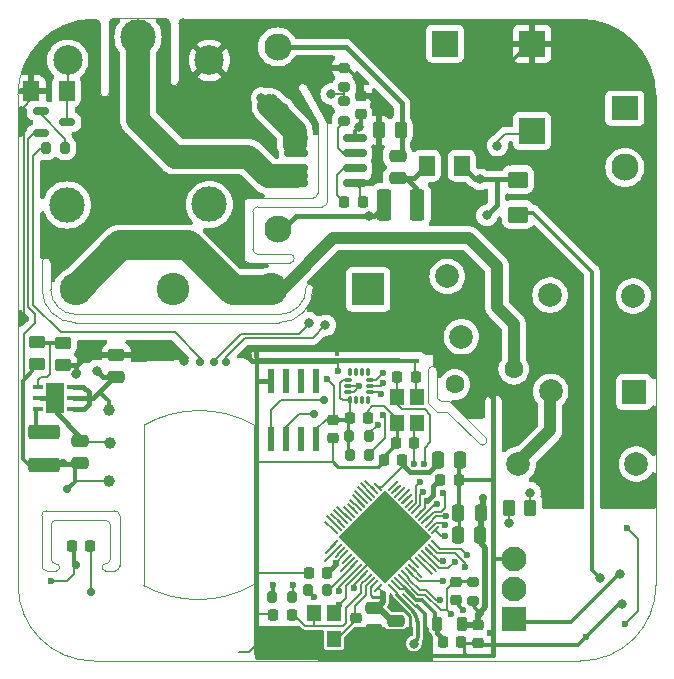
<source format=gbr>
%TF.GenerationSoftware,KiCad,Pcbnew,7.0.1*%
%TF.CreationDate,2023-04-03T11:39:16+02:00*%
%TF.ProjectId,smart_power_socket-54x54x1.6mm_3Cu,736d6172-745f-4706-9f77-65725f736f63,rev?*%
%TF.SameCoordinates,Original*%
%TF.FileFunction,Copper,L1,Top*%
%TF.FilePolarity,Positive*%
%FSLAX46Y46*%
G04 Gerber Fmt 4.6, Leading zero omitted, Abs format (unit mm)*
G04 Created by KiCad (PCBNEW 7.0.1) date 2023-04-03 11:39:16*
%MOMM*%
%LPD*%
G01*
G04 APERTURE LIST*
G04 Aperture macros list*
%AMRoundRect*
0 Rectangle with rounded corners*
0 $1 Rounding radius*
0 $2 $3 $4 $5 $6 $7 $8 $9 X,Y pos of 4 corners*
0 Add a 4 corners polygon primitive as box body*
4,1,4,$2,$3,$4,$5,$6,$7,$8,$9,$2,$3,0*
0 Add four circle primitives for the rounded corners*
1,1,$1+$1,$2,$3*
1,1,$1+$1,$4,$5*
1,1,$1+$1,$6,$7*
1,1,$1+$1,$8,$9*
0 Add four rect primitives between the rounded corners*
20,1,$1+$1,$2,$3,$4,$5,0*
20,1,$1+$1,$4,$5,$6,$7,0*
20,1,$1+$1,$6,$7,$8,$9,0*
20,1,$1+$1,$8,$9,$2,$3,0*%
%AMRotRect*
0 Rectangle, with rotation*
0 The origin of the aperture is its center*
0 $1 length*
0 $2 width*
0 $3 Rotation angle, in degrees counterclockwise*
0 Add horizontal line*
21,1,$1,$2,0,0,$3*%
G04 Aperture macros list end*
%TA.AperFunction,SMDPad,CuDef*%
%ADD10RoundRect,0.218750X0.218750X0.381250X-0.218750X0.381250X-0.218750X-0.381250X0.218750X-0.381250X0*%
%TD*%
%TA.AperFunction,SMDPad,CuDef*%
%ADD11RoundRect,0.200000X-0.200000X-0.275000X0.200000X-0.275000X0.200000X0.275000X-0.200000X0.275000X0*%
%TD*%
%TA.AperFunction,SMDPad,CuDef*%
%ADD12RoundRect,0.250000X-0.450000X0.262500X-0.450000X-0.262500X0.450000X-0.262500X0.450000X0.262500X0*%
%TD*%
%TA.AperFunction,SMDPad,CuDef*%
%ADD13RoundRect,0.225000X-0.250000X0.225000X-0.250000X-0.225000X0.250000X-0.225000X0.250000X0.225000X0*%
%TD*%
%TA.AperFunction,SMDPad,CuDef*%
%ADD14RoundRect,0.250000X1.075000X-0.375000X1.075000X0.375000X-1.075000X0.375000X-1.075000X-0.375000X0*%
%TD*%
%TA.AperFunction,SMDPad,CuDef*%
%ADD15RoundRect,0.250000X0.475000X-0.250000X0.475000X0.250000X-0.475000X0.250000X-0.475000X-0.250000X0*%
%TD*%
%TA.AperFunction,SMDPad,CuDef*%
%ADD16C,1.000000*%
%TD*%
%TA.AperFunction,SMDPad,CuDef*%
%ADD17RoundRect,0.200000X-0.275000X0.200000X-0.275000X-0.200000X0.275000X-0.200000X0.275000X0.200000X0*%
%TD*%
%TA.AperFunction,SMDPad,CuDef*%
%ADD18RoundRect,0.150000X-0.512500X-0.150000X0.512500X-0.150000X0.512500X0.150000X-0.512500X0.150000X0*%
%TD*%
%TA.AperFunction,SMDPad,CuDef*%
%ADD19RoundRect,0.225000X0.225000X0.250000X-0.225000X0.250000X-0.225000X-0.250000X0.225000X-0.250000X0*%
%TD*%
%TA.AperFunction,SMDPad,CuDef*%
%ADD20RoundRect,0.200000X0.275000X-0.200000X0.275000X0.200000X-0.275000X0.200000X-0.275000X-0.200000X0*%
%TD*%
%TA.AperFunction,SMDPad,CuDef*%
%ADD21RoundRect,0.250000X0.250000X0.475000X-0.250000X0.475000X-0.250000X-0.475000X0.250000X-0.475000X0*%
%TD*%
%TA.AperFunction,SMDPad,CuDef*%
%ADD22RoundRect,0.250001X0.462499X0.624999X-0.462499X0.624999X-0.462499X-0.624999X0.462499X-0.624999X0*%
%TD*%
%TA.AperFunction,SMDPad,CuDef*%
%ADD23RoundRect,0.250000X0.450000X-0.262500X0.450000X0.262500X-0.450000X0.262500X-0.450000X-0.262500X0*%
%TD*%
%TA.AperFunction,SMDPad,CuDef*%
%ADD24R,0.840000X0.420000*%
%TD*%
%TA.AperFunction,SMDPad,CuDef*%
%ADD25R,1.600000X2.500000*%
%TD*%
%TA.AperFunction,SMDPad,CuDef*%
%ADD26RoundRect,0.225000X-0.225000X-0.250000X0.225000X-0.250000X0.225000X0.250000X-0.225000X0.250000X0*%
%TD*%
%TA.AperFunction,SMDPad,CuDef*%
%ADD27RoundRect,0.225000X0.250000X-0.225000X0.250000X0.225000X-0.250000X0.225000X-0.250000X-0.225000X0*%
%TD*%
%TA.AperFunction,SMDPad,CuDef*%
%ADD28RoundRect,0.250001X-0.624999X0.462499X-0.624999X-0.462499X0.624999X-0.462499X0.624999X0.462499X0*%
%TD*%
%TA.AperFunction,SMDPad,CuDef*%
%ADD29RoundRect,0.150000X-0.825000X-0.150000X0.825000X-0.150000X0.825000X0.150000X-0.825000X0.150000X0*%
%TD*%
%TA.AperFunction,SMDPad,CuDef*%
%ADD30R,1.200000X1.400000*%
%TD*%
%TA.AperFunction,SMDPad,CuDef*%
%ADD31RoundRect,0.041300X-0.253700X0.948700X-0.253700X-0.948700X0.253700X-0.948700X0.253700X0.948700X0*%
%TD*%
%TA.AperFunction,SMDPad,CuDef*%
%ADD32RoundRect,0.050000X0.309359X-0.238649X-0.238649X0.309359X-0.309359X0.238649X0.238649X-0.309359X0*%
%TD*%
%TA.AperFunction,SMDPad,CuDef*%
%ADD33RoundRect,0.050000X0.309359X0.238649X0.238649X0.309359X-0.309359X-0.238649X-0.238649X-0.309359X0*%
%TD*%
%TA.AperFunction,SMDPad,CuDef*%
%ADD34RotRect,5.600000X5.600000X135.000000*%
%TD*%
%TA.AperFunction,SMDPad,CuDef*%
%ADD35RoundRect,0.250000X0.262500X0.450000X-0.262500X0.450000X-0.262500X-0.450000X0.262500X-0.450000X0*%
%TD*%
%TA.AperFunction,SMDPad,CuDef*%
%ADD36R,0.400000X21.500000*%
%TD*%
%TA.AperFunction,SMDPad,CuDef*%
%ADD37R,0.400000X25.400000*%
%TD*%
%TA.AperFunction,SMDPad,CuDef*%
%ADD38R,2.195000X2.195000*%
%TD*%
%TA.AperFunction,SMDPad,CuDef*%
%ADD39RoundRect,0.250000X0.375000X1.075000X-0.375000X1.075000X-0.375000X-1.075000X0.375000X-1.075000X0*%
%TD*%
%TA.AperFunction,SMDPad,CuDef*%
%ADD40R,14.000000X0.400000*%
%TD*%
%TA.AperFunction,SMDPad,CuDef*%
%ADD41R,5.700000X0.400000*%
%TD*%
%TA.AperFunction,SMDPad,CuDef*%
%ADD42RoundRect,0.250000X-0.250000X-0.475000X0.250000X-0.475000X0.250000X0.475000X-0.250000X0.475000X0*%
%TD*%
%TA.AperFunction,SMDPad,CuDef*%
%ADD43RoundRect,0.087500X-0.087500X0.225000X-0.087500X-0.225000X0.087500X-0.225000X0.087500X0.225000X0*%
%TD*%
%TA.AperFunction,SMDPad,CuDef*%
%ADD44RoundRect,0.087500X-0.225000X0.087500X-0.225000X-0.087500X0.225000X-0.087500X0.225000X0.087500X0*%
%TD*%
%TA.AperFunction,SMDPad,CuDef*%
%ADD45R,13.300000X0.400000*%
%TD*%
%TA.AperFunction,ComponentPad*%
%ADD46C,1.600000*%
%TD*%
%TA.AperFunction,ComponentPad*%
%ADD47C,3.000000*%
%TD*%
%TA.AperFunction,ComponentPad*%
%ADD48C,2.500000*%
%TD*%
%TA.AperFunction,ComponentPad*%
%ADD49C,2.010000*%
%TD*%
%TA.AperFunction,ComponentPad*%
%ADD50R,2.743200X2.743200*%
%TD*%
%TA.AperFunction,ComponentPad*%
%ADD51C,2.743200*%
%TD*%
%TA.AperFunction,ComponentPad*%
%ADD52R,2.000000X2.000000*%
%TD*%
%TA.AperFunction,ComponentPad*%
%ADD53C,2.000000*%
%TD*%
%TA.AperFunction,ComponentPad*%
%ADD54R,2.300000X2.000000*%
%TD*%
%TA.AperFunction,ComponentPad*%
%ADD55C,2.300000*%
%TD*%
%TA.AperFunction,ComponentPad*%
%ADD56R,2.100000X2.100000*%
%TD*%
%TA.AperFunction,ComponentPad*%
%ADD57C,2.100000*%
%TD*%
%TA.AperFunction,ViaPad*%
%ADD58C,0.700000*%
%TD*%
%TA.AperFunction,ViaPad*%
%ADD59C,0.600000*%
%TD*%
%TA.AperFunction,ViaPad*%
%ADD60C,0.800000*%
%TD*%
%TA.AperFunction,Conductor*%
%ADD61C,0.200000*%
%TD*%
%TA.AperFunction,Conductor*%
%ADD62C,0.300000*%
%TD*%
%TA.AperFunction,Conductor*%
%ADD63C,0.150000*%
%TD*%
%TA.AperFunction,Conductor*%
%ADD64C,0.510000*%
%TD*%
%TA.AperFunction,Conductor*%
%ADD65C,0.250000*%
%TD*%
%TA.AperFunction,Conductor*%
%ADD66C,0.400000*%
%TD*%
%TA.AperFunction,Conductor*%
%ADD67C,0.180000*%
%TD*%
%TA.AperFunction,Conductor*%
%ADD68C,0.320000*%
%TD*%
%TA.AperFunction,Conductor*%
%ADD69C,2.000000*%
%TD*%
%TA.AperFunction,Conductor*%
%ADD70C,1.000000*%
%TD*%
%TA.AperFunction,Conductor*%
%ADD71C,2.500000*%
%TD*%
%TA.AperFunction,Profile*%
%ADD72C,0.100000*%
%TD*%
G04 APERTURE END LIST*
D10*
%TO.P,L1,1,1*%
%TO.N,3V3*%
X151640000Y-121300000D03*
%TO.P,L1,2,2*%
%TO.N,Net-(EC10-Pad1)*%
X149515000Y-121300000D03*
%TD*%
D11*
%TO.P,ER2,1*%
%TO.N,TXD0*%
X138574924Y-118422000D03*
%TO.P,ER2,2*%
%TO.N,Net-(ESP32S1-U0TXD{slash}PROG{slash}GPIO43)*%
X140224924Y-118422000D03*
%TD*%
D12*
%TO.P,AR1,1*%
%TO.N,Net-(AU1-FB)*%
X117849924Y-97509500D03*
%TO.P,AR1,2*%
%TO.N,GND*%
X117849924Y-99334500D03*
%TD*%
D13*
%TO.P,EC15,1*%
%TO.N,Net-(ESP32S1-XTAL_P)*%
X142670000Y-120765000D03*
%TO.P,EC15,2*%
%TO.N,GND*%
X142670000Y-122315000D03*
%TD*%
D14*
%TO.P,AL1,1,1*%
%TO.N,3V3*%
X116259924Y-107830000D03*
%TO.P,AL1,2,2*%
%TO.N,Net-(AU1-SW)*%
X116259924Y-105030000D03*
%TD*%
D15*
%TO.P,AC1,1*%
%TO.N,3V3*%
X119320000Y-107650000D03*
%TO.P,AC1,2*%
%TO.N,GND*%
X119320000Y-105750000D03*
%TD*%
D16*
%TO.P,TP3,1,1*%
%TO.N,5V0*%
X121710000Y-103190000D03*
%TD*%
D17*
%TO.P,ER5,1*%
%TO.N,GND*%
X141629924Y-74172000D03*
%TO.P,ER5,2*%
%TO.N,ACS_HALL_IO36*%
X141629924Y-75822000D03*
%TD*%
D18*
%TO.P,RQ1,1,E*%
%TO.N,Net-(RQ1-E)*%
X115952500Y-77850000D03*
%TO.P,RQ1,2,B*%
%TO.N,3V3*%
X115952500Y-79750000D03*
%TO.P,RQ1,3,C*%
%TO.N,Net-(HLD3-K)*%
X118227500Y-78800000D03*
%TD*%
D19*
%TO.P,EC19,1*%
%TO.N,GND*%
X143214924Y-85547000D03*
%TO.P,EC19,2*%
%TO.N,Net-(ACS1-FILTER)*%
X141664924Y-85547000D03*
%TD*%
%TO.P,ATH20_C1,1*%
%TO.N,GND*%
X120120000Y-114650000D03*
%TO.P,ATH20_C1,2*%
%TO.N,3V3*%
X118570000Y-114650000D03*
%TD*%
D20*
%TO.P,ER1,1*%
%TO.N,3V3*%
X152529924Y-119337000D03*
%TO.P,ER1,2*%
%TO.N,CHIP_EN*%
X152529924Y-117687000D03*
%TD*%
D21*
%TO.P,EC3,1*%
%TO.N,3V3*%
X153199924Y-111902000D03*
%TO.P,EC3,2*%
%TO.N,GND*%
X151299924Y-111902000D03*
%TD*%
D20*
%TO.P,ER4,1*%
%TO.N,Net-(ACS1-VIOUT)*%
X141599924Y-78672000D03*
%TO.P,ER4,2*%
%TO.N,ACS_HALL_IO36*%
X141599924Y-77022000D03*
%TD*%
D19*
%TO.P,IMUC1,1*%
%TO.N,GND*%
X143654924Y-103812000D03*
%TO.P,IMUC1,2*%
%TO.N,3V3*%
X142104924Y-103812000D03*
%TD*%
D22*
%TO.P,HLD1,1,K*%
%TO.N,5V0*%
X151617424Y-82492000D03*
%TO.P,HLD1,2,A*%
%TO.N,PROBE_5V0*%
X148642424Y-82492000D03*
%TD*%
D23*
%TO.P,AR2,1*%
%TO.N,3V3*%
X115670000Y-99272500D03*
%TO.P,AR2,2*%
%TO.N,Net-(AU1-FB)*%
X115670000Y-97447500D03*
%TD*%
D24*
%TO.P,AU1,1,FB*%
%TO.N,Net-(AU1-FB)*%
X115734924Y-101192000D03*
%TO.P,AU1,2,GND*%
%TO.N,GND*%
X115734924Y-102142000D03*
%TO.P,AU1,3,SW*%
%TO.N,Net-(AU1-SW)*%
X115734924Y-103092000D03*
%TO.P,AU1,4,VIN_SW*%
%TO.N,5V0*%
X118604924Y-103092000D03*
%TO.P,AU1,5,VIN_A*%
X118604924Y-102142000D03*
%TO.P,AU1,6,EN*%
X118604924Y-101192000D03*
D25*
%TO.P,AU1,7*%
%TO.N,N/C*%
X117169924Y-102142000D03*
%TD*%
D26*
%TO.P,EC10,1*%
%TO.N,Net-(EC10-Pad1)*%
X149995000Y-122810000D03*
%TO.P,EC10,2*%
%TO.N,GND*%
X151545000Y-122810000D03*
%TD*%
D27*
%TO.P,EC1,1*%
%TO.N,GND*%
X151159924Y-119277000D03*
%TO.P,EC1,2*%
%TO.N,CHIP_EN*%
X151159924Y-117727000D03*
%TD*%
%TO.P,AUC1,1*%
%TO.N,GND*%
X140689924Y-105547000D03*
%TO.P,AUC1,2*%
%TO.N,3V3*%
X140689924Y-103997000D03*
%TD*%
D28*
%TO.P,PWR_FUSE1,1*%
%TO.N,USB_5V0*%
X156370000Y-83650000D03*
%TO.P,PWR_FUSE1,2*%
%TO.N,USB_5V0F*%
X156370000Y-86625000D03*
%TD*%
D29*
%TO.P,ACS1,1,IP+*%
%TO.N,LINE_IN*%
X137604924Y-80132000D03*
%TO.P,ACS1,2,IP+*%
X137604924Y-81402000D03*
%TO.P,ACS1,3,IP-*%
%TO.N,Net-(ACS1-IP--Pad3)*%
X137604924Y-82672000D03*
%TO.P,ACS1,4,IP-*%
X137604924Y-83942000D03*
%TO.P,ACS1,5,GND*%
%TO.N,GND*%
X142554924Y-83942000D03*
%TO.P,ACS1,6,FILTER*%
%TO.N,Net-(ACS1-FILTER)*%
X142554924Y-82672000D03*
%TO.P,ACS1,7,VIOUT*%
%TO.N,Net-(ACS1-VIOUT)*%
X142554924Y-81402000D03*
%TO.P,ACS1,8,VCC*%
%TO.N,5V0*%
X142554924Y-80132000D03*
%TD*%
D30*
%TO.P,ECY1,1,1*%
%TO.N,Net-(ESP32S1-GPIO16{slash}ADC2_CH5{slash}XTAL_32K_N)*%
X146089924Y-102062000D03*
%TO.P,ECY1,2,2*%
%TO.N,GND*%
X146089924Y-104262000D03*
%TO.P,ECY1,3,3*%
%TO.N,Net-(ESP32S1-GPIO15{slash}ADC2_CH4{slash}XTAL_32K_P)*%
X147789924Y-104262000D03*
%TO.P,ECY1,4,4*%
%TO.N,GND*%
X147789924Y-102062000D03*
%TD*%
D15*
%TO.P,EC4,1*%
%TO.N,GND*%
X144210000Y-121800000D03*
%TO.P,EC4,2*%
%TO.N,3V3*%
X144210000Y-119900000D03*
%TD*%
%TO.P,HLC1,1*%
%TO.N,PROBE_5V0*%
X146189924Y-83532000D03*
%TO.P,HLC1,2*%
%TO.N,GND3*%
X146189924Y-81632000D03*
%TD*%
D30*
%TO.P,ECY2,1,1*%
%TO.N,Net-(ESP32S1-XTAL_P)*%
X140759924Y-122512000D03*
%TO.P,ECY2,2,2*%
%TO.N,GND*%
X140759924Y-120312000D03*
%TO.P,ECY2,3,3*%
%TO.N,Net-(ESP32S1-XTAL_N)*%
X139059924Y-120312000D03*
%TO.P,ECY2,4,4*%
%TO.N,GND*%
X139059924Y-122512000D03*
%TD*%
D11*
%TO.P,RR1,1*%
%TO.N,RELAY_EN_IO37*%
X116395000Y-80990000D03*
%TO.P,RR1,2*%
%TO.N,Net-(RQ1-E)*%
X118045000Y-80990000D03*
%TD*%
D16*
%TO.P,TP2,1,1*%
%TO.N,GND*%
X121790000Y-105970000D03*
%TD*%
D13*
%TO.P,EC18,1*%
%TO.N,GND*%
X143039924Y-76582000D03*
%TO.P,EC18,2*%
%TO.N,5V0*%
X143039924Y-78132000D03*
%TD*%
D22*
%TO.P,HLD3,1,K*%
%TO.N,Net-(HLD3-K)*%
X118145000Y-76180000D03*
%TO.P,HLD3,2,A*%
%TO.N,GND*%
X115170000Y-76180000D03*
%TD*%
D31*
%TO.P,U1,1*%
%TO.N,N/C*%
X139284924Y-100719500D03*
%TO.P,U1,2*%
X138014924Y-100719500D03*
%TO.P,U1,3*%
X136744924Y-100719500D03*
%TO.P,U1,4,GND*%
%TO.N,GND*%
X135474924Y-100719500D03*
%TO.P,U1,5,SDA*%
%TO.N,GPIO8_I2C_SDA*%
X135474924Y-105659500D03*
%TO.P,U1,6,SCL*%
%TO.N,GPIO9_I2C_SCL*%
X136744924Y-105659500D03*
%TO.P,U1,7*%
%TO.N,N/C*%
X138014924Y-105659500D03*
%TO.P,U1,8,VCC*%
%TO.N,3V3*%
X139284924Y-105659500D03*
%TD*%
D19*
%TO.P,EC17,1*%
%TO.N,Net-(ESP32S1-XTAL_N)*%
X137200000Y-120480000D03*
%TO.P,EC17,2*%
%TO.N,GND*%
X135650000Y-120480000D03*
%TD*%
D32*
%TO.P,ESP32S1,1,LNA_IN/RF*%
%TO.N,ESP_LNA_RF*%
X145687126Y-118216208D03*
%TO.P,ESP32S1,2,VDD3P3*%
%TO.N,Net-(EC10-Pad1)*%
X145969969Y-117933365D03*
%TO.P,ESP32S1,3,VDD3P3*%
X146252811Y-117650523D03*
%TO.P,ESP32S1,4,CHIP_PU/RESET*%
%TO.N,CHIP_EN*%
X146535654Y-117367680D03*
%TO.P,ESP32S1,5,GPIO0/BOOT*%
%TO.N,ESP_GPIO0_BOOT-DTR*%
X146818497Y-117084837D03*
%TO.P,ESP32S1,6,GPIO1/ADC1_CH0*%
%TO.N,DS_TEMP_IO01*%
X147101339Y-116801995D03*
%TO.P,ESP32S1,7,GPIO2/ADC1_CH1*%
%TO.N,unconnected-(ESP32S1-GPIO2{slash}ADC1_CH1-Pad7)*%
X147384182Y-116519152D03*
%TO.P,ESP32S1,8,GPIO3/ADC1_CH2*%
%TO.N,GND*%
X147667025Y-116236309D03*
%TO.P,ESP32S1,9,GPIO4/ADC1_CH3*%
%TO.N,unconnected-(ESP32S1-GPIO4{slash}ADC1_CH3-Pad9)*%
X147949868Y-115953466D03*
%TO.P,ESP32S1,10,GPIO5/ADC1_CH4*%
%TO.N,unconnected-(ESP32S1-GPIO5{slash}ADC1_CH4-Pad10)*%
X148232710Y-115670624D03*
%TO.P,ESP32S1,11,GPIO6/ADC1_CH5*%
%TO.N,IMU_CS_IO06*%
X148515553Y-115387781D03*
%TO.P,ESP32S1,12,GPIO7/ADC1_CH6*%
%TO.N,BUZZER_IO07*%
X148798396Y-115104938D03*
%TO.P,ESP32S1,13,GPIO8/ADC1_CH7*%
%TO.N,GPIO8_I2C_SDA*%
X149081238Y-114822096D03*
%TO.P,ESP32S1,14,GPIO9/ADC1_CH8*%
%TO.N,GPIO9_I2C_SCL*%
X149364081Y-114539253D03*
D33*
%TO.P,ESP32S1,15,GPIO10/ADC1_CH9*%
%TO.N,ACS_HALL_IO36*%
X149364081Y-113354849D03*
%TO.P,ESP32S1,16,GPIO11/ADC2_CH0*%
%TO.N,RELAY_EN_IO37*%
X149081238Y-113072006D03*
%TO.P,ESP32S1,17,GPIO12/ADC2_CH1*%
%TO.N,LED_B_IO34*%
X148798396Y-112789164D03*
%TO.P,ESP32S1,18,GPIO13/ADC2_CH2*%
%TO.N,LED_R_IO35*%
X148515553Y-112506321D03*
%TO.P,ESP32S1,19,GPIO14/ADC2_CH3*%
%TO.N,LED_G_IO38*%
X148232710Y-112223478D03*
%TO.P,ESP32S1,20,VDD3P3_RTC*%
%TO.N,3V3*%
X147949868Y-111940636D03*
%TO.P,ESP32S1,21,GPIO15/ADC2_CH4/XTAL_32K_P*%
%TO.N,Net-(ESP32S1-GPIO15{slash}ADC2_CH4{slash}XTAL_32K_P)*%
X147667025Y-111657793D03*
%TO.P,ESP32S1,22,GPIO16/ADC2_CH5/XTAL_32K_N*%
%TO.N,Net-(ESP32S1-GPIO16{slash}ADC2_CH5{slash}XTAL_32K_N)*%
X147384182Y-111374950D03*
%TO.P,ESP32S1,23,GPIO17/ADC2_CH6/DAC_2*%
%TO.N,unconnected-(ESP32S1-GPIO17{slash}ADC2_CH6{slash}DAC_2-Pad23)*%
X147101339Y-111092107D03*
%TO.P,ESP32S1,24,GPIO18/ADC2_CH7/DAC_1*%
%TO.N,unconnected-(ESP32S1-GPIO18{slash}ADC2_CH7{slash}DAC_1-Pad24)*%
X146818497Y-110809265D03*
%TO.P,ESP32S1,25,GPIO19/USB_D-/ADC2_CH8*%
%TO.N,unconnected-(ESP32S1-GPIO19{slash}USB_D-{slash}ADC2_CH8-Pad25)*%
X146535654Y-110526422D03*
%TO.P,ESP32S1,26,GPIO20/USB_D+/ADC2_CH9*%
%TO.N,unconnected-(ESP32S1-GPIO20{slash}USB_D+{slash}ADC2_CH9-Pad26)*%
X146252811Y-110243579D03*
%TO.P,ESP32S1,27,GPIO21*%
%TO.N,unconnected-(ESP32S1-GPIO21-Pad27)*%
X145969969Y-109960737D03*
%TO.P,ESP32S1,28,SPI_CS1/GPIO26*%
%TO.N,SPICS1*%
X145687126Y-109677894D03*
D32*
%TO.P,ESP32S1,29,VDD_SPI*%
%TO.N,VDD_SPI*%
X144502722Y-109677894D03*
%TO.P,ESP32S1,30,SPIHD/GPIO27*%
%TO.N,SPIHD*%
X144219879Y-109960737D03*
%TO.P,ESP32S1,31,SPIWP/GPIO28*%
%TO.N,SPIWP*%
X143937037Y-110243579D03*
%TO.P,ESP32S1,32,SPICS0/GPIO29*%
%TO.N,SPICS0*%
X143654194Y-110526422D03*
%TO.P,ESP32S1,33,SPICLK/GPIO30*%
%TO.N,SPICLK*%
X143371351Y-110809265D03*
%TO.P,ESP32S1,34,SPIQ/GPIO31*%
%TO.N,SPIQ*%
X143088509Y-111092107D03*
%TO.P,ESP32S1,35,SPID/GPIO32*%
%TO.N,SPID*%
X142805666Y-111374950D03*
%TO.P,ESP32S1,36,SPICLK_N/GPIO48*%
%TO.N,unconnected-(ESP32S1-SPICLK_N{slash}GPIO48-Pad36)*%
X142522823Y-111657793D03*
%TO.P,ESP32S1,37,SPICLK_P/GPIO47*%
%TO.N,unconnected-(ESP32S1-SPICLK_P{slash}GPIO47-Pad37)*%
X142239980Y-111940636D03*
%TO.P,ESP32S1,38,GPIO33*%
%TO.N,unconnected-(ESP32S1-GPIO33-Pad38)*%
X141957138Y-112223478D03*
%TO.P,ESP32S1,39,GPIO34*%
%TO.N,unconnected-(ESP32S1-GPIO34-Pad39)*%
X141674295Y-112506321D03*
%TO.P,ESP32S1,40,GPIO35*%
%TO.N,unconnected-(ESP32S1-GPIO35-Pad40)*%
X141391452Y-112789164D03*
%TO.P,ESP32S1,41,GPIO36*%
%TO.N,unconnected-(ESP32S1-GPIO36-Pad41)*%
X141108610Y-113072006D03*
%TO.P,ESP32S1,42,GPIO37*%
%TO.N,unconnected-(ESP32S1-GPIO37-Pad42)*%
X140825767Y-113354849D03*
D33*
%TO.P,ESP32S1,43,GPIO38*%
%TO.N,unconnected-(ESP32S1-GPIO38-Pad43)*%
X140825767Y-114539253D03*
%TO.P,ESP32S1,44,MTCK/JTAG/GPIO39*%
%TO.N,unconnected-(ESP32S1-MTCK{slash}JTAG{slash}GPIO39-Pad44)*%
X141108610Y-114822096D03*
%TO.P,ESP32S1,45,MTDO/JTAG/GPIO40*%
%TO.N,unconnected-(ESP32S1-MTDO{slash}JTAG{slash}GPIO40-Pad45)*%
X141391452Y-115104938D03*
%TO.P,ESP32S1,46,VDD3P3_CPU*%
%TO.N,3V3*%
X141674295Y-115387781D03*
%TO.P,ESP32S1,47,MTDI/JTAG/GPIO41*%
%TO.N,unconnected-(ESP32S1-MTDI{slash}JTAG{slash}GPIO41-Pad47)*%
X141957138Y-115670624D03*
%TO.P,ESP32S1,48,MTMS/JTAG/GPIO42*%
%TO.N,unconnected-(ESP32S1-MTMS{slash}JTAG{slash}GPIO42-Pad48)*%
X142239980Y-115953466D03*
%TO.P,ESP32S1,49,U0TXD/PROG/GPIO43*%
%TO.N,Net-(ESP32S1-U0TXD{slash}PROG{slash}GPIO43)*%
X142522823Y-116236309D03*
%TO.P,ESP32S1,50,U0RXD/PROG/GPIO44*%
%TO.N,RXD0*%
X142805666Y-116519152D03*
%TO.P,ESP32S1,51,GPIO45*%
%TO.N,GND*%
X143088509Y-116801995D03*
%TO.P,ESP32S1,52,GPIO46*%
%TO.N,ESP_GPIO0_BOOT-DTR*%
X143371351Y-117084837D03*
%TO.P,ESP32S1,53,XTAL_N*%
%TO.N,Net-(ESP32S1-XTAL_N)*%
X143654194Y-117367680D03*
%TO.P,ESP32S1,54,XTAL_P*%
%TO.N,Net-(ESP32S1-XTAL_P)*%
X143937037Y-117650523D03*
%TO.P,ESP32S1,55,VDDA*%
%TO.N,3V3*%
X144219879Y-117933365D03*
%TO.P,ESP32S1,56,VDDA*%
X144502722Y-118216208D03*
D34*
%TO.P,ESP32S1,57,GND*%
%TO.N,GND*%
X145094924Y-113947051D03*
%TD*%
D11*
%TO.P,ER3,1*%
%TO.N,3V3*%
X135570000Y-119000000D03*
%TO.P,ER3,2*%
%TO.N,ESP_GPIO0_BOOT-DTR*%
X137220000Y-119000000D03*
%TD*%
D35*
%TO.P,DS1,1*%
%TO.N,3V3*%
X157422424Y-111422000D03*
%TO.P,DS1,2*%
%TO.N,DS_TEMP_IO01*%
X155597424Y-111422000D03*
%TD*%
D19*
%TO.P,EC11,1*%
%TO.N,3V3*%
X140210000Y-116930000D03*
%TO.P,EC11,2*%
%TO.N,GND*%
X138660000Y-116930000D03*
%TD*%
D13*
%TO.P,EC7,1*%
%TO.N,3V3*%
X153010000Y-121347000D03*
%TO.P,EC7,2*%
%TO.N,GND*%
X153010000Y-122897000D03*
%TD*%
D15*
%TO.P,AC2,1*%
%TO.N,5V0*%
X122369924Y-100372000D03*
%TO.P,AC2,2*%
%TO.N,GND*%
X122369924Y-98472000D03*
%TD*%
D36*
%TO.P,,1*%
%TO.N,GND*%
X154280000Y-113210000D03*
%TD*%
D37*
%TO.P,,1*%
%TO.N,GND*%
X134245000Y-111505000D03*
%TD*%
D15*
%TO.P,EC2,1*%
%TO.N,GND*%
X146030000Y-122890000D03*
%TO.P,EC2,2*%
%TO.N,3V3*%
X146030000Y-120990000D03*
%TD*%
D38*
%TO.P,BZ1,1,-*%
%TO.N,BUZZER_IO07*%
X157574924Y-79547000D03*
%TO.P,BZ1,2,+*%
%TO.N,GND*%
X157574924Y-72147000D03*
%TO.P,BZ1,3*%
%TO.N,N/C*%
X150174924Y-72147000D03*
%TD*%
D11*
%TO.P,IMR2,1*%
%TO.N,3V3*%
X142080000Y-105362000D03*
%TO.P,IMR2,2*%
%TO.N,GPIO9_I2C_SCL*%
X143730000Y-105362000D03*
%TD*%
%TO.P,IMR1,1*%
%TO.N,3V3*%
X142124924Y-106982000D03*
%TO.P,IMR1,2*%
%TO.N,GPIO8_I2C_SDA*%
X143774924Y-106982000D03*
%TD*%
D19*
%TO.P,EC13,1*%
%TO.N,VDD_SPI*%
X146584924Y-107422000D03*
%TO.P,EC13,2*%
%TO.N,GND*%
X145034924Y-107422000D03*
%TD*%
D39*
%TO.P,HLL1,1,1*%
%TO.N,PROBE_5V0*%
X147859924Y-85792000D03*
%TO.P,HLL1,2,2*%
%TO.N,Net-(HiLink1-DC+)*%
X145059924Y-85792000D03*
%TD*%
D26*
%TO.P,EC12,1*%
%TO.N,Net-(ESP32S1-GPIO16{slash}ADC2_CH5{slash}XTAL_32K_N)*%
X146164924Y-100392000D03*
%TO.P,EC12,2*%
%TO.N,GND*%
X147714924Y-100392000D03*
%TD*%
D35*
%TO.P,HLR2,1*%
%TO.N,GND3*%
X146432424Y-79482000D03*
%TO.P,HLR2,2*%
%TO.N,GND*%
X144607424Y-79482000D03*
%TD*%
D40*
%TO.P,REF\u002A\u002A,1*%
%TO.N,GND*%
X141050000Y-98980000D03*
%TD*%
D16*
%TO.P,TP1,1,1*%
%TO.N,3V3*%
X121780000Y-109170000D03*
%TD*%
D41*
%TO.P,,1*%
%TO.N,GND*%
X151615000Y-123965000D03*
%TD*%
D19*
%TO.P,EC14,1*%
%TO.N,Net-(ESP32S1-GPIO15{slash}ADC2_CH4{slash}XTAL_32K_P)*%
X147604924Y-105962000D03*
%TO.P,EC14,2*%
%TO.N,GND*%
X146054924Y-105962000D03*
%TD*%
D42*
%TO.P,EC16,1*%
%TO.N,VDD_SPI*%
X149589924Y-107422000D03*
%TO.P,EC16,2*%
%TO.N,GND*%
X151489924Y-107422000D03*
%TD*%
D43*
%TO.P,U3,1,SDO/SA0*%
%TO.N,unconnected-(U3-SDO{slash}SA0-Pad1)*%
X143679924Y-99959500D03*
%TO.P,U3,2,SDX*%
%TO.N,unconnected-(U3-SDX-Pad2)*%
X143179924Y-99959500D03*
%TO.P,U3,3,SCX*%
%TO.N,unconnected-(U3-SCX-Pad3)*%
X142679924Y-99959500D03*
%TO.P,U3,4,INT1*%
%TO.N,unconnected-(U3-INT1-Pad4)*%
X142179924Y-99959500D03*
D44*
%TO.P,U3,5,VDDIO*%
%TO.N,3V3*%
X142017424Y-100622000D03*
%TO.P,U3,6,GND*%
%TO.N,GND*%
X142017424Y-101122000D03*
%TO.P,U3,7,GND*%
X142017424Y-101622000D03*
D43*
%TO.P,U3,8,VDD*%
%TO.N,3V3*%
X142179924Y-102284500D03*
%TO.P,U3,9,INT2*%
%TO.N,unconnected-(U3-INT2-Pad9)*%
X142679924Y-102284500D03*
%TO.P,U3,10,NC*%
%TO.N,unconnected-(U3-NC-Pad10)*%
X143179924Y-102284500D03*
%TO.P,U3,11,NC*%
%TO.N,unconnected-(U3-NC-Pad11)*%
X143679924Y-102284500D03*
D44*
%TO.P,U3,12,CS*%
%TO.N,IMU_CS_IO06*%
X143842424Y-101622000D03*
%TO.P,U3,13,SCL*%
%TO.N,GPIO9_I2C_SCL*%
X143842424Y-101122000D03*
%TO.P,U3,14,SDA*%
%TO.N,GPIO8_I2C_SDA*%
X143842424Y-100622000D03*
%TD*%
D45*
%TO.P,REF\u002A\u002A,1*%
%TO.N,GND*%
X140715152Y-124004949D03*
%TD*%
D26*
%TO.P,EC8,1*%
%TO.N,3V3*%
X149794924Y-109102000D03*
%TO.P,EC8,2*%
%TO.N,GND*%
X151344924Y-109102000D03*
%TD*%
D21*
%TO.P,EC5,1*%
%TO.N,3V3*%
X153159924Y-113772000D03*
%TO.P,EC5,2*%
%TO.N,GND*%
X151259924Y-113772000D03*
%TD*%
D46*
%TO.P,HLV1,1*%
%TO.N,Net-(HLC2-Pad1)*%
X151019924Y-101002000D03*
%TO.P,HLV1,2*%
%TO.N,LINE_IN*%
X156019924Y-99702000D03*
%TD*%
D47*
%TO.P,Relay1,1*%
%TO.N,Net-(ACS1-IP--Pad3)*%
X124194924Y-71607000D03*
D48*
%TO.P,Relay1,2*%
%TO.N,GND*%
X130244924Y-73557000D03*
D47*
%TO.P,Relay1,3*%
%TO.N,LINE_OUT*%
X130244924Y-85757000D03*
%TO.P,Relay1,4*%
%TO.N,unconnected-(Relay1-Pad4)*%
X118194924Y-85807000D03*
D48*
%TO.P,Relay1,5*%
%TO.N,Net-(HLD3-K)*%
X118244924Y-73557000D03*
%TD*%
D49*
%TO.P,PF1,1*%
%TO.N,Net-(HLC2-Pad1)*%
X151579924Y-96952000D03*
%TO.P,PF1,2*%
%TO.N,/AC_220_IN*%
X150379924Y-91852000D03*
%TD*%
D50*
%TO.P,J3,01,01*%
%TO.N,/AC_220_IN*%
X143677924Y-92956000D03*
D51*
%TO.P,J3,02,02*%
%TO.N,LINE_IN*%
X135422924Y-92956000D03*
%TO.P,J3,03,03*%
%TO.N,LINE_OUT*%
X127167924Y-92956000D03*
%TO.P,J3,04,04*%
%TO.N,LINE_IN*%
X118912924Y-92956000D03*
%TD*%
D52*
%TO.P,HLL2,1,1*%
%TO.N,Net-(HiLink1-AC_N)*%
X166205549Y-101650750D03*
D53*
%TO.P,HLL2,2,2*%
%TO.N,Net-(HLC2-Pad1)*%
X159138049Y-101578250D03*
%TO.P,HLL2,3,3*%
%TO.N,Net-(HiLink1-AC_L)*%
X166135549Y-93522750D03*
%TO.P,HLL2,4,4*%
%TO.N,LINE_IN*%
X159088049Y-93445250D03*
%TD*%
D54*
%TO.P,HiLink1,1,AC_N*%
%TO.N,Net-(HiLink1-AC_N)*%
X165422424Y-77622000D03*
D55*
%TO.P,HiLink1,2,AC_L*%
%TO.N,Net-(HiLink1-AC_L)*%
X165422424Y-82622000D03*
%TO.P,HiLink1,3,DC-*%
%TO.N,GND3*%
X136022424Y-72422000D03*
%TO.P,HiLink1,4,DC+*%
%TO.N,Net-(HiLink1-DC+)*%
X136022424Y-87822000D03*
%TD*%
D56*
%TO.P,TEMPDS1,1,Pin_1*%
%TO.N,3V3*%
X156040000Y-120890000D03*
D57*
%TO.P,TEMPDS1,2,Pin_2*%
%TO.N,DS_TEMP_IO01*%
X156040000Y-118350000D03*
%TO.P,TEMPDS1,3,Pin_3*%
%TO.N,GND*%
X156040000Y-115810000D03*
%TD*%
D53*
%TO.P,HLC2,1*%
%TO.N,Net-(HLC2-Pad1)*%
X156390000Y-107740000D03*
%TO.P,HLC2,2*%
%TO.N,LINE_IN*%
X166390000Y-107740000D03*
%TD*%
D58*
%TO.N,3V3*%
X117830000Y-107680000D03*
D59*
X116840000Y-117665500D03*
X140938924Y-116158924D03*
D58*
X153135152Y-120314949D03*
X118930000Y-116300000D03*
D59*
X135620000Y-118014500D03*
D60*
X157399924Y-110152000D03*
X165000000Y-117090000D03*
D59*
X148670477Y-110897313D03*
D58*
X118210000Y-109890000D03*
X153429924Y-110617924D03*
D59*
X140190000Y-100520000D03*
X144915000Y-118715000D03*
D60*
%TO.N,GND*%
X165200000Y-119560000D03*
X147055152Y-113634949D03*
X146005152Y-112654949D03*
X145785152Y-114994949D03*
X155709924Y-82052000D03*
X144788924Y-113868924D03*
X133430000Y-98539500D03*
D59*
X151701933Y-120135449D03*
D60*
X118929924Y-100132000D03*
X143585152Y-112714949D03*
D59*
X114720000Y-95450000D03*
D60*
X148009924Y-77522000D03*
X153350000Y-99220000D03*
X143425000Y-115185000D03*
D58*
X120240000Y-118550000D03*
D60*
X117169924Y-102142000D03*
X144435152Y-116234949D03*
D59*
X154000000Y-122022000D03*
X141210000Y-119634500D03*
D60*
X144544924Y-77452000D03*
X128081944Y-99011944D03*
D59*
X141120000Y-99900000D03*
D60*
X144945152Y-111754949D03*
D59*
X142938924Y-101138924D03*
X162090000Y-122400000D03*
D60*
%TO.N,5V0*%
X153729924Y-86682000D03*
X153179924Y-83642000D03*
X120690000Y-99820000D03*
X142924924Y-79202000D03*
D59*
%TO.N,RXD0*%
X141190424Y-118450000D03*
%TO.N,TXD0*%
X139069924Y-119002000D03*
%TO.N,CHIP_EN*%
X150677708Y-120422292D03*
X165590000Y-113180000D03*
X165460000Y-121270000D03*
%TO.N,Net-(ESP32S1-GPIO16{slash}ADC2_CH5{slash}XTAL_32K_N)*%
X148435378Y-107730500D03*
X148034500Y-109282100D03*
%TO.N,Net-(ESP32S1-GPIO15{slash}ADC2_CH4{slash}XTAL_32K_P)*%
X147532059Y-107730500D03*
X148320477Y-110140000D03*
%TO.N,ESP_GPIO0_BOOT-DTR*%
X142463201Y-118275125D03*
X149781233Y-119278767D03*
X137300000Y-118014500D03*
%TO.N,GPIO8_I2C_SDA*%
X144946089Y-103593911D03*
X144940000Y-100010000D03*
D58*
X139930000Y-102300000D03*
D59*
X151850000Y-116430000D03*
%TO.N,GPIO9_I2C_SCL*%
X152052820Y-115477181D03*
X144951549Y-100909429D03*
X144523103Y-104395500D03*
D58*
X139100000Y-103530000D03*
D60*
%TO.N,LINE_IN*%
X135770000Y-78450000D03*
X134640000Y-76740000D03*
X136890000Y-78680000D03*
X136520000Y-77590000D03*
X135600000Y-76870000D03*
X135020000Y-77640000D03*
D59*
%TO.N,LED_B_IO34*%
X150297198Y-112135269D03*
%TO.N,LED_R_IO35*%
X150049652Y-110190000D03*
%TO.N,LED_G_IO38*%
X149475152Y-111134949D03*
D60*
%TO.N,Net-(HiLink1-DC+)*%
X143739924Y-86702000D03*
D59*
%TO.N,RELAY_EN_IO37*%
X150220000Y-112932685D03*
D58*
X129460000Y-99089500D03*
%TO.N,ACS_HALL_IO36*%
X130610000Y-99089500D03*
D60*
X138679924Y-95762000D03*
D59*
X150150000Y-113790000D03*
D60*
X140549924Y-76412000D03*
%TO.N,USB_5V0F*%
X163285000Y-117375000D03*
%TO.N,DS_TEMP_IO01*%
X155599924Y-112722000D03*
D59*
X150050000Y-117650000D03*
%TO.N,IMU_CS_IO06*%
X144805500Y-101808636D03*
X151000000Y-116050000D03*
D58*
%TO.N,BUZZER_IO07*%
X131650000Y-99089500D03*
D60*
X140070000Y-95990000D03*
D59*
X150000000Y-115960000D03*
D60*
X154629924Y-80792000D03*
%TO.N,ESP_LNA_RF*%
X147557952Y-122937952D03*
%TD*%
D61*
%TO.N,RELAY_EN_IO37*%
X115320000Y-81640000D02*
X115970000Y-80990000D01*
X115320000Y-94274314D02*
X115320000Y-81640000D01*
X117645686Y-96600000D02*
X115320000Y-94274314D01*
X127290000Y-96600000D02*
X117645686Y-96600000D01*
X129460000Y-98770000D02*
X127290000Y-96600000D01*
X115970000Y-80990000D02*
X116395000Y-80990000D01*
X129460000Y-99089500D02*
X129460000Y-98770000D01*
%TO.N,3V3*%
X114550000Y-96730000D02*
X114975000Y-96305000D01*
X114550000Y-100859924D02*
X114550000Y-96730000D01*
X114429924Y-100980000D02*
X114550000Y-100859924D01*
X115490000Y-95790000D02*
X114975000Y-96305000D01*
X115490000Y-95010000D02*
X115490000Y-95790000D01*
X114920000Y-94440000D02*
X115490000Y-95010000D01*
X115420000Y-79750000D02*
X114920000Y-80250000D01*
X115952500Y-79750000D02*
X115420000Y-79750000D01*
X114920000Y-80250000D02*
X114920000Y-94440000D01*
D62*
X114974924Y-107827000D02*
X116784924Y-107827000D01*
X115264924Y-99895076D02*
X115264924Y-99317000D01*
X114429924Y-100980000D02*
X114429924Y-107282000D01*
X114429924Y-107282000D02*
X114974924Y-107827000D01*
X114429924Y-100730076D02*
X115264924Y-99895076D01*
X114429924Y-100980000D02*
X114429924Y-100730076D01*
D63*
%TO.N,Net-(AU1-FB)*%
X116510000Y-100400000D02*
X116770000Y-100140000D01*
X116000000Y-100400000D02*
X116510000Y-100400000D01*
X116770000Y-100140000D02*
X116770000Y-97509500D01*
X115734924Y-100665076D02*
X116000000Y-100400000D01*
X115734924Y-101192000D02*
X115734924Y-100665076D01*
D61*
%TO.N,3V3*%
X144524309Y-118214106D02*
X144915000Y-118604797D01*
D64*
X144540000Y-119810000D02*
X145720000Y-120990000D01*
D61*
X144905152Y-118964949D02*
X144915000Y-118955101D01*
D65*
X144024949Y-118964949D02*
X144905152Y-118964949D01*
D63*
X140818924Y-103868000D02*
X140818924Y-101788924D01*
D61*
X139284924Y-104795076D02*
X139284924Y-105659500D01*
D62*
X135620000Y-119110000D02*
X135570000Y-119160000D01*
D63*
X141528924Y-102358924D02*
X141298924Y-102128924D01*
D64*
X153263000Y-111838924D02*
X153278924Y-111838924D01*
D63*
X142188924Y-103538924D02*
X141948924Y-103778924D01*
D62*
X118839924Y-108950000D02*
X118839924Y-108130076D01*
D63*
X141298924Y-102128924D02*
X141298924Y-100878924D01*
D64*
X153388924Y-111808924D02*
X153388924Y-110728924D01*
D62*
X156382000Y-121142000D02*
X156130000Y-120890000D01*
D66*
X148670477Y-110897313D02*
X148670477Y-110869523D01*
D61*
X140938924Y-116123152D02*
X141674295Y-115387781D01*
D67*
X148670477Y-110897313D02*
X148460977Y-111106813D01*
D63*
X140190000Y-100520000D02*
X140818924Y-101148924D01*
D64*
X153589924Y-114832000D02*
X153199924Y-114442000D01*
D65*
X141966424Y-103950500D02*
X142104924Y-103812000D01*
X152585152Y-119589949D02*
X152585152Y-119764949D01*
D63*
X121780000Y-109170000D02*
X119059924Y-109170000D01*
D64*
X153010000Y-120984797D02*
X153010000Y-120440101D01*
X151527652Y-121174949D02*
X151477652Y-121124949D01*
X153199924Y-114442000D02*
X153199924Y-111902000D01*
D61*
X143885152Y-118268092D02*
X144219879Y-117933365D01*
X157422424Y-111422000D02*
X157422424Y-110174500D01*
D67*
X148460977Y-111106813D02*
X148460977Y-111439023D01*
D61*
X142188924Y-102331424D02*
X142188924Y-103538924D01*
D68*
X141730848Y-103997000D02*
X141948924Y-103778924D01*
D63*
X140689924Y-103997000D02*
X140818924Y-103868000D01*
D66*
X116749924Y-107712000D02*
X119019924Y-107712000D01*
D63*
X119059924Y-109170000D02*
X118839924Y-108950000D01*
D64*
X144915000Y-118715000D02*
X144915000Y-118955101D01*
X153589924Y-119860177D02*
X153589924Y-114832000D01*
D61*
X114975000Y-96305000D02*
X114640000Y-96640000D01*
D64*
X144915000Y-118955101D02*
X144915000Y-119435000D01*
D68*
X140689924Y-103997000D02*
X141730848Y-103997000D01*
D62*
X165000000Y-117090000D02*
X164950000Y-117090000D01*
D63*
X140818924Y-102208924D02*
X140818924Y-101788924D01*
D62*
X118790000Y-114955000D02*
X118790000Y-116185000D01*
D63*
X140818924Y-101148924D02*
X140818924Y-101788924D01*
D62*
X118839924Y-108130076D02*
X119320000Y-107650000D01*
D66*
X149140000Y-110400000D02*
X149140000Y-109635101D01*
D61*
X144915000Y-118604797D02*
X144915000Y-118715000D01*
D64*
X153199924Y-111902000D02*
X153263000Y-111838924D01*
D63*
X141528924Y-100648924D02*
X142006424Y-100648924D01*
X141298924Y-100878924D02*
X141528924Y-100648924D01*
D61*
X143990000Y-118930000D02*
X143885152Y-118825152D01*
D67*
X148460977Y-111439023D02*
X148016101Y-111883899D01*
D61*
X157422424Y-110174500D02*
X157399924Y-110152000D01*
D64*
X153010000Y-120440101D02*
X153135152Y-120314949D01*
D65*
X141966424Y-106823500D02*
X141966424Y-103950500D01*
D62*
X160898000Y-121142000D02*
X156382000Y-121142000D01*
D63*
X116840000Y-117665500D02*
X118194500Y-117665500D01*
X140428924Y-117288924D02*
X140428924Y-116668924D01*
D65*
X152585152Y-119764949D02*
X153135152Y-120314949D01*
D64*
X153135152Y-120314949D02*
X153589924Y-119860177D01*
D62*
X135620000Y-118014500D02*
X135620000Y-119110000D01*
D66*
X149140000Y-109635101D02*
X149670152Y-109104949D01*
D64*
X152990000Y-121340000D02*
X151427500Y-121340000D01*
D61*
X140938924Y-116158924D02*
X140938924Y-116123152D01*
D62*
X118210000Y-109890000D02*
X118839924Y-109260076D01*
D63*
X118194500Y-117665500D02*
X118790000Y-117070000D01*
D64*
X145720000Y-120990000D02*
X146030000Y-120990000D01*
D65*
X142124924Y-106982000D02*
X141966424Y-106823500D01*
D66*
X140413924Y-116733924D02*
X140923924Y-116223924D01*
D63*
X118570000Y-114680000D02*
X118790000Y-114900000D01*
X142161424Y-102358924D02*
X141528924Y-102358924D01*
D61*
X143885152Y-118825152D02*
X143885152Y-118268092D01*
D64*
X144915000Y-119435000D02*
X144540000Y-119810000D01*
D63*
X118790000Y-117070000D02*
X118790000Y-116022322D01*
D66*
X148670477Y-110869523D02*
X149140000Y-110400000D01*
D62*
X164950000Y-117090000D02*
X160898000Y-121142000D01*
X118839924Y-109260076D02*
X118839924Y-108950000D01*
D61*
X140689924Y-103997000D02*
X140083000Y-103997000D01*
X140083000Y-103997000D02*
X139284924Y-104795076D01*
%TO.N,GND*%
X141789924Y-118100580D02*
X141789924Y-119054576D01*
X142935000Y-116955000D02*
X144939944Y-114950056D01*
D62*
X154305000Y-123935000D02*
X154325000Y-123955000D01*
D68*
X134245000Y-115555000D02*
X134245000Y-111505000D01*
D62*
X153370000Y-101320000D02*
X154280000Y-102230000D01*
D68*
X134245000Y-115555000D02*
X134245000Y-102135000D01*
D63*
X133569924Y-123662000D02*
X132729924Y-123662000D01*
D62*
X154089924Y-82052000D02*
X153534924Y-81497000D01*
D63*
X120200000Y-114760000D02*
X120200000Y-118510000D01*
X134335000Y-116970000D02*
X138345000Y-116970000D01*
D62*
X154305000Y-118815000D02*
X154305000Y-119725000D01*
X155709924Y-82052000D02*
X154089924Y-82052000D01*
X157574924Y-72147000D02*
X157324924Y-72147000D01*
D61*
X134265000Y-120225000D02*
X134185000Y-120305000D01*
D66*
X118929924Y-99410076D02*
X119868000Y-98472000D01*
D61*
X134225000Y-121295000D02*
X134225000Y-121895000D01*
D63*
X134245000Y-111505000D02*
X134245000Y-117015000D01*
D62*
X154275000Y-119695000D02*
X154305000Y-119725000D01*
D61*
X134335000Y-123935000D02*
X139615000Y-123935000D01*
D66*
X119320000Y-105440000D02*
X117322424Y-103442424D01*
D61*
X134225000Y-121385000D02*
X134245000Y-121405000D01*
D63*
X134245000Y-122986924D02*
X133569924Y-123662000D01*
D62*
X144210000Y-121800000D02*
X144975000Y-122565000D01*
D61*
X134422674Y-124022674D02*
X139068924Y-124022674D01*
X140689924Y-107540000D02*
X140689924Y-105547000D01*
D66*
X133869424Y-98978924D02*
X141048924Y-98978924D01*
D61*
X142938924Y-101161177D02*
X142938924Y-101138924D01*
D65*
X151814924Y-122867000D02*
X151814924Y-123765076D01*
D62*
X154305000Y-117767076D02*
X154305000Y-111465000D01*
D63*
X134278924Y-116868924D02*
X134185000Y-116775000D01*
D62*
X134185000Y-118995000D02*
X134185000Y-120305000D01*
D63*
X134245000Y-111505000D02*
X134245000Y-100687076D01*
X134245000Y-100687076D02*
X134154924Y-100597000D01*
D62*
X154305000Y-120635000D02*
X154305000Y-123415000D01*
D65*
X148945000Y-123965000D02*
X148925000Y-123985000D01*
D66*
X118929924Y-100132000D02*
X118929924Y-99312000D01*
D61*
X140679924Y-107550000D02*
X134200000Y-107550000D01*
X140949924Y-119894576D02*
X140949924Y-120352000D01*
D62*
X134195000Y-98935000D02*
X136025000Y-98935000D01*
D65*
X144544924Y-77452000D02*
X144544924Y-82982000D01*
D62*
X153370000Y-99240000D02*
X153370000Y-101320000D01*
D61*
X140689924Y-105547000D02*
X140594924Y-105547000D01*
D62*
X154265000Y-116065000D02*
X154305000Y-116105000D01*
X154305000Y-109527076D02*
X154305000Y-111465000D01*
X134185000Y-117715000D02*
X134185000Y-118995000D01*
D65*
X148009924Y-77522000D02*
X141067924Y-70580000D01*
D62*
X153174924Y-81137000D02*
X153174924Y-77427000D01*
X151972848Y-123955000D02*
X150105000Y-123955000D01*
D61*
X115170000Y-76180000D02*
X115170000Y-76840000D01*
D62*
X136025000Y-98935000D02*
X139495000Y-98935000D01*
D61*
X140689924Y-107540000D02*
X140679924Y-107530000D01*
D62*
X153174924Y-76297000D02*
X153174924Y-77427000D01*
X151359924Y-109012000D02*
X151359924Y-107572000D01*
D65*
X147192858Y-120615856D02*
X147189417Y-120611244D01*
X151961856Y-123912008D02*
X151972848Y-123912008D01*
X143674924Y-76582000D02*
X144544924Y-77452000D01*
X154000000Y-122022000D02*
X154305000Y-121717000D01*
D66*
X117322424Y-103442424D02*
X117322424Y-102287006D01*
D61*
X134245000Y-109702848D02*
X134333924Y-109613924D01*
D63*
X141950152Y-101624949D02*
X142475152Y-101624949D01*
D61*
X140895000Y-123995000D02*
X141255000Y-123995000D01*
D62*
X154305000Y-123415000D02*
X154305000Y-123935000D01*
D66*
X119868000Y-98472000D02*
X122369924Y-98472000D01*
D62*
X134288924Y-99018924D02*
X134288924Y-102778924D01*
D61*
X145040000Y-102840000D02*
X146089924Y-103889924D01*
D68*
X148947706Y-124030000D02*
X147072294Y-124030000D01*
D63*
X142475152Y-101624949D02*
X142938924Y-101161177D01*
D65*
X144544924Y-82982000D02*
X143584924Y-83942000D01*
D61*
X140689924Y-107540000D02*
X140679924Y-107550000D01*
X142805000Y-123995000D02*
X142865000Y-123935000D01*
D65*
X154305000Y-121717000D02*
X154305000Y-111465000D01*
D62*
X154305000Y-118815000D02*
X154305000Y-109465000D01*
D66*
X115954924Y-102152000D02*
X117204924Y-102152000D01*
D62*
X164930000Y-119560000D02*
X165200000Y-119560000D01*
D63*
X135450000Y-120450000D02*
X134250000Y-120450000D01*
D65*
X145074924Y-107422000D02*
X144486475Y-108010449D01*
D63*
X151220152Y-107619949D02*
X151335152Y-107504949D01*
D68*
X148460000Y-121170000D02*
X148460000Y-120410000D01*
D65*
X143584924Y-83942000D02*
X142554924Y-83942000D01*
D62*
X152814924Y-122882000D02*
X152982924Y-123050000D01*
X134185000Y-122782848D02*
X134185000Y-123785000D01*
D65*
X147230000Y-120684120D02*
X147192858Y-120615856D01*
D61*
X134155000Y-118965000D02*
X134185000Y-118995000D01*
D66*
X128081944Y-99011944D02*
X127542000Y-98472000D01*
D63*
X147640000Y-119699528D02*
X147770197Y-119834481D01*
D62*
X139085152Y-122457449D02*
X139085152Y-123944949D01*
D65*
X146089924Y-105992000D02*
X146089924Y-104262000D01*
X147189417Y-120611244D02*
X145585356Y-119007183D01*
D66*
X119320000Y-105750000D02*
X119320000Y-105440000D01*
D65*
X152069924Y-122867000D02*
X151814924Y-122867000D01*
D62*
X134185000Y-122415000D02*
X134185000Y-122615000D01*
D61*
X114520000Y-95250000D02*
X114720000Y-95450000D01*
X147845000Y-116405000D02*
X145562899Y-114122899D01*
X134315000Y-123915000D02*
X134422674Y-124022674D01*
D63*
X120200000Y-118510000D02*
X120240000Y-118550000D01*
D62*
X140005000Y-98935000D02*
X144195000Y-98935000D01*
D65*
X146030000Y-122890000D02*
X146400000Y-122890000D01*
D68*
X148460000Y-121170000D02*
X148460000Y-124010000D01*
D62*
X151469851Y-109062000D02*
X154249996Y-109062000D01*
X161440000Y-123050000D02*
X164930000Y-119560000D01*
X134185000Y-123785000D02*
X134315000Y-123915000D01*
D61*
X134165000Y-117695000D02*
X134185000Y-117715000D01*
D62*
X149699924Y-77522000D02*
X148009924Y-77522000D01*
D65*
X151988924Y-123938924D02*
X151972848Y-123955000D01*
D61*
X142955000Y-124025000D02*
X142865000Y-123935000D01*
D62*
X138735000Y-123955000D02*
X137892848Y-123955000D01*
D61*
X142554924Y-83942000D02*
X142969924Y-84357000D01*
D62*
X154280000Y-102230000D02*
X154280000Y-113210000D01*
D61*
X147689924Y-100104500D02*
X147689924Y-98959500D01*
D65*
X151814924Y-122867000D02*
X151179924Y-122867000D01*
D61*
X134245000Y-111505000D02*
X134245000Y-109972848D01*
D63*
X148545640Y-121084360D02*
X148460000Y-121170000D01*
D65*
X152004924Y-122870000D02*
X152954924Y-122870000D01*
D62*
X151405152Y-109289949D02*
X151405152Y-111964949D01*
X144975000Y-122565000D02*
X146525000Y-122565000D01*
D61*
X141120000Y-99900000D02*
X141120000Y-99050000D01*
D65*
X151235152Y-119594949D02*
X151235152Y-119219949D01*
D66*
X119077541Y-99984383D02*
X118929924Y-99836766D01*
X118929924Y-99312000D02*
X117739924Y-99312000D01*
D65*
X141160373Y-108010449D02*
X140689924Y-107540000D01*
D61*
X134155000Y-111595000D02*
X134245000Y-111505000D01*
X115170000Y-76840000D02*
X114520000Y-77490000D01*
X146089924Y-103889924D02*
X146089924Y-104262000D01*
D62*
X154299924Y-111459924D02*
X154299924Y-107238827D01*
D61*
X121670000Y-105850000D02*
X121790000Y-105970000D01*
D62*
X144195000Y-98935000D02*
X146275000Y-98935000D01*
D63*
X148545640Y-120609924D02*
X148545640Y-121084360D01*
D65*
X133221924Y-70580000D02*
X130244924Y-73557000D01*
X142769924Y-76312000D02*
X142769924Y-75052000D01*
D61*
X134195000Y-102085000D02*
X134175000Y-102065000D01*
X134195000Y-112115000D02*
X134195000Y-109922848D01*
D62*
X139635000Y-123955000D02*
X138735000Y-123955000D01*
D61*
X134155000Y-115575000D02*
X134155000Y-111595000D01*
D63*
X151405152Y-111964949D02*
X151405152Y-111774949D01*
D62*
X154305000Y-111465000D02*
X154299924Y-111459924D01*
X154305000Y-109235000D02*
X154305000Y-108675000D01*
D65*
X143039924Y-76582000D02*
X142769924Y-76312000D01*
X151615000Y-123965000D02*
X148945000Y-123965000D01*
D61*
X143088509Y-116801995D02*
X141789924Y-118100580D01*
D68*
X148460000Y-124010000D02*
X148480000Y-124030000D01*
D61*
X147115000Y-123955000D02*
X147135000Y-123935000D01*
X142969924Y-85302000D02*
X143214924Y-85547000D01*
D62*
X150299924Y-77522000D02*
X150289924Y-77522000D01*
X154305000Y-109465000D02*
X154305000Y-109235000D01*
X134185000Y-120305000D02*
X134185000Y-122415000D01*
D61*
X143673924Y-103216076D02*
X144050000Y-102840000D01*
X147135000Y-123935000D02*
X134335000Y-123935000D01*
X134245000Y-111505000D02*
X134245000Y-109702848D01*
D65*
X143039924Y-76582000D02*
X143674924Y-76582000D01*
X151701933Y-120135449D02*
X151701933Y-120061730D01*
D62*
X156100000Y-115780000D02*
X156130000Y-115810000D01*
X140695000Y-123955000D02*
X139635000Y-123955000D01*
X139495000Y-98935000D02*
X140005000Y-98935000D01*
D61*
X134335000Y-123935000D02*
X134315000Y-123915000D01*
D62*
X153350000Y-99220000D02*
X153370000Y-99240000D01*
X154305000Y-116105000D02*
X154305000Y-116915000D01*
D65*
X141067924Y-70580000D02*
X133221924Y-70580000D01*
D62*
X154305000Y-119725000D02*
X154305000Y-120635000D01*
D61*
X134245000Y-109972848D02*
X134195000Y-109922848D01*
D62*
X149699924Y-77522000D02*
X153079924Y-77522000D01*
D63*
X147770197Y-119834481D02*
X146635716Y-118700000D01*
D65*
X141889924Y-74172000D02*
X141629924Y-74172000D01*
D66*
X133430000Y-98539500D02*
X133869424Y-98978924D01*
D65*
X147230000Y-122060000D02*
X147230000Y-120684120D01*
X146400000Y-122890000D02*
X147230000Y-122060000D01*
D61*
X139615000Y-123935000D02*
X139635000Y-123955000D01*
X134155000Y-117175000D02*
X134155000Y-115575000D01*
X147508924Y-100378924D02*
X147568924Y-100318924D01*
D66*
X134277424Y-100719500D02*
X135474924Y-100719500D01*
D62*
X134185000Y-116525000D02*
X134185000Y-116775000D01*
X154325000Y-123955000D02*
X151972848Y-123955000D01*
D61*
X142969924Y-84357000D02*
X142969924Y-85302000D01*
D63*
X120120000Y-114680000D02*
X120200000Y-114760000D01*
D62*
X134185000Y-116775000D02*
X134185000Y-117715000D01*
D61*
X119579000Y-105850000D02*
X121670000Y-105850000D01*
D66*
X141048924Y-98978924D02*
X141050000Y-98980000D01*
D61*
X134195000Y-117245000D02*
X134195000Y-112115000D01*
X134145000Y-121815000D02*
X134225000Y-121895000D01*
X134225000Y-123825000D02*
X134315000Y-123915000D01*
D62*
X152982924Y-123050000D02*
X161440000Y-123050000D01*
D65*
X154305000Y-109585000D02*
X154305000Y-111465000D01*
D61*
X134225000Y-121895000D02*
X134225000Y-123825000D01*
D65*
X144486475Y-108010449D02*
X141160373Y-108010449D01*
D61*
X144050000Y-102840000D02*
X145040000Y-102840000D01*
D62*
X137892848Y-123955000D02*
X134605000Y-123955000D01*
D61*
X134245000Y-105236924D02*
X134245000Y-111505000D01*
D66*
X127542000Y-98472000D02*
X122369924Y-98472000D01*
D65*
X151814924Y-123765076D02*
X151961856Y-123912008D01*
D63*
X134208924Y-122758924D02*
X134185000Y-122782848D01*
D62*
X153534924Y-81497000D02*
X153174924Y-81137000D01*
X150105000Y-123955000D02*
X149445000Y-123955000D01*
D63*
X151220152Y-107664949D02*
X151220152Y-107619949D01*
D61*
X154355000Y-116865000D02*
X154305000Y-116915000D01*
D62*
X140695000Y-123955000D02*
X134505000Y-123955000D01*
D61*
X114520000Y-77490000D02*
X114520000Y-95250000D01*
X134225000Y-121295000D02*
X134225000Y-121385000D01*
X142390000Y-122495000D02*
X142390000Y-123945000D01*
X141789924Y-119054576D02*
X140949924Y-119894576D01*
D62*
X154339927Y-115780000D02*
X156100000Y-115780000D01*
D61*
X146070152Y-104760152D02*
X145708924Y-104398924D01*
D63*
X146825152Y-124084949D02*
X146935152Y-124084949D01*
D62*
X153079924Y-77522000D02*
X153174924Y-77427000D01*
D66*
X118929924Y-99836766D02*
X118929924Y-99410076D01*
D63*
X134245000Y-111505000D02*
X134245000Y-122986924D01*
D65*
X151701933Y-120061730D02*
X151235152Y-119594949D01*
D62*
X150289924Y-77522000D02*
X149699924Y-77522000D01*
D61*
X147729924Y-102192000D02*
X147729924Y-100372000D01*
X141255000Y-123995000D02*
X142805000Y-123995000D01*
D63*
X142206424Y-101138924D02*
X142938924Y-101138924D01*
D61*
X141120000Y-99050000D02*
X141050000Y-98980000D01*
X143673924Y-103778924D02*
X143673924Y-103216076D01*
D62*
X157324924Y-72147000D02*
X153174924Y-76297000D01*
D65*
X142769924Y-75052000D02*
X141889924Y-74172000D01*
X151378924Y-111838924D02*
X151378924Y-113728924D01*
X145074924Y-107007000D02*
X146089924Y-105992000D01*
D62*
X134185000Y-122615000D02*
X134185000Y-122782848D01*
D68*
X148460000Y-120410000D02*
X147842278Y-119792278D01*
D62*
%TO.N,5V0*%
X143039924Y-79087000D02*
X142924924Y-79202000D01*
D66*
X120047424Y-102229500D02*
X119959924Y-102142000D01*
D62*
X143039924Y-78132000D02*
X143039924Y-79087000D01*
D68*
X120930337Y-101640337D02*
X121710000Y-102420000D01*
D66*
X120047424Y-101964500D02*
X120047424Y-102229500D01*
X122342424Y-100372000D02*
X122369924Y-100399500D01*
X120047424Y-102229500D02*
X120047424Y-102654500D01*
X118769924Y-103112000D02*
X118749924Y-103092000D01*
D68*
X121710000Y-102420000D02*
X121710000Y-103190000D01*
D66*
X119589924Y-103112000D02*
X118769924Y-103112000D01*
X156549924Y-83642000D02*
X153179924Y-83642000D01*
X153699924Y-86712000D02*
X154564924Y-85847000D01*
X154564924Y-85847000D02*
X154564924Y-83777000D01*
X120047424Y-102654500D02*
X119589924Y-103112000D01*
X120418674Y-102152000D02*
X119899924Y-102152000D01*
X152767424Y-83642000D02*
X151617424Y-82492000D01*
X120042424Y-101959500D02*
X120047424Y-101964500D01*
D62*
X142554924Y-79572000D02*
X142554924Y-80132000D01*
D66*
X120690000Y-99820000D02*
X121242000Y-100372000D01*
X119579924Y-101192000D02*
X118749924Y-101192000D01*
X121839924Y-100730750D02*
X120418674Y-102152000D01*
X120042424Y-101959500D02*
X120042424Y-101654500D01*
X120042424Y-101654500D02*
X119579924Y-101192000D01*
X153179924Y-83642000D02*
X152767424Y-83642000D01*
X119959924Y-102142000D02*
X118739924Y-102142000D01*
X121242000Y-100372000D02*
X122342424Y-100372000D01*
X156569924Y-83662000D02*
X156549924Y-83642000D01*
D62*
X142924924Y-79202000D02*
X142554924Y-79572000D01*
D66*
%TO.N,Net-(ACS1-IP--Pad3)*%
X124049924Y-71752000D02*
X124194924Y-71607000D01*
D69*
X133530000Y-81720000D02*
X135182000Y-83372000D01*
D70*
X137569924Y-82897000D02*
X137569924Y-83627000D01*
D69*
X135182000Y-83372000D02*
X137554924Y-83372000D01*
X124194924Y-78584924D02*
X127330000Y-81720000D01*
X127330000Y-81720000D02*
X133530000Y-81720000D01*
X124194924Y-71607000D02*
X124194924Y-78584924D01*
D61*
%TO.N,Net-(ACS1-FILTER)*%
X141079924Y-83232000D02*
X141079924Y-84962000D01*
X142554924Y-82672000D02*
X141639924Y-82672000D01*
X141639924Y-82672000D02*
X141079924Y-83232000D01*
X141079924Y-84962000D02*
X141664924Y-85547000D01*
D63*
%TO.N,RXD0*%
X141190424Y-118450000D02*
X141190424Y-118149576D01*
X141190424Y-118149576D02*
X142815742Y-116524258D01*
%TO.N,TXD0*%
X138529924Y-118462000D02*
X138508529Y-118462000D01*
X139069924Y-119002000D02*
X138529924Y-118462000D01*
%TO.N,CHIP_EN*%
X166530000Y-114110000D02*
X165600000Y-113180000D01*
X166530000Y-120200000D02*
X166530000Y-114110000D01*
X150390000Y-120134584D02*
X150390000Y-118360000D01*
X150390000Y-118360000D02*
X150988000Y-117762000D01*
X150390000Y-120134584D02*
X149824584Y-120134584D01*
X147925000Y-118785000D02*
X146522327Y-117382327D01*
X148475000Y-118785000D02*
X147925000Y-118785000D01*
X150988000Y-117762000D02*
X151213563Y-117762000D01*
D65*
X151289924Y-117682000D02*
X152369924Y-117682000D01*
D63*
X165460000Y-121270000D02*
X166530000Y-120200000D01*
X149824584Y-120134584D02*
X148475000Y-118785000D01*
X150677708Y-120422292D02*
X150390000Y-120134584D01*
D61*
%TO.N,Net-(ACS1-VIOUT)*%
X141559924Y-81402000D02*
X141169924Y-81012000D01*
X141559924Y-78807000D02*
X141559924Y-78792000D01*
X141174924Y-79192000D02*
X141559924Y-78807000D01*
X141169924Y-79197000D02*
X141174924Y-79192000D01*
X142554924Y-81402000D02*
X141559924Y-81402000D01*
X141599924Y-78767000D02*
X141599924Y-78672000D01*
X141169924Y-81012000D02*
X141169924Y-79197000D01*
X141174924Y-79192000D02*
X141599924Y-78767000D01*
%TO.N,Net-(EC10-Pad1)*%
X145981466Y-117931263D02*
X146255152Y-118204949D01*
D63*
X146766756Y-118230000D02*
X146646756Y-118350000D01*
D66*
X149995000Y-122545000D02*
X149995000Y-122810000D01*
D63*
X146420203Y-118350000D02*
X146131888Y-118061685D01*
D66*
X149265152Y-121014949D02*
X149515000Y-121264797D01*
D62*
X149372652Y-120342652D02*
X149372652Y-121234949D01*
D66*
X149515000Y-122065000D02*
X149995000Y-122545000D01*
D62*
X147746756Y-119210000D02*
X148240000Y-119210000D01*
D63*
X146766756Y-118230000D02*
X146766756Y-118146553D01*
D62*
X148240000Y-119210000D02*
X149372652Y-120342652D01*
D61*
X145980045Y-117931263D02*
X145981466Y-117931263D01*
D66*
X149515000Y-121264797D02*
X149515000Y-122065000D01*
D63*
X146646756Y-118350000D02*
X146420203Y-118350000D01*
X146766756Y-118146553D02*
X146565152Y-117944949D01*
D62*
X146766756Y-118230000D02*
X147746756Y-119210000D01*
%TO.N,Net-(AU1-SW)*%
X115519924Y-104487000D02*
X115519924Y-103272000D01*
D61*
%TO.N,VDD_SPI*%
X144854208Y-109675792D02*
X146624924Y-107905076D01*
D66*
X148850000Y-108430000D02*
X149290152Y-107989848D01*
X146584924Y-107773315D02*
X147241609Y-108430000D01*
X146584924Y-107422000D02*
X146584924Y-107773315D01*
X146624924Y-107422000D02*
X146584924Y-107422000D01*
D61*
X144512798Y-109675792D02*
X144854208Y-109675792D01*
X146624924Y-107905076D02*
X146624924Y-107422000D01*
D66*
X147241609Y-108430000D02*
X148850000Y-108430000D01*
X149290152Y-107989848D02*
X149290152Y-107674949D01*
D62*
%TO.N,Net-(AU1-FB)*%
X117849924Y-97509500D02*
X115429924Y-97509500D01*
X115429924Y-97509500D02*
X115359924Y-97439500D01*
D63*
%TO.N,Net-(ESP32S1-GPIO16{slash}ADC2_CH5{slash}XTAL_32K_N)*%
X148470000Y-106340000D02*
X148950000Y-105860000D01*
X148470000Y-107695878D02*
X148470000Y-106340000D01*
X148950000Y-103572076D02*
X148467924Y-103090000D01*
X146533962Y-103090000D02*
X145708924Y-102264962D01*
X148034500Y-109282100D02*
X147745977Y-109570623D01*
X148467924Y-103090000D02*
X146533962Y-103090000D01*
D61*
X146109924Y-100332000D02*
X146109924Y-102172000D01*
D63*
X148950000Y-105860000D02*
X148950000Y-103572076D01*
X147745977Y-109570623D02*
X147745977Y-111014023D01*
D61*
X145668924Y-102158924D02*
X145708924Y-102198924D01*
D63*
X148435378Y-107730500D02*
X148470000Y-107695878D01*
X145708924Y-102264962D02*
X145708924Y-102198924D01*
X147745977Y-111014023D02*
X147414258Y-111345742D01*
D61*
%TO.N,Net-(ESP32S1-GPIO15{slash}ADC2_CH4{slash}XTAL_32K_P)*%
X147604924Y-104494924D02*
X147508924Y-104398924D01*
D63*
X148095977Y-111234023D02*
X147684258Y-111645742D01*
D61*
X147604924Y-107657635D02*
X147604924Y-104494924D01*
D63*
X148095977Y-110364500D02*
X148095977Y-111234023D01*
D61*
X147532059Y-107730500D02*
X147604924Y-107657635D01*
D63*
X148320477Y-110140000D02*
X148095977Y-110364500D01*
D61*
%TO.N,ESP_GPIO0_BOOT-DTR*%
X142445000Y-118015000D02*
X142445000Y-118405000D01*
X143381427Y-117082735D02*
X143377265Y-117082735D01*
D63*
X137300000Y-118014500D02*
X137300000Y-119080000D01*
X148069974Y-118435000D02*
X147170013Y-117535039D01*
X147170013Y-117535039D02*
X147170013Y-117430013D01*
X148619975Y-118435000D02*
X148069974Y-118435000D01*
X149463741Y-119278767D02*
X148619975Y-118435000D01*
X149781233Y-119278767D02*
X149463741Y-119278767D01*
X137300000Y-119080000D02*
X137220000Y-119160000D01*
X147170013Y-117430013D02*
X146828573Y-117088573D01*
D61*
X143377265Y-117082735D02*
X142445000Y-118015000D01*
D63*
%TO.N,GPIO8_I2C_SDA*%
X151058122Y-115294949D02*
X149554949Y-115294949D01*
D61*
X135474924Y-103145076D02*
X135474924Y-105659500D01*
D63*
X144940000Y-100030000D02*
X144940000Y-100010000D01*
D61*
X136320000Y-102300000D02*
X135474924Y-103145076D01*
D63*
X151850000Y-116430000D02*
X151850000Y-116086827D01*
X144946089Y-103593911D02*
X145101113Y-103748935D01*
X151850000Y-116086827D02*
X151058122Y-115294949D01*
X149554949Y-115294949D02*
X149091314Y-114831314D01*
X145101113Y-105518887D02*
X143905174Y-106714826D01*
X144348000Y-100622000D02*
X144940000Y-100030000D01*
X143905174Y-106714826D02*
X143905174Y-107222674D01*
X145101113Y-103748935D02*
X145101113Y-105518887D01*
X143842424Y-100622000D02*
X144348000Y-100622000D01*
D61*
X139930000Y-102300000D02*
X136320000Y-102300000D01*
D63*
%TO.N,GPIO9_I2C_SCL*%
X149364081Y-114539253D02*
X149366183Y-114537151D01*
X143791424Y-105127179D02*
X143791424Y-105471424D01*
D61*
X137820000Y-103530000D02*
X136744924Y-104605076D01*
D63*
X152052820Y-115477181D02*
X151520588Y-114944949D01*
X143842424Y-101122000D02*
X144738978Y-101122000D01*
D61*
X139100000Y-103530000D02*
X137820000Y-103530000D01*
D63*
X144523103Y-104395500D02*
X143791424Y-105127179D01*
X144738978Y-101122000D02*
X144951549Y-100909429D01*
X151520588Y-114944949D02*
X149769777Y-114944949D01*
X149769777Y-114944949D02*
X149364081Y-114539253D01*
D61*
X136744924Y-104605076D02*
X136744924Y-105659500D01*
D63*
X149366183Y-114537151D02*
X149374157Y-114537151D01*
D61*
%TO.N,Net-(ESP32S1-XTAL_P)*%
X142730610Y-120837000D02*
X141055610Y-122512000D01*
X142809924Y-120837000D02*
X142730610Y-120837000D01*
X143485000Y-118102560D02*
X143485000Y-118800686D01*
X142550000Y-119735686D02*
X142550000Y-120577076D01*
X143937037Y-117650523D02*
X143485000Y-118102560D01*
X141055610Y-122512000D02*
X140759924Y-122512000D01*
X143485000Y-118800686D02*
X142550000Y-119735686D01*
X142550000Y-120577076D02*
X142809924Y-120837000D01*
%TO.N,Net-(ESP32S1-XTAL_N)*%
X141769924Y-119950076D02*
X141769924Y-121232000D01*
X143085000Y-117944848D02*
X143085000Y-118635000D01*
X139007924Y-121424000D02*
X138367924Y-121424000D01*
X143090289Y-117931635D02*
X143669559Y-117352365D01*
X141769924Y-121232000D02*
X141577924Y-121424000D01*
X139059924Y-120312000D02*
X139059924Y-121372000D01*
X137423924Y-120480000D02*
X137200000Y-120480000D01*
X138367924Y-121424000D02*
X137423924Y-120480000D01*
X141577924Y-121424000D02*
X139007924Y-121424000D01*
X139059924Y-121372000D02*
X139007924Y-121424000D01*
X143085000Y-118635000D02*
X141769924Y-119950076D01*
%TO.N,Net-(ESP32S1-U0TXD{slash}PROG{slash}GPIO43)*%
X142145000Y-116625000D02*
X142142848Y-116625000D01*
X142532899Y-116237101D02*
X142145000Y-116625000D01*
D63*
X142142848Y-116625000D02*
X140158924Y-118608924D01*
%TO.N,unconnected-(ESP32S1-GPIO18{slash}ADC2_CH7{slash}DAC_1-Pad24)*%
X146592938Y-111027163D02*
X147355152Y-110264949D01*
%TO.N,SPICS1*%
X146220251Y-109147597D02*
X145697202Y-109670646D01*
%TO.N,SPIHD*%
X143442274Y-109170954D02*
X144229955Y-109958635D01*
%TO.N,SPIWP*%
X143048924Y-109348924D02*
X143941477Y-110241477D01*
%TO.N,SPICS0*%
X143811477Y-110671477D02*
X142838924Y-109698924D01*
%TO.N,SPICLK*%
X143611477Y-111051477D02*
X142608924Y-110048924D01*
%TO.N,SPIQ*%
X143341477Y-111321477D02*
X142418924Y-110398924D01*
%TO.N,SPID*%
X142188924Y-110748924D02*
X143051477Y-111611477D01*
%TO.N,unconnected-(ESP32S1-GPIO19{slash}USB_D-{slash}ADC2_CH8-Pad25)*%
X146300466Y-110759635D02*
X147209837Y-109850264D01*
%TO.N,unconnected-(ESP32S1-GPIO20{slash}USB_D+{slash}ADC2_CH9-Pad26)*%
X146042887Y-110467214D02*
X146795152Y-109714949D01*
%TO.N,unconnected-(ESP32S1-GPIO21-Pad27)*%
X145980045Y-109958635D02*
X145981466Y-109958635D01*
X145931466Y-110018635D02*
X146435152Y-109514949D01*
%TO.N,unconnected-(ESP32S1-SPICLK_N{slash}GPIO48-Pad36)*%
X142532899Y-111652696D02*
X141985152Y-111104949D01*
%TO.N,unconnected-(ESP32S1-SPICLK_P{slash}GPIO47-Pad37)*%
X142187747Y-111887747D02*
X141640000Y-111340000D01*
%TO.N,unconnected-(ESP32S1-MTCK{slash}JTAG{slash}GPIO39-Pad44)*%
X141090107Y-114819994D02*
X139995152Y-115914949D01*
D66*
%TO.N,GND3*%
X146537424Y-77179500D02*
X146537424Y-81284500D01*
X136044924Y-72677000D02*
X136284924Y-72437000D01*
X146537424Y-81284500D02*
X146189924Y-81632000D01*
X141794924Y-72437000D02*
X146537424Y-77179500D01*
X136284924Y-72437000D02*
X141794924Y-72437000D01*
D63*
%TO.N,unconnected-(ESP32S1-MTDO{slash}JTAG{slash}GPIO40-Pad45)*%
X141401528Y-115102836D02*
X141401528Y-115108573D01*
X141401528Y-115108573D02*
X140935152Y-115574949D01*
D66*
%TO.N,PROBE_5V0*%
X147739924Y-84362000D02*
X146909924Y-83532000D01*
X147579924Y-83532000D02*
X148619924Y-82492000D01*
X146909924Y-83532000D02*
X146189924Y-83532000D01*
X148619924Y-82492000D02*
X148642424Y-82492000D01*
X147739924Y-86072000D02*
X147739924Y-84362000D01*
X146189924Y-83532000D02*
X147579924Y-83532000D01*
D61*
%TO.N,unconnected-(ESP32S1-MTDI{slash}JTAG{slash}GPIO41-Pad47)*%
X141538924Y-116088838D02*
X141538924Y-116091076D01*
X141957138Y-115670624D02*
X141538924Y-116088838D01*
D63*
%TO.N,unconnected-(ESP32S1-MTMS{slash}JTAG{slash}GPIO42-Pad48)*%
X142250056Y-115960045D02*
X141395152Y-116814949D01*
D71*
%TO.N,LINE_IN*%
X128410000Y-89220000D02*
X122660924Y-89220000D01*
D69*
X137474924Y-79544924D02*
X137474924Y-80702000D01*
D70*
X156019924Y-95872000D02*
X154589924Y-94442000D01*
D71*
X132202000Y-93012000D02*
X128410000Y-89220000D01*
D70*
X148549924Y-88622000D02*
X140728000Y-88622000D01*
X154589924Y-90952000D02*
X152259924Y-88622000D01*
D69*
X135330000Y-77400000D02*
X137474924Y-79544924D01*
D70*
X140728000Y-88622000D02*
X136382000Y-92968000D01*
X156019924Y-99702000D02*
X156019924Y-95872000D01*
X152259924Y-88622000D02*
X148549924Y-88622000D01*
X148549924Y-88622000D02*
X140840000Y-88622000D01*
D71*
X135378924Y-93012000D02*
X132202000Y-93012000D01*
X122660924Y-89220000D02*
X118912924Y-92968000D01*
D70*
X136382000Y-92968000D02*
X135422924Y-92968000D01*
X154589924Y-94442000D02*
X154589924Y-90952000D01*
D71*
X135422924Y-92968000D02*
X135378924Y-93012000D01*
D63*
%TO.N,LED_B_IO34*%
X149470468Y-112135269D02*
X150297198Y-112135269D01*
X148808675Y-112797062D02*
X149470468Y-112135269D01*
%TO.N,LED_R_IO35*%
X150049652Y-110190000D02*
X150190000Y-110330348D01*
X149850000Y-111770000D02*
X149250101Y-111770000D01*
X150190000Y-110330348D02*
X150190000Y-111430000D01*
X149250101Y-111770000D02*
X148540427Y-112479674D01*
X150190000Y-111430000D02*
X149850000Y-111770000D01*
%TO.N,LED_G_IO38*%
X149475152Y-111134949D02*
X149345152Y-111134949D01*
X149345152Y-111134949D02*
X148135289Y-112344812D01*
D66*
%TO.N,Net-(HiLink1-DC+)*%
X144149924Y-86702000D02*
X145059924Y-85792000D01*
X136214924Y-88077000D02*
X136044924Y-88077000D01*
X143739924Y-86702000D02*
X137589924Y-86702000D01*
X137589924Y-86702000D02*
X136214924Y-88077000D01*
X143739924Y-86702000D02*
X144149924Y-86702000D01*
D70*
%TO.N,Net-(HLC2-Pad1)*%
X156398924Y-107603000D02*
X159104924Y-104897000D01*
X159104924Y-101792500D02*
X159039924Y-101727500D01*
X156398924Y-108147000D02*
X156398924Y-107603000D01*
X159104924Y-104897000D02*
X159104924Y-101792500D01*
D61*
%TO.N,Net-(HLD3-K)*%
X118145000Y-76180000D02*
X118244924Y-76080076D01*
X118244924Y-76080076D02*
X118244924Y-73557000D01*
X118227500Y-76262500D02*
X118145000Y-76180000D01*
X118227500Y-78800000D02*
X118227500Y-76262500D01*
%TO.N,Net-(RQ1-E)*%
X118045000Y-80225000D02*
X115952500Y-78132500D01*
X115952500Y-78132500D02*
X115952500Y-77850000D01*
X118045000Y-80990000D02*
X118045000Y-80225000D01*
D63*
%TO.N,RELAY_EN_IO37*%
X150220000Y-112932685D02*
X150007805Y-112720490D01*
X150007805Y-112720490D02*
X149450931Y-112720490D01*
X149450931Y-112720490D02*
X149091517Y-113079904D01*
D61*
%TO.N,ACS_HALL_IO36*%
X140549924Y-76412000D02*
X140554924Y-76417000D01*
D63*
X130610000Y-99020000D02*
X132908000Y-96722000D01*
X150150000Y-113790000D02*
X149810753Y-113790000D01*
X138679924Y-95762000D02*
X138679924Y-95872000D01*
X149810753Y-113790000D02*
X149370427Y-113349674D01*
X130610000Y-99089500D02*
X130610000Y-99020000D01*
X132908000Y-96722000D02*
X133199924Y-96722000D01*
D61*
X140554924Y-76417000D02*
X141599924Y-76417000D01*
D63*
X137829924Y-96722000D02*
X133119924Y-96722000D01*
X138679924Y-95872000D02*
X137829924Y-96722000D01*
D61*
X141599924Y-77022000D02*
X141599924Y-76417000D01*
X141599924Y-75852000D02*
X141629924Y-75822000D01*
X141599924Y-76417000D02*
X141599924Y-75852000D01*
D62*
%TO.N,USB_5V0F*%
X162649924Y-91462000D02*
X157649924Y-86462000D01*
X157649924Y-86462000D02*
X156569924Y-86462000D01*
X162649924Y-116739924D02*
X162649924Y-91462000D01*
X163285000Y-117375000D02*
X162649924Y-116739924D01*
D63*
%TO.N,DS_TEMP_IO01*%
X147151314Y-116841314D02*
X147990000Y-117680000D01*
X150020000Y-117680000D02*
X150050000Y-117650000D01*
D61*
X155599924Y-111424500D02*
X155599924Y-112722000D01*
D63*
X147990000Y-117680000D02*
X150020000Y-117680000D01*
D61*
X155597424Y-111422000D02*
X155599924Y-111424500D01*
D63*
%TO.N,unconnected-(ESP32S1-GPIO4{slash}ADC1_CH3-Pad9)*%
X149050000Y-117040000D02*
X147731723Y-115721723D01*
%TO.N,unconnected-(ESP32S1-GPIO5{slash}ADC1_CH4-Pad10)*%
X149390000Y-116810000D02*
X148024522Y-115444522D01*
%TO.N,unconnected-(ESP32S1-GPIO33-Pad38)*%
X141931579Y-112221376D02*
X141080000Y-111369797D01*
%TO.N,unconnected-(ESP32S1-GPIO34-Pad39)*%
X141481280Y-112301280D02*
X140788924Y-111608924D01*
%TO.N,unconnected-(ESP32S1-GPIO35-Pad40)*%
X141383635Y-112763635D02*
X140560000Y-111940000D01*
%TO.N,unconnected-(ESP32S1-GPIO36-Pad41)*%
X141173635Y-113113635D02*
X140240000Y-112180000D01*
%TO.N,unconnected-(ESP32S1-GPIO38-Pad43)*%
X140741497Y-114655000D02*
X140705000Y-114655000D01*
X140705000Y-114655000D02*
X140100000Y-115260000D01*
X140835843Y-114537151D02*
X140747994Y-114625000D01*
X140835843Y-114537151D02*
X140627994Y-114745000D01*
%TO.N,IMU_CS_IO06*%
X149720000Y-116570000D02*
X148302302Y-115152302D01*
X151000000Y-116050000D02*
X150480000Y-116570000D01*
D61*
X144805500Y-101808636D02*
X144716864Y-101720000D01*
D63*
X150480000Y-116570000D02*
X149720000Y-116570000D01*
X143842424Y-101622000D02*
X144618864Y-101622000D01*
X144618864Y-101622000D02*
X144805500Y-101808636D01*
%TO.N,unconnected-(ESP32S1-GPIO2{slash}ADC1_CH1-Pad7)*%
X147451314Y-116561314D02*
X148170000Y-117280000D01*
%TO.N,unconnected-(ESP32S1-GPIO37-Pad42)*%
X140802747Y-113352747D02*
X140060000Y-112610000D01*
X140835843Y-113352747D02*
X140802747Y-113352747D01*
%TO.N,BUZZER_IO07*%
X138983000Y-97077000D02*
X133223000Y-97077000D01*
X133223000Y-97077000D02*
X131650000Y-98650000D01*
D61*
X154629924Y-80432000D02*
X155259924Y-79802000D01*
X155259924Y-79802000D02*
X157319924Y-79802000D01*
D63*
X140070000Y-95990000D02*
X138983000Y-97077000D01*
X131650000Y-98650000D02*
X131650000Y-99089500D01*
X150000000Y-115960000D02*
X149660000Y-115960000D01*
X149660000Y-115960000D02*
X148609264Y-114909264D01*
D61*
X154629924Y-80792000D02*
X154629924Y-80432000D01*
X157319924Y-79802000D02*
X157574924Y-79547000D01*
D68*
%TO.N,ESP_LNA_RF*%
X147917929Y-122370868D02*
X147917929Y-121299470D01*
D61*
X146154924Y-118687000D02*
X146154924Y-118837000D01*
D68*
X147334138Y-120016214D02*
X146168426Y-118850502D01*
D61*
X145686025Y-118218101D02*
X146154924Y-118687000D01*
D68*
X147557952Y-122937952D02*
X147771483Y-122724421D01*
X147771505Y-122724443D02*
G75*
G03*
X147917929Y-122370868I-353605J353543D01*
G01*
X147917911Y-121299471D02*
G75*
G03*
X147334138Y-120016214I-2013211J-141429D01*
G01*
%TD*%
%TA.AperFunction,Conductor*%
%TO.N,GND*%
G36*
X145679068Y-118712483D02*
G01*
X145717021Y-118750436D01*
X145744335Y-118791313D01*
X145753926Y-118839531D01*
X145753926Y-118916153D01*
X145794500Y-119041027D01*
X145852260Y-119120528D01*
X145852261Y-119120529D01*
X145852262Y-119120530D01*
X146778482Y-120046750D01*
X146811691Y-120105556D01*
X146809763Y-120173065D01*
X146773250Y-120229880D01*
X146712643Y-120259679D01*
X146645354Y-120253900D01*
X146613342Y-120241960D01*
X146553255Y-120235500D01*
X145738232Y-120235500D01*
X145690014Y-120225909D01*
X145649137Y-120198595D01*
X145345465Y-119894923D01*
X145313663Y-119841324D01*
X145311441Y-119779040D01*
X145339339Y-119723313D01*
X145348026Y-119713289D01*
X145350074Y-119708803D01*
X145363823Y-119685630D01*
X145366775Y-119681688D01*
X145384454Y-119634286D01*
X145387872Y-119626036D01*
X145408888Y-119580019D01*
X145409588Y-119575145D01*
X145416250Y-119549041D01*
X145417976Y-119544416D01*
X145421581Y-119493986D01*
X145422543Y-119485040D01*
X145424500Y-119471434D01*
X145424500Y-119457689D01*
X145424821Y-119448701D01*
X145428427Y-119398279D01*
X145427380Y-119393466D01*
X145424500Y-119366682D01*
X145424500Y-118959001D01*
X145434091Y-118910783D01*
X145455228Y-118859753D01*
X145457890Y-118839531D01*
X145465052Y-118785129D01*
X145492573Y-118721645D01*
X145549471Y-118682265D01*
X145618584Y-118678869D01*
X145679068Y-118712483D01*
G37*
%TD.AperFunction*%
%TD*%
%TA.AperFunction,Conductor*%
%TO.N,GND*%
G36*
X126502921Y-69992201D02*
G01*
X126570800Y-70001137D01*
X126620966Y-70014580D01*
X126672059Y-70035745D01*
X126717046Y-70061722D01*
X126760912Y-70095385D01*
X126797644Y-70132120D01*
X126831297Y-70175982D01*
X126857271Y-70220976D01*
X126878426Y-70272058D01*
X126891869Y-70322242D01*
X126900825Y-70390313D01*
X126902525Y-70416437D01*
X126898645Y-75066528D01*
X126898420Y-75336463D01*
X126898420Y-75336963D01*
X126898420Y-75390310D01*
X126901912Y-75402203D01*
X126928480Y-75492684D01*
X126986162Y-75582441D01*
X127066795Y-75652309D01*
X127066796Y-75652309D01*
X127066798Y-75652311D01*
X127163851Y-75696634D01*
X127269460Y-75711818D01*
X127375069Y-75696634D01*
X127472122Y-75652311D01*
X127552757Y-75582441D01*
X127610440Y-75492683D01*
X127640500Y-75390310D01*
X127640500Y-75336963D01*
X127641252Y-74967770D01*
X129193361Y-74967770D01*
X129193362Y-74967771D01*
X129363456Y-75083740D01*
X129600853Y-75198064D01*
X129852638Y-75275731D01*
X130113177Y-75315000D01*
X130376671Y-75315000D01*
X130637209Y-75275731D01*
X130888994Y-75198064D01*
X131126388Y-75083741D01*
X131296484Y-74967770D01*
X131296485Y-74967770D01*
X130244925Y-73916210D01*
X130244924Y-73916210D01*
X129193361Y-74967770D01*
X127641252Y-74967770D01*
X127644127Y-73557000D01*
X128481994Y-73557000D01*
X128501684Y-73819751D01*
X128560316Y-74076634D01*
X128656579Y-74321908D01*
X128788324Y-74550097D01*
X128834593Y-74608117D01*
X128834595Y-74608118D01*
X129885714Y-73557001D01*
X130604134Y-73557001D01*
X131655251Y-74608118D01*
X131655251Y-74608117D01*
X131701522Y-74550096D01*
X131833270Y-74321904D01*
X131929531Y-74076634D01*
X131988163Y-73819751D01*
X132007853Y-73557000D01*
X131988163Y-73294248D01*
X131929531Y-73037365D01*
X131833268Y-72792091D01*
X131701526Y-72563906D01*
X131655251Y-72505880D01*
X130604134Y-73557000D01*
X130604134Y-73557001D01*
X129885714Y-73557001D01*
X129885714Y-73556999D01*
X128834595Y-72505881D01*
X128834594Y-72505881D01*
X128788324Y-72563904D01*
X128656579Y-72792091D01*
X128560316Y-73037365D01*
X128501684Y-73294248D01*
X128481994Y-73557000D01*
X127644127Y-73557000D01*
X127647002Y-72146228D01*
X129193362Y-72146228D01*
X130244924Y-73197790D01*
X130244925Y-73197790D01*
X131296485Y-72146228D01*
X131126386Y-72030257D01*
X130888994Y-71915935D01*
X130637209Y-71838268D01*
X130376671Y-71799000D01*
X130113177Y-71799000D01*
X129852638Y-71838268D01*
X129600853Y-71915935D01*
X129363461Y-72030257D01*
X129193362Y-72146228D01*
X127647002Y-72146228D01*
X127650331Y-70512687D01*
X127650500Y-70511850D01*
X127650500Y-70443041D01*
X127652201Y-70417077D01*
X127661137Y-70349199D01*
X127674580Y-70299035D01*
X127695747Y-70247936D01*
X127721722Y-70202953D01*
X127755385Y-70159087D01*
X127792118Y-70122356D01*
X127835983Y-70088700D01*
X127880976Y-70062728D01*
X127883490Y-70061687D01*
X127932062Y-70041571D01*
X127982239Y-70028130D01*
X128050215Y-70019186D01*
X128076526Y-70017487D01*
X161548766Y-70077247D01*
X161549504Y-70077395D01*
X161627766Y-70077395D01*
X161635202Y-70077533D01*
X162102307Y-70095003D01*
X162117112Y-70096112D01*
X162577925Y-70148027D01*
X162592597Y-70150238D01*
X163048222Y-70236440D01*
X163062719Y-70239748D01*
X163510628Y-70359759D01*
X163524827Y-70364138D01*
X163962532Y-70517292D01*
X163976332Y-70522708D01*
X164401380Y-70708149D01*
X164414753Y-70714589D01*
X164767704Y-70901125D01*
X164824724Y-70931261D01*
X164837612Y-70938702D01*
X165230225Y-71185392D01*
X165242520Y-71193774D01*
X165615617Y-71469129D01*
X165627237Y-71478396D01*
X165945011Y-71751859D01*
X165978697Y-71780848D01*
X165989607Y-71790970D01*
X166317496Y-72118857D01*
X166327618Y-72129767D01*
X166630067Y-72481218D01*
X166639340Y-72492845D01*
X166914708Y-72865954D01*
X166923070Y-72878219D01*
X167145695Y-73232523D01*
X167169778Y-73270851D01*
X167177217Y-73283736D01*
X167340502Y-73592689D01*
X167393881Y-73693686D01*
X167400335Y-73707089D01*
X167416876Y-73745000D01*
X167585760Y-74132092D01*
X167591197Y-74145945D01*
X167744340Y-74583607D01*
X167748727Y-74597828D01*
X167868739Y-75045728D01*
X167872050Y-75060237D01*
X167958250Y-75515834D01*
X167960468Y-75530550D01*
X168012381Y-75991321D01*
X168013493Y-76006161D01*
X168030918Y-76471990D01*
X168031057Y-76479340D01*
X168038633Y-93507689D01*
X168035333Y-93522580D01*
X168038646Y-93537472D01*
X168041680Y-100357241D01*
X168026170Y-100434351D01*
X167981996Y-100499429D01*
X167916058Y-100542307D01*
X167838657Y-100556289D01*
X167761884Y-100539190D01*
X167697733Y-100493680D01*
X167656227Y-100426873D01*
X167649345Y-100408419D01*
X167563095Y-100293204D01*
X167447880Y-100206954D01*
X167447879Y-100206953D01*
X167313033Y-100156659D01*
X167298129Y-100155056D01*
X167253422Y-100150250D01*
X167253419Y-100150250D01*
X165157677Y-100150250D01*
X165098064Y-100156659D01*
X164963219Y-100206953D01*
X164848003Y-100293204D01*
X164761752Y-100408419D01*
X164711458Y-100543265D01*
X164710142Y-100555504D01*
X164706636Y-100588122D01*
X164705049Y-100602879D01*
X164705049Y-102698621D01*
X164711458Y-102758234D01*
X164743214Y-102843376D01*
X164761753Y-102893081D01*
X164848003Y-103008296D01*
X164963218Y-103094546D01*
X165098066Y-103144841D01*
X165157676Y-103151250D01*
X167253421Y-103151249D01*
X167313032Y-103144841D01*
X167447880Y-103094546D01*
X167563095Y-103008296D01*
X167649345Y-102893081D01*
X167657378Y-102871541D01*
X167698866Y-102804755D01*
X167762988Y-102759248D01*
X167839731Y-102742129D01*
X167917114Y-102756072D01*
X167983056Y-102798900D01*
X168027262Y-102863926D01*
X168042830Y-102940998D01*
X168044574Y-106860591D01*
X168026725Y-106943054D01*
X167976312Y-107010708D01*
X167902398Y-107051394D01*
X167818270Y-107057798D01*
X167739050Y-107028768D01*
X167678978Y-106969523D01*
X167656946Y-106935801D01*
X167578164Y-106815215D01*
X167409744Y-106632262D01*
X167403839Y-106627666D01*
X167213507Y-106479524D01*
X166994810Y-106361172D01*
X166759616Y-106280429D01*
X166514335Y-106239500D01*
X166265665Y-106239500D01*
X166020383Y-106280429D01*
X165785189Y-106361172D01*
X165566492Y-106479524D01*
X165370256Y-106632261D01*
X165201836Y-106815214D01*
X165065827Y-107023391D01*
X164965937Y-107251118D01*
X164904890Y-107492183D01*
X164884356Y-107740000D01*
X164904890Y-107987816D01*
X164965937Y-108228881D01*
X165065827Y-108456608D01*
X165201836Y-108664785D01*
X165370256Y-108847738D01*
X165566492Y-109000475D01*
X165644442Y-109042659D01*
X165785190Y-109118828D01*
X166020386Y-109199571D01*
X166265665Y-109240500D01*
X166514335Y-109240500D01*
X166759614Y-109199571D01*
X166994810Y-109118828D01*
X167213509Y-109000474D01*
X167409744Y-108847738D01*
X167578164Y-108664785D01*
X167679760Y-108509279D01*
X167739806Y-108450050D01*
X167818993Y-108421012D01*
X167903095Y-108427382D01*
X167977005Y-108468016D01*
X168027446Y-108535614D01*
X168045356Y-108618033D01*
X168046576Y-111360911D01*
X168031453Y-111437093D01*
X167988322Y-111501683D01*
X167923750Y-111544844D01*
X167847576Y-111560000D01*
X163499424Y-111560000D01*
X163423270Y-111544852D01*
X163358710Y-111501714D01*
X163315572Y-111437154D01*
X163300424Y-111361000D01*
X163300424Y-93522750D01*
X164629905Y-93522750D01*
X164650439Y-93770566D01*
X164711486Y-94011631D01*
X164811376Y-94239358D01*
X164947385Y-94447535D01*
X165115805Y-94630488D01*
X165312041Y-94783225D01*
X165403800Y-94832882D01*
X165530739Y-94901578D01*
X165765935Y-94982321D01*
X166011214Y-95023250D01*
X166259884Y-95023250D01*
X166505163Y-94982321D01*
X166740359Y-94901578D01*
X166959058Y-94783224D01*
X167155293Y-94630488D01*
X167323713Y-94447535D01*
X167459722Y-94239357D01*
X167559612Y-94011631D01*
X167620657Y-93770571D01*
X167620657Y-93770569D01*
X167620658Y-93770566D01*
X167627524Y-93687693D01*
X167641192Y-93522750D01*
X167626344Y-93343561D01*
X167620658Y-93274933D01*
X167590241Y-93154820D01*
X167559612Y-93033869D01*
X167459722Y-92806143D01*
X167434863Y-92768094D01*
X167363892Y-92659464D01*
X167323713Y-92597965D01*
X167155293Y-92415012D01*
X167142531Y-92405079D01*
X166959056Y-92262274D01*
X166740359Y-92143922D01*
X166505165Y-92063179D01*
X166259884Y-92022250D01*
X166011214Y-92022250D01*
X165765932Y-92063179D01*
X165530738Y-92143922D01*
X165312041Y-92262274D01*
X165115805Y-92415011D01*
X164947385Y-92597964D01*
X164811376Y-92806141D01*
X164711486Y-93033868D01*
X164650439Y-93274933D01*
X164629905Y-93522750D01*
X163300424Y-93522750D01*
X163300424Y-91555783D01*
X163302967Y-91532742D01*
X163302683Y-91523707D01*
X163302684Y-91523704D01*
X163300522Y-91454901D01*
X163300424Y-91448652D01*
X163300424Y-91421071D01*
X163300316Y-91420216D01*
X163298844Y-91401520D01*
X163297522Y-91359431D01*
X163293247Y-91344720D01*
X163286914Y-91314139D01*
X163284995Y-91298942D01*
X163269488Y-91259778D01*
X163263418Y-91242046D01*
X163251668Y-91201602D01*
X163243872Y-91188420D01*
X163230128Y-91160366D01*
X163228061Y-91155145D01*
X163224492Y-91146129D01*
X163220477Y-91140603D01*
X163199733Y-91112050D01*
X163189450Y-91096397D01*
X163168005Y-91060135D01*
X163157171Y-91049300D01*
X163136890Y-91025555D01*
X163127887Y-91013163D01*
X163095427Y-90986309D01*
X163081569Y-90973699D01*
X158176212Y-86068342D01*
X158161718Y-86050251D01*
X158155126Y-86044061D01*
X158155126Y-86044060D01*
X158104943Y-85996935D01*
X158100485Y-85992615D01*
X158080959Y-85973089D01*
X158080958Y-85973088D01*
X158080954Y-85973084D01*
X158080269Y-85972553D01*
X158066018Y-85960381D01*
X158035316Y-85931550D01*
X158021886Y-85924167D01*
X157995788Y-85907024D01*
X157983960Y-85897849D01*
X157983688Y-85897638D01*
X157983687Y-85897637D01*
X157983685Y-85897636D01*
X157945028Y-85880907D01*
X157928204Y-85872665D01*
X157891292Y-85852373D01*
X157876437Y-85848558D01*
X157846909Y-85838448D01*
X157840565Y-85835703D01*
X157832846Y-85832363D01*
X157791251Y-85825775D01*
X157772895Y-85821974D01*
X157724511Y-85809551D01*
X157656004Y-85777046D01*
X157604630Y-85721275D01*
X157587711Y-85693845D01*
X157463655Y-85569789D01*
X157314334Y-85477686D01*
X157314333Y-85477685D01*
X157314332Y-85477685D01*
X157147799Y-85422501D01*
X157106681Y-85418300D01*
X157045008Y-85412000D01*
X155694992Y-85412000D01*
X155643597Y-85417250D01*
X155592200Y-85422501D01*
X155527019Y-85444100D01*
X155452853Y-85453864D01*
X155380323Y-85435556D01*
X155319677Y-85391763D01*
X155279484Y-85328673D01*
X155265424Y-85255201D01*
X155265424Y-85019799D01*
X155279484Y-84946327D01*
X155319677Y-84883237D01*
X155380323Y-84839444D01*
X155452853Y-84821136D01*
X155527019Y-84830900D01*
X155591765Y-84852354D01*
X155592203Y-84852499D01*
X155694992Y-84863000D01*
X157045005Y-84863000D01*
X157045008Y-84863000D01*
X157147797Y-84852499D01*
X157314334Y-84797314D01*
X157463655Y-84705211D01*
X157587711Y-84581155D01*
X157679814Y-84431834D01*
X157734999Y-84265297D01*
X157745500Y-84162508D01*
X157745500Y-83137492D01*
X157734999Y-83034703D01*
X157679814Y-82868166D01*
X157587711Y-82718845D01*
X157490866Y-82622000D01*
X163766820Y-82622000D01*
X163787203Y-82881000D01*
X163847850Y-83133607D01*
X163947268Y-83373625D01*
X163947270Y-83373628D01*
X164083012Y-83595140D01*
X164251735Y-83792689D01*
X164449284Y-83961412D01*
X164670796Y-84097154D01*
X164910814Y-84196573D01*
X165011810Y-84220820D01*
X165163423Y-84257220D01*
X165163427Y-84257220D01*
X165163430Y-84257221D01*
X165422424Y-84277604D01*
X165681418Y-84257221D01*
X165681421Y-84257220D01*
X165681424Y-84257220D01*
X165792552Y-84230540D01*
X165934034Y-84196573D01*
X166174052Y-84097154D01*
X166395564Y-83961412D01*
X166593113Y-83792689D01*
X166761836Y-83595140D01*
X166897578Y-83373628D01*
X166996997Y-83133610D01*
X167038037Y-82962666D01*
X167057644Y-82881000D01*
X167057644Y-82880997D01*
X167057645Y-82880994D01*
X167078028Y-82622000D01*
X167057645Y-82363006D01*
X167057644Y-82363003D01*
X167057644Y-82362999D01*
X167018831Y-82201333D01*
X166996997Y-82110390D01*
X166897578Y-81870372D01*
X166761836Y-81648860D01*
X166593113Y-81451311D01*
X166395564Y-81282588D01*
X166181405Y-81151352D01*
X166174049Y-81146844D01*
X165970824Y-81062666D01*
X165934034Y-81047427D01*
X165934032Y-81047426D01*
X165934031Y-81047426D01*
X165681424Y-80986779D01*
X165422424Y-80966396D01*
X165163423Y-80986779D01*
X164910816Y-81047426D01*
X164670798Y-81146844D01*
X164449282Y-81282589D01*
X164251735Y-81451311D01*
X164083013Y-81648858D01*
X163947268Y-81870374D01*
X163847850Y-82110392D01*
X163787203Y-82362999D01*
X163766820Y-82622000D01*
X157490866Y-82622000D01*
X157463655Y-82594789D01*
X157314334Y-82502686D01*
X157314333Y-82502685D01*
X157314332Y-82502685D01*
X157147799Y-82447501D01*
X157086961Y-82441286D01*
X157045008Y-82437000D01*
X155694992Y-82437000D01*
X155653039Y-82441286D01*
X155592200Y-82447501D01*
X155425667Y-82502685D01*
X155276343Y-82594790D01*
X155152290Y-82718843D01*
X155136417Y-82744578D01*
X155073257Y-82846973D01*
X155028822Y-82897395D01*
X154970134Y-82930150D01*
X154903888Y-82941500D01*
X153812449Y-82941500D01*
X153750955Y-82931760D01*
X153695481Y-82903495D01*
X153632655Y-82857849D01*
X153459724Y-82780854D01*
X153274573Y-82741500D01*
X153274570Y-82741500D01*
X153085278Y-82741500D01*
X153070797Y-82744578D01*
X152982967Y-82743427D01*
X152904189Y-82704578D01*
X152849809Y-82635597D01*
X152830424Y-82549926D01*
X152830424Y-81816995D01*
X152830038Y-81813214D01*
X152819923Y-81714203D01*
X152764738Y-81547666D01*
X152672635Y-81398345D01*
X152548579Y-81274289D01*
X152399258Y-81182186D01*
X152399257Y-81182185D01*
X152399256Y-81182185D01*
X152232723Y-81127001D01*
X152191605Y-81122800D01*
X152129932Y-81116500D01*
X151104916Y-81116500D01*
X151053521Y-81121750D01*
X151002124Y-81127001D01*
X150835591Y-81182185D01*
X150686267Y-81274290D01*
X150562214Y-81398343D01*
X150470109Y-81547667D01*
X150414925Y-81714200D01*
X150410151Y-81760937D01*
X150404424Y-81816992D01*
X150404424Y-83167008D01*
X150409627Y-83217937D01*
X150414925Y-83269799D01*
X150465938Y-83423744D01*
X150470110Y-83436334D01*
X150562213Y-83585655D01*
X150686269Y-83709711D01*
X150835590Y-83801814D01*
X151002127Y-83856999D01*
X151104916Y-83867500D01*
X151919840Y-83867500D01*
X151995994Y-83882648D01*
X152060554Y-83925786D01*
X152252868Y-84118100D01*
X152261108Y-84126854D01*
X152299492Y-84170181D01*
X152299495Y-84170183D01*
X152347134Y-84203066D01*
X152356810Y-84210185D01*
X152402368Y-84245878D01*
X152405385Y-84247236D01*
X152436758Y-84264929D01*
X152439494Y-84266818D01*
X152493625Y-84287346D01*
X152504685Y-84291927D01*
X152557493Y-84315695D01*
X152557496Y-84315695D01*
X152579531Y-84325613D01*
X152577779Y-84329503D01*
X152617722Y-84346616D01*
X152727192Y-84426150D01*
X152727193Y-84426150D01*
X152727194Y-84426151D01*
X152785622Y-84452165D01*
X152900123Y-84503145D01*
X153085275Y-84542500D01*
X153085278Y-84542500D01*
X153274570Y-84542500D01*
X153274573Y-84542500D01*
X153413437Y-84512982D01*
X153459727Y-84503144D01*
X153518671Y-84476900D01*
X153584483Y-84447599D01*
X153661256Y-84430438D01*
X153738680Y-84444368D01*
X153804657Y-84487214D01*
X153848875Y-84552278D01*
X153864424Y-84629394D01*
X153864424Y-85474415D01*
X153849276Y-85550569D01*
X153806140Y-85615126D01*
X153742360Y-85678907D01*
X153682660Y-85738607D01*
X153636900Y-85772777D01*
X153583320Y-85792543D01*
X153450124Y-85820854D01*
X153277195Y-85897848D01*
X153124052Y-86009112D01*
X152997390Y-86149784D01*
X152902744Y-86313715D01*
X152844249Y-86493743D01*
X152824464Y-86682000D01*
X152844249Y-86870256D01*
X152902744Y-87050284D01*
X152997390Y-87214215D01*
X153083988Y-87310392D01*
X153124053Y-87354888D01*
X153277194Y-87466151D01*
X153399649Y-87520672D01*
X153450123Y-87543145D01*
X153635275Y-87582500D01*
X153635278Y-87582500D01*
X153824570Y-87582500D01*
X153824573Y-87582500D01*
X154009724Y-87543145D01*
X154009725Y-87543144D01*
X154009727Y-87543144D01*
X154182654Y-87466151D01*
X154335795Y-87354888D01*
X154462457Y-87214216D01*
X154557103Y-87050284D01*
X154600407Y-86917009D01*
X154606240Y-86899058D01*
X154645639Y-86829623D01*
X154709157Y-86781260D01*
X154786572Y-86761753D01*
X154865424Y-86774242D01*
X154933022Y-86816717D01*
X154978486Y-86882341D01*
X154994500Y-86960553D01*
X154994500Y-87137505D01*
X155005001Y-87240299D01*
X155056960Y-87397100D01*
X155060186Y-87406834D01*
X155152289Y-87556155D01*
X155276345Y-87680211D01*
X155425666Y-87772314D01*
X155592203Y-87827499D01*
X155694992Y-87838000D01*
X157045005Y-87838000D01*
X157045008Y-87838000D01*
X157147797Y-87827499D01*
X157314334Y-87772314D01*
X157463655Y-87680211D01*
X157565207Y-87578658D01*
X157629768Y-87535520D01*
X157705922Y-87520372D01*
X157782076Y-87535520D01*
X157846636Y-87578658D01*
X161941138Y-91673159D01*
X161984276Y-91737719D01*
X161999424Y-91813873D01*
X161999424Y-111361000D01*
X161984276Y-111437154D01*
X161941138Y-111501714D01*
X161876578Y-111544852D01*
X161800424Y-111560000D01*
X158634424Y-111560000D01*
X158558270Y-111544852D01*
X158493710Y-111501714D01*
X158450572Y-111437154D01*
X158435424Y-111361000D01*
X158435423Y-110921994D01*
X158435423Y-110921991D01*
X158424923Y-110819203D01*
X158369738Y-110652666D01*
X158296488Y-110533908D01*
X158268274Y-110453113D01*
X158276601Y-110367942D01*
X158285598Y-110340256D01*
X158305384Y-110152000D01*
X158285598Y-109963744D01*
X158264460Y-109898689D01*
X158227103Y-109783715D01*
X158132457Y-109619784D01*
X158005795Y-109479112D01*
X157879474Y-109387335D01*
X157852654Y-109367849D01*
X157848798Y-109366132D01*
X157679724Y-109290854D01*
X157494573Y-109251500D01*
X157494570Y-109251500D01*
X157470658Y-109251500D01*
X157390721Y-109234739D01*
X157324249Y-109187279D01*
X157282440Y-109117115D01*
X157272338Y-109036067D01*
X157295643Y-108957786D01*
X157348430Y-108895461D01*
X157367279Y-108880789D01*
X157409744Y-108847738D01*
X157578164Y-108664785D01*
X157714173Y-108456607D01*
X157814063Y-108228881D01*
X157875108Y-107987821D01*
X157875108Y-107987819D01*
X157875109Y-107987816D01*
X157895643Y-107740000D01*
X157886517Y-107629868D01*
X157897995Y-107544943D01*
X157944121Y-107472722D01*
X159801641Y-105615201D01*
X159805170Y-105611760D01*
X159867977Y-105552059D01*
X159900047Y-105505982D01*
X159909155Y-105493902D01*
X159944622Y-105450407D01*
X159956500Y-105427666D01*
X159969552Y-105406119D01*
X159984219Y-105385049D01*
X160006355Y-105333464D01*
X160012837Y-105319813D01*
X160038833Y-105270049D01*
X160045892Y-105245378D01*
X160054344Y-105221638D01*
X160064464Y-105198058D01*
X160075764Y-105143066D01*
X160079366Y-105128392D01*
X160094811Y-105074418D01*
X160096760Y-105048811D01*
X160100258Y-105023874D01*
X160105424Y-104998741D01*
X160105424Y-104942617D01*
X160105998Y-104927508D01*
X160106265Y-104923988D01*
X160110261Y-104871524D01*
X160107018Y-104846059D01*
X160105424Y-104820920D01*
X160105424Y-102820526D01*
X160119037Y-102748188D01*
X160158015Y-102685747D01*
X160185042Y-102656388D01*
X160326213Y-102503035D01*
X160462222Y-102294857D01*
X160562112Y-102067131D01*
X160623157Y-101826071D01*
X160623157Y-101826069D01*
X160623158Y-101826066D01*
X160643692Y-101578250D01*
X160623158Y-101330433D01*
X160597394Y-101228694D01*
X160562112Y-101089369D01*
X160462222Y-100861643D01*
X160454835Y-100850337D01*
X160370009Y-100720500D01*
X160326213Y-100653465D01*
X160157793Y-100470512D01*
X160120655Y-100441606D01*
X159961556Y-100317774D01*
X159742859Y-100199422D01*
X159507665Y-100118679D01*
X159262384Y-100077750D01*
X159013714Y-100077750D01*
X158768432Y-100118679D01*
X158533238Y-100199422D01*
X158314541Y-100317774D01*
X158118305Y-100470511D01*
X157949885Y-100653464D01*
X157813876Y-100861641D01*
X157713986Y-101089368D01*
X157652939Y-101330433D01*
X157632405Y-101578250D01*
X157652939Y-101826066D01*
X157713986Y-102067131D01*
X157813876Y-102294858D01*
X157949885Y-102503035D01*
X158051833Y-102613780D01*
X158090811Y-102676221D01*
X158104424Y-102748559D01*
X158104424Y-104400151D01*
X158089276Y-104476305D01*
X158046138Y-104540865D01*
X156405790Y-106181214D01*
X156341230Y-106224352D01*
X156281826Y-106236168D01*
X156281930Y-106236786D01*
X156020383Y-106280429D01*
X155785189Y-106361172D01*
X155566492Y-106479524D01*
X155370256Y-106632261D01*
X155333409Y-106672288D01*
X155269440Y-106718629D01*
X155192483Y-106736433D01*
X155114662Y-106722896D01*
X155048238Y-106680149D01*
X155003677Y-106614928D01*
X154988000Y-106537509D01*
X154988000Y-102411412D01*
X154981494Y-102350906D01*
X154930445Y-102214038D01*
X154842903Y-102097096D01*
X154725961Y-102009554D01*
X154589093Y-101958505D01*
X154528588Y-101952000D01*
X154480000Y-101952000D01*
X154480000Y-109994687D01*
X154464181Y-110072441D01*
X154419239Y-110137833D01*
X154352320Y-110180468D01*
X154274062Y-110193566D01*
X154196907Y-110175046D01*
X154133121Y-110127851D01*
X154131121Y-110125630D01*
X154093219Y-110063786D01*
X154080000Y-109992466D01*
X154080000Y-101952000D01*
X154031412Y-101952000D01*
X153970906Y-101958505D01*
X153834038Y-102009554D01*
X153717096Y-102097096D01*
X153629554Y-102214038D01*
X153578505Y-102350906D01*
X153572000Y-102411412D01*
X153572000Y-103691000D01*
X153556852Y-103767154D01*
X153513714Y-103831714D01*
X153449154Y-103874852D01*
X153373000Y-103890000D01*
X152107158Y-103890000D01*
X152031004Y-103874852D01*
X151966444Y-103831714D01*
X151077450Y-102942720D01*
X151077447Y-102942718D01*
X150833350Y-102698621D01*
X150773413Y-102638684D01*
X150729189Y-102571444D01*
X150715213Y-102492184D01*
X150733774Y-102413871D01*
X150781835Y-102349314D01*
X150851535Y-102309073D01*
X150931470Y-102299729D01*
X151019924Y-102307468D01*
X151246616Y-102287635D01*
X151466420Y-102228739D01*
X151672658Y-102132568D01*
X151859063Y-102002047D01*
X152019971Y-101841139D01*
X152150492Y-101654734D01*
X152246663Y-101448496D01*
X152305559Y-101228692D01*
X152325392Y-101002000D01*
X152305559Y-100775308D01*
X152246663Y-100555504D01*
X152150492Y-100349266D01*
X152019971Y-100162861D01*
X151859063Y-100001953D01*
X151672658Y-99871432D01*
X151466420Y-99775261D01*
X151466417Y-99775260D01*
X151246618Y-99716365D01*
X151019924Y-99696532D01*
X150793229Y-99716365D01*
X150573430Y-99775260D01*
X150367190Y-99871432D01*
X150180782Y-100001955D01*
X150019879Y-100162858D01*
X150009473Y-100177720D01*
X149889356Y-100349266D01*
X149889354Y-100349268D01*
X149879371Y-100363527D01*
X149877421Y-100362161D01*
X149848877Y-100401347D01*
X149783910Y-100441606D01*
X149708561Y-100454408D01*
X149633944Y-100437866D01*
X149571065Y-100394419D01*
X149529199Y-100330477D01*
X149514522Y-100255470D01*
X149514522Y-99796654D01*
X149513805Y-99794211D01*
X149484462Y-99694280D01*
X149481041Y-99688956D01*
X149426779Y-99604521D01*
X149346144Y-99534651D01*
X149316331Y-99521036D01*
X149254976Y-99477345D01*
X149214255Y-99413980D01*
X149200000Y-99340020D01*
X149200000Y-98500000D01*
X148574577Y-98500000D01*
X148513984Y-98490551D01*
X148459146Y-98463101D01*
X148415269Y-98420256D01*
X148412903Y-98417096D01*
X148295961Y-98329554D01*
X148159093Y-98278505D01*
X148098588Y-98272000D01*
X141250000Y-98272000D01*
X141250000Y-98623982D01*
X140850000Y-98631624D01*
X140850000Y-98272000D01*
X134445000Y-98272000D01*
X134445000Y-98753982D01*
X134130000Y-98760000D01*
X134045000Y-98762614D01*
X134045000Y-98272000D01*
X134001412Y-98272000D01*
X133940906Y-98278505D01*
X133804038Y-98329554D01*
X133687096Y-98417096D01*
X133599552Y-98534040D01*
X133554858Y-98653868D01*
X133513828Y-98720167D01*
X133450474Y-98765612D01*
X133374522Y-98783229D01*
X132799415Y-98800913D01*
X132721879Y-98787749D01*
X132655498Y-98745575D01*
X132610639Y-98680978D01*
X132594309Y-98604046D01*
X132609059Y-98526796D01*
X132652582Y-98461296D01*
X133403093Y-97710786D01*
X133467654Y-97667648D01*
X133543808Y-97652500D01*
X138932241Y-97652500D01*
X138958214Y-97654202D01*
X138983000Y-97657465D01*
X139020714Y-97652500D01*
X139020720Y-97652500D01*
X139133236Y-97637687D01*
X139273233Y-97579698D01*
X139284303Y-97571204D01*
X139363268Y-97510612D01*
X139363268Y-97510611D01*
X139389418Y-97490546D01*
X139389425Y-97490540D01*
X139393451Y-97487451D01*
X139408677Y-97467607D01*
X139425819Y-97448059D01*
X139921879Y-96952000D01*
X150069769Y-96952000D01*
X150088362Y-97188241D01*
X150143680Y-97418662D01*
X150143681Y-97418664D01*
X150206865Y-97571204D01*
X150234368Y-97637600D01*
X150347374Y-97822009D01*
X150358183Y-97839647D01*
X150512083Y-98019841D01*
X150692277Y-98173741D01*
X150894328Y-98297558D01*
X151113260Y-98388243D01*
X151343684Y-98443562D01*
X151579924Y-98462155D01*
X151816164Y-98443562D01*
X152046588Y-98388243D01*
X152265520Y-98297558D01*
X152467571Y-98173741D01*
X152647765Y-98019841D01*
X152801665Y-97839647D01*
X152925482Y-97637596D01*
X153016167Y-97418664D01*
X153071486Y-97188240D01*
X153090079Y-96952000D01*
X153071486Y-96715760D01*
X153016167Y-96485336D01*
X152925482Y-96266404D01*
X152801665Y-96064353D01*
X152647765Y-95884159D01*
X152467571Y-95730259D01*
X152460649Y-95726017D01*
X152265524Y-95606444D01*
X152265521Y-95606443D01*
X152265520Y-95606442D01*
X152112892Y-95543221D01*
X152046586Y-95515756D01*
X151816165Y-95460438D01*
X151579924Y-95441845D01*
X151343682Y-95460438D01*
X151113261Y-95515756D01*
X150894323Y-95606444D01*
X150692279Y-95730257D01*
X150512083Y-95884159D01*
X150358181Y-96064355D01*
X150234368Y-96266399D01*
X150143680Y-96485337D01*
X150088362Y-96715758D01*
X150069769Y-96952000D01*
X139921879Y-96952000D01*
X139925096Y-96948783D01*
X139989654Y-96905648D01*
X140065808Y-96890500D01*
X140164649Y-96890500D01*
X140349800Y-96851145D01*
X140349801Y-96851144D01*
X140349803Y-96851144D01*
X140522730Y-96774151D01*
X140675871Y-96662888D01*
X140802533Y-96522216D01*
X140897179Y-96358284D01*
X140955674Y-96178256D01*
X140975460Y-95990000D01*
X140955674Y-95801744D01*
X140953689Y-95795636D01*
X140897179Y-95621715D01*
X140802533Y-95457784D01*
X140675871Y-95317112D01*
X140654182Y-95301354D01*
X140522730Y-95205849D01*
X140522728Y-95205848D01*
X140349800Y-95128854D01*
X140164649Y-95089500D01*
X140164646Y-95089500D01*
X139975354Y-95089500D01*
X139975351Y-95089500D01*
X139790199Y-95128854D01*
X139662529Y-95185698D01*
X139617273Y-95205848D01*
X139598164Y-95214356D01*
X139597642Y-95213185D01*
X139559920Y-95231178D01*
X139487614Y-95236868D01*
X139418072Y-95216268D01*
X139360531Y-95172115D01*
X139359434Y-95170897D01*
X139285795Y-95089112D01*
X139132654Y-94977849D01*
X139121065Y-94972689D01*
X138959724Y-94900854D01*
X138774573Y-94861500D01*
X138774570Y-94861500D01*
X138664576Y-94861500D01*
X138578681Y-94842008D01*
X138509613Y-94787350D01*
X138470903Y-94708234D01*
X138470133Y-94620159D01*
X138507452Y-94540380D01*
X138524973Y-94517839D01*
X138611863Y-94375471D01*
X141805824Y-94375471D01*
X141812233Y-94435084D01*
X141860310Y-94563984D01*
X141862528Y-94569931D01*
X141948778Y-94685146D01*
X142063993Y-94771396D01*
X142198841Y-94821691D01*
X142258451Y-94828100D01*
X145097396Y-94828099D01*
X145157007Y-94821691D01*
X145291855Y-94771396D01*
X145407070Y-94685146D01*
X145493320Y-94569931D01*
X145543615Y-94435083D01*
X145550024Y-94375473D01*
X145550023Y-91852000D01*
X148869769Y-91852000D01*
X148888362Y-92088241D01*
X148943680Y-92318662D01*
X148943681Y-92318664D01*
X149032816Y-92533855D01*
X149034368Y-92537600D01*
X149151440Y-92728643D01*
X149158183Y-92739647D01*
X149312083Y-92919841D01*
X149492277Y-93073741D01*
X149694328Y-93197558D01*
X149913260Y-93288243D01*
X150143684Y-93343562D01*
X150379924Y-93362155D01*
X150616164Y-93343562D01*
X150846588Y-93288243D01*
X151065520Y-93197558D01*
X151267571Y-93073741D01*
X151447765Y-92919841D01*
X151601665Y-92739647D01*
X151725482Y-92537596D01*
X151816167Y-92318664D01*
X151871486Y-92088240D01*
X151890079Y-91852000D01*
X151871486Y-91615760D01*
X151816167Y-91385336D01*
X151725482Y-91166404D01*
X151718582Y-91155145D01*
X151671993Y-91079118D01*
X151601665Y-90964353D01*
X151447765Y-90784159D01*
X151267571Y-90630259D01*
X151267568Y-90630257D01*
X151065524Y-90506444D01*
X151065521Y-90506443D01*
X151065520Y-90506442D01*
X150872700Y-90426573D01*
X150846586Y-90415756D01*
X150616165Y-90360438D01*
X150379924Y-90341845D01*
X150143682Y-90360438D01*
X149913261Y-90415756D01*
X149694323Y-90506444D01*
X149492279Y-90630257D01*
X149312083Y-90784159D01*
X149158181Y-90964355D01*
X149034368Y-91166399D01*
X148943680Y-91385337D01*
X148888362Y-91615758D01*
X148869769Y-91852000D01*
X145550023Y-91852000D01*
X145550023Y-91536528D01*
X145543615Y-91476917D01*
X145493320Y-91342069D01*
X145407070Y-91226854D01*
X145311278Y-91155144D01*
X145291854Y-91140603D01*
X145157008Y-91090309D01*
X145142104Y-91088706D01*
X145097397Y-91083900D01*
X145097394Y-91083900D01*
X142258452Y-91083900D01*
X142198839Y-91090309D01*
X142063994Y-91140603D01*
X141948778Y-91226854D01*
X141862527Y-91342069D01*
X141812233Y-91476915D01*
X141805824Y-91536529D01*
X141805824Y-94375471D01*
X138611863Y-94375471D01*
X138694652Y-94239822D01*
X138831979Y-93944481D01*
X138935209Y-93635567D01*
X139003032Y-93317000D01*
X139034588Y-92992826D01*
X139032099Y-92831611D01*
X139032075Y-92828539D01*
X139032075Y-92782155D01*
X139002504Y-92691150D01*
X138946262Y-92613737D01*
X138868849Y-92557495D01*
X138777845Y-92527925D01*
X138777844Y-92527925D01*
X138717423Y-92527925D01*
X138641269Y-92512777D01*
X138576709Y-92469639D01*
X138533571Y-92405079D01*
X138518423Y-92328925D01*
X138533571Y-92252771D01*
X138576709Y-92188211D01*
X141084134Y-89680786D01*
X141148694Y-89637648D01*
X141224848Y-89622500D01*
X148448183Y-89622500D01*
X148600666Y-89622500D01*
X151763075Y-89622500D01*
X151839229Y-89637648D01*
X151903789Y-89680786D01*
X153531138Y-91308135D01*
X153574276Y-91372695D01*
X153589424Y-91448849D01*
X153589424Y-94426770D01*
X153589360Y-94431811D01*
X153587166Y-94518361D01*
X153597070Y-94573617D01*
X153599170Y-94588590D01*
X153604849Y-94644438D01*
X153612534Y-94668931D01*
X153618537Y-94693388D01*
X153623065Y-94718652D01*
X153643890Y-94770786D01*
X153648960Y-94785028D01*
X153665764Y-94838587D01*
X153678220Y-94861028D01*
X153689025Y-94883780D01*
X153698546Y-94907617D01*
X153711487Y-94927252D01*
X153729443Y-94954497D01*
X153737258Y-94967396D01*
X153764515Y-95016502D01*
X153764517Y-95016504D01*
X153781234Y-95035977D01*
X153796400Y-95056091D01*
X153810522Y-95077519D01*
X153850225Y-95117222D01*
X153860478Y-95128285D01*
X153882301Y-95153705D01*
X153897060Y-95170897D01*
X153917350Y-95186602D01*
X153936256Y-95203253D01*
X154961138Y-96228135D01*
X155004276Y-96292695D01*
X155019424Y-96368849D01*
X155019424Y-98800764D01*
X155010214Y-98860604D01*
X154983436Y-98914903D01*
X154901742Y-99031577D01*
X154889356Y-99049266D01*
X154793184Y-99255506D01*
X154734289Y-99475305D01*
X154714456Y-99702000D01*
X154734289Y-99928694D01*
X154792577Y-100146226D01*
X154793185Y-100148496D01*
X154889356Y-100354734D01*
X155019877Y-100541139D01*
X155180785Y-100702047D01*
X155367190Y-100832568D01*
X155573428Y-100928739D01*
X155793232Y-100987635D01*
X156019924Y-101007468D01*
X156246616Y-100987635D01*
X156466420Y-100928739D01*
X156672658Y-100832568D01*
X156859063Y-100702047D01*
X157019971Y-100541139D01*
X157150492Y-100354734D01*
X157246663Y-100148496D01*
X157305559Y-99928692D01*
X157325392Y-99702000D01*
X157305559Y-99475308D01*
X157246663Y-99255504D01*
X157150492Y-99049266D01*
X157056411Y-98914903D01*
X157029634Y-98860604D01*
X157020424Y-98800764D01*
X157020424Y-95887189D01*
X157020488Y-95882148D01*
X157022680Y-95795638D01*
X157022680Y-95795636D01*
X157012774Y-95740372D01*
X157010676Y-95725407D01*
X157004998Y-95669563D01*
X156997313Y-95645069D01*
X156991307Y-95620596D01*
X156988093Y-95602662D01*
X156986782Y-95595347D01*
X156965957Y-95543213D01*
X156960888Y-95528974D01*
X156944083Y-95475412D01*
X156931627Y-95452972D01*
X156920824Y-95430226D01*
X156911301Y-95406383D01*
X156900700Y-95390298D01*
X156880408Y-95359507D01*
X156872574Y-95346576D01*
X156845333Y-95297497D01*
X156828616Y-95278025D01*
X156813446Y-95257906D01*
X156799326Y-95236481D01*
X156759634Y-95196789D01*
X156749355Y-95185698D01*
X156712789Y-95143104D01*
X156692496Y-95127396D01*
X156673591Y-95110746D01*
X156183004Y-94620159D01*
X155648709Y-94085865D01*
X155605572Y-94021306D01*
X155590424Y-93945152D01*
X155590424Y-93445250D01*
X157582405Y-93445250D01*
X157602939Y-93693066D01*
X157663986Y-93934131D01*
X157763876Y-94161858D01*
X157899885Y-94370035D01*
X158068305Y-94552988D01*
X158264541Y-94705725D01*
X158342293Y-94747802D01*
X158483239Y-94824078D01*
X158718435Y-94904821D01*
X158963714Y-94945750D01*
X159212384Y-94945750D01*
X159457663Y-94904821D01*
X159692859Y-94824078D01*
X159911558Y-94705724D01*
X160107793Y-94552988D01*
X160276213Y-94370035D01*
X160412222Y-94161857D01*
X160512112Y-93934131D01*
X160573157Y-93693071D01*
X160573157Y-93693069D01*
X160573158Y-93693066D01*
X160593692Y-93445250D01*
X160573158Y-93197433D01*
X160551288Y-93111072D01*
X160512112Y-92956369D01*
X160412222Y-92728643D01*
X160386251Y-92688892D01*
X160300406Y-92557495D01*
X160276213Y-92520465D01*
X160107793Y-92337512D01*
X160100371Y-92331735D01*
X159911556Y-92184774D01*
X159692859Y-92066422D01*
X159457665Y-91985679D01*
X159212384Y-91944750D01*
X158963714Y-91944750D01*
X158718432Y-91985679D01*
X158483238Y-92066422D01*
X158264541Y-92184774D01*
X158068305Y-92337511D01*
X157899885Y-92520464D01*
X157763876Y-92728641D01*
X157663986Y-92956368D01*
X157602939Y-93197433D01*
X157582405Y-93445250D01*
X155590424Y-93445250D01*
X155590424Y-90967230D01*
X155590488Y-90962189D01*
X155592681Y-90875640D01*
X155592680Y-90875639D01*
X155592681Y-90875637D01*
X155582771Y-90820349D01*
X155580678Y-90805421D01*
X155574998Y-90749562D01*
X155567311Y-90725064D01*
X155561309Y-90700612D01*
X155556782Y-90675348D01*
X155537819Y-90627873D01*
X155535960Y-90623219D01*
X155530889Y-90608976D01*
X155514083Y-90555412D01*
X155501631Y-90532978D01*
X155490825Y-90510224D01*
X155481302Y-90486383D01*
X155450408Y-90439507D01*
X155442572Y-90426573D01*
X155415333Y-90377498D01*
X155398611Y-90358019D01*
X155383445Y-90337904D01*
X155369328Y-90316484D01*
X155349807Y-90296963D01*
X155329627Y-90276783D01*
X155319360Y-90265704D01*
X155287608Y-90228718D01*
X155282790Y-90223105D01*
X155262486Y-90207388D01*
X155243583Y-90190739D01*
X152978164Y-87925320D01*
X152974645Y-87921711D01*
X152914982Y-87858946D01*
X152868911Y-87826880D01*
X152856836Y-87817775D01*
X152813334Y-87782303D01*
X152790581Y-87770418D01*
X152769040Y-87757367D01*
X152747973Y-87742704D01*
X152696386Y-87720566D01*
X152682732Y-87714082D01*
X152632974Y-87688091D01*
X152620842Y-87684619D01*
X152608298Y-87681030D01*
X152584571Y-87672583D01*
X152560979Y-87662458D01*
X152505995Y-87651159D01*
X152491312Y-87647555D01*
X152437341Y-87632112D01*
X152411745Y-87630163D01*
X152386800Y-87626665D01*
X152361665Y-87621500D01*
X152305541Y-87621500D01*
X152290432Y-87620926D01*
X152263188Y-87618851D01*
X152234448Y-87616663D01*
X152234447Y-87616663D01*
X152208983Y-87619906D01*
X152183844Y-87621500D01*
X149007880Y-87621500D01*
X148925883Y-87603822D01*
X148858455Y-87553928D01*
X148817576Y-87480683D01*
X148810508Y-87397100D01*
X148838507Y-87318031D01*
X148843220Y-87310390D01*
X148919738Y-87186334D01*
X148974923Y-87019797D01*
X148985424Y-86917009D01*
X148985423Y-84666992D01*
X148974923Y-84564203D01*
X148919738Y-84397666D01*
X148854529Y-84291945D01*
X148827635Y-84248342D01*
X148786507Y-84207214D01*
X148743369Y-84142654D01*
X148728221Y-84066500D01*
X148743369Y-83990346D01*
X148786507Y-83925786D01*
X148851067Y-83882648D01*
X148927221Y-83867500D01*
X149154929Y-83867500D01*
X149154932Y-83867500D01*
X149257721Y-83856999D01*
X149424258Y-83801814D01*
X149573579Y-83709711D01*
X149697635Y-83585655D01*
X149789738Y-83436334D01*
X149844923Y-83269797D01*
X149855424Y-83167008D01*
X149855424Y-81816992D01*
X149844923Y-81714203D01*
X149789738Y-81547666D01*
X149697635Y-81398345D01*
X149573579Y-81274289D01*
X149424258Y-81182186D01*
X149424257Y-81182185D01*
X149424256Y-81182185D01*
X149257723Y-81127001D01*
X149216605Y-81122800D01*
X149154932Y-81116500D01*
X148129916Y-81116500D01*
X148078521Y-81121750D01*
X148027124Y-81127001D01*
X147860591Y-81182185D01*
X147853910Y-81186306D01*
X147711269Y-81274289D01*
X147711267Y-81274290D01*
X147691473Y-81286500D01*
X147690438Y-81284822D01*
X147653271Y-81309264D01*
X147574013Y-81323236D01*
X147495703Y-81304673D01*
X147431150Y-81256613D01*
X147390910Y-81186915D01*
X147389343Y-81182185D01*
X147349738Y-81062666D01*
X147280132Y-80949816D01*
X147267551Y-80929418D01*
X147245474Y-80879243D01*
X147237924Y-80824949D01*
X147237924Y-80792000D01*
X153724464Y-80792000D01*
X153744249Y-80980256D01*
X153802744Y-81160284D01*
X153897390Y-81324215D01*
X154023659Y-81464451D01*
X154024053Y-81464888D01*
X154177194Y-81576151D01*
X154270489Y-81617689D01*
X154350123Y-81653145D01*
X154535275Y-81692500D01*
X154535278Y-81692500D01*
X154724570Y-81692500D01*
X154724573Y-81692500D01*
X154909724Y-81653145D01*
X154909725Y-81653144D01*
X154909727Y-81653144D01*
X155082654Y-81576151D01*
X155235795Y-81464888D01*
X155362457Y-81324216D01*
X155457103Y-81160284D01*
X155515598Y-80980256D01*
X155535384Y-80792000D01*
X155523316Y-80677179D01*
X155517549Y-80622300D01*
X155526199Y-80540005D01*
X155567574Y-80468342D01*
X155634519Y-80419704D01*
X155715459Y-80402500D01*
X155777925Y-80402500D01*
X155854079Y-80417648D01*
X155918639Y-80460786D01*
X155961777Y-80525346D01*
X155976925Y-80601500D01*
X155976925Y-80692372D01*
X155977473Y-80697471D01*
X155983333Y-80751984D01*
X156030798Y-80879243D01*
X156033628Y-80886831D01*
X156119878Y-81002046D01*
X156235093Y-81088296D01*
X156369941Y-81138591D01*
X156429551Y-81145000D01*
X158720296Y-81144999D01*
X158779907Y-81138591D01*
X158914755Y-81088296D01*
X159029970Y-81002046D01*
X159116220Y-80886831D01*
X159166515Y-80751983D01*
X159172924Y-80692373D01*
X159172923Y-78669871D01*
X163771924Y-78669871D01*
X163778333Y-78729484D01*
X163828627Y-78864329D01*
X163828628Y-78864331D01*
X163914878Y-78979546D01*
X164030093Y-79065796D01*
X164164941Y-79116091D01*
X164224551Y-79122500D01*
X166620296Y-79122499D01*
X166679907Y-79116091D01*
X166814755Y-79065796D01*
X166929970Y-78979546D01*
X167016220Y-78864331D01*
X167066515Y-78729483D01*
X167072924Y-78669873D01*
X167072923Y-76574128D01*
X167066515Y-76514517D01*
X167016220Y-76379669D01*
X166929970Y-76264454D01*
X166814755Y-76178204D01*
X166814754Y-76178203D01*
X166679908Y-76127909D01*
X166665004Y-76126306D01*
X166620297Y-76121500D01*
X166620294Y-76121500D01*
X164224552Y-76121500D01*
X164164939Y-76127909D01*
X164030094Y-76178203D01*
X163914878Y-76264454D01*
X163828627Y-76379669D01*
X163778333Y-76514515D01*
X163778332Y-76514517D01*
X163778333Y-76514517D01*
X163773655Y-76558032D01*
X163771924Y-76574129D01*
X163771924Y-78669871D01*
X159172923Y-78669871D01*
X159172923Y-78401628D01*
X159166515Y-78342017D01*
X159116220Y-78207169D01*
X159029970Y-78091954D01*
X158914755Y-78005704D01*
X158914754Y-78005703D01*
X158779908Y-77955409D01*
X158765004Y-77953806D01*
X158720297Y-77949000D01*
X158720294Y-77949000D01*
X156429552Y-77949000D01*
X156369939Y-77955409D01*
X156235094Y-78005703D01*
X156119878Y-78091954D01*
X156033627Y-78207169D01*
X155983333Y-78342015D01*
X155976924Y-78401630D01*
X155976924Y-79002500D01*
X155961776Y-79078654D01*
X155918638Y-79143214D01*
X155854078Y-79186352D01*
X155777924Y-79201500D01*
X155312332Y-79201500D01*
X155286356Y-79199797D01*
X155259923Y-79196316D01*
X155038801Y-79225428D01*
X154971418Y-79271526D01*
X154957080Y-79277465D01*
X154831643Y-79373716D01*
X154815408Y-79394874D01*
X154798246Y-79414442D01*
X154253106Y-79959581D01*
X154193341Y-80000659D01*
X154177194Y-80007848D01*
X154024054Y-80119110D01*
X153897390Y-80259784D01*
X153802744Y-80423715D01*
X153744249Y-80603743D01*
X153724464Y-80792000D01*
X147237924Y-80792000D01*
X147237924Y-80532797D01*
X147253072Y-80456643D01*
X147276719Y-80421252D01*
X147275425Y-80420454D01*
X147347199Y-80304088D01*
X147379738Y-80251334D01*
X147434923Y-80084797D01*
X147445424Y-79982009D01*
X147445423Y-78981992D01*
X147434923Y-78879203D01*
X147379738Y-78712666D01*
X147353341Y-78669870D01*
X147275425Y-78543546D01*
X147276719Y-78542747D01*
X147253072Y-78507357D01*
X147237924Y-78431203D01*
X147237924Y-77206684D01*
X147238287Y-77194668D01*
X147241782Y-77136894D01*
X147231343Y-77079933D01*
X147229538Y-77068067D01*
X147222565Y-77010632D01*
X147222564Y-77010630D01*
X147222564Y-77010628D01*
X147221388Y-77007529D01*
X147211716Y-76972829D01*
X147211119Y-76969571D01*
X147211119Y-76969569D01*
X147187351Y-76916761D01*
X147182767Y-76905692D01*
X147162242Y-76851570D01*
X147160356Y-76848838D01*
X147142662Y-76817466D01*
X147141302Y-76814444D01*
X147114540Y-76780284D01*
X147105604Y-76768877D01*
X147098484Y-76759200D01*
X147065607Y-76711571D01*
X147022285Y-76673191D01*
X147013533Y-76664952D01*
X143640952Y-73292371D01*
X148576924Y-73292371D01*
X148583333Y-73351984D01*
X148630041Y-73477214D01*
X148633628Y-73486831D01*
X148719878Y-73602046D01*
X148835093Y-73688296D01*
X148969941Y-73738591D01*
X149029551Y-73745000D01*
X151320296Y-73744999D01*
X151379907Y-73738591D01*
X151514755Y-73688296D01*
X151629970Y-73602046D01*
X151716220Y-73486831D01*
X151766515Y-73351983D01*
X151772924Y-73292373D01*
X151772923Y-72401000D01*
X155969424Y-72401000D01*
X155969424Y-73293088D01*
X155975929Y-73353593D01*
X156026978Y-73490461D01*
X156114520Y-73607403D01*
X156231462Y-73694945D01*
X156368330Y-73745994D01*
X156428836Y-73752500D01*
X157320924Y-73752500D01*
X157320924Y-72401000D01*
X157828924Y-72401000D01*
X157828924Y-73752500D01*
X158721012Y-73752500D01*
X158781517Y-73745994D01*
X158918385Y-73694945D01*
X159035327Y-73607403D01*
X159122869Y-73490461D01*
X159173918Y-73353593D01*
X159180424Y-73293088D01*
X159180424Y-72401000D01*
X157828924Y-72401000D01*
X157320924Y-72401000D01*
X155969424Y-72401000D01*
X151772923Y-72401000D01*
X151772923Y-71893000D01*
X155969424Y-71893000D01*
X157320924Y-71893000D01*
X157320924Y-70541500D01*
X157828924Y-70541500D01*
X157828924Y-71893000D01*
X159180424Y-71893000D01*
X159180424Y-71000912D01*
X159173918Y-70940406D01*
X159122869Y-70803538D01*
X159035327Y-70686596D01*
X158918385Y-70599054D01*
X158781517Y-70548005D01*
X158721012Y-70541500D01*
X157828924Y-70541500D01*
X157320924Y-70541500D01*
X156428836Y-70541500D01*
X156368330Y-70548005D01*
X156231462Y-70599054D01*
X156114520Y-70686596D01*
X156026978Y-70803538D01*
X155975929Y-70940406D01*
X155969424Y-71000912D01*
X155969424Y-71893000D01*
X151772923Y-71893000D01*
X151772923Y-71001628D01*
X151766515Y-70942017D01*
X151716220Y-70807169D01*
X151629970Y-70691954D01*
X151514755Y-70605704D01*
X151514754Y-70605703D01*
X151379908Y-70555409D01*
X151365004Y-70553806D01*
X151320297Y-70549000D01*
X151320294Y-70549000D01*
X149029552Y-70549000D01*
X148969939Y-70555409D01*
X148835094Y-70605703D01*
X148719878Y-70691954D01*
X148633627Y-70807169D01*
X148583333Y-70942015D01*
X148576924Y-71001629D01*
X148576924Y-73292371D01*
X143640952Y-73292371D01*
X142309471Y-71960890D01*
X142301231Y-71952137D01*
X142264248Y-71910392D01*
X142262853Y-71908817D01*
X142262852Y-71908816D01*
X142262851Y-71908815D01*
X142215224Y-71875940D01*
X142205546Y-71868819D01*
X142159980Y-71833121D01*
X142156955Y-71831760D01*
X142125581Y-71814064D01*
X142122855Y-71812182D01*
X142089298Y-71799456D01*
X142068730Y-71791655D01*
X142057663Y-71787071D01*
X142004856Y-71763305D01*
X142004855Y-71763304D01*
X142004851Y-71763303D01*
X142001579Y-71762704D01*
X141966897Y-71753036D01*
X141963794Y-71751859D01*
X141906349Y-71744883D01*
X141894474Y-71743076D01*
X141837531Y-71732641D01*
X141779756Y-71736137D01*
X141767740Y-71736500D01*
X137649547Y-71736500D01*
X137583119Y-71725086D01*
X137524312Y-71692152D01*
X137479872Y-71641477D01*
X137361837Y-71448862D01*
X137361836Y-71448860D01*
X137193113Y-71251311D01*
X136995564Y-71082588D01*
X136774052Y-70946846D01*
X136774049Y-70946844D01*
X136592270Y-70871549D01*
X136534034Y-70847427D01*
X136534032Y-70847426D01*
X136534031Y-70847426D01*
X136281424Y-70786779D01*
X136059423Y-70769307D01*
X136022424Y-70766396D01*
X136022423Y-70766396D01*
X135763423Y-70786779D01*
X135510816Y-70847426D01*
X135270798Y-70946844D01*
X135049282Y-71082589D01*
X134851735Y-71251311D01*
X134683013Y-71448858D01*
X134547268Y-71670374D01*
X134447850Y-71910392D01*
X134387203Y-72162999D01*
X134366820Y-72421999D01*
X134387203Y-72681000D01*
X134444678Y-72920395D01*
X134447851Y-72933610D01*
X134452213Y-72944141D01*
X134547268Y-73173625D01*
X134547270Y-73173628D01*
X134683012Y-73395140D01*
X134851735Y-73592689D01*
X135049284Y-73761412D01*
X135270796Y-73897154D01*
X135510814Y-73996573D01*
X135615313Y-74021661D01*
X135763423Y-74057220D01*
X135763427Y-74057220D01*
X135763430Y-74057221D01*
X136022424Y-74077604D01*
X136281418Y-74057221D01*
X136281421Y-74057220D01*
X136281424Y-74057220D01*
X136377285Y-74034205D01*
X136534034Y-73996573D01*
X136774052Y-73897154D01*
X136995564Y-73761412D01*
X137193113Y-73592689D01*
X137361836Y-73395140D01*
X137422975Y-73295370D01*
X137461488Y-73232523D01*
X137505928Y-73181848D01*
X137564735Y-73148914D01*
X137631163Y-73137500D01*
X140707733Y-73137500D01*
X140783887Y-73152648D01*
X140848447Y-73195786D01*
X140891585Y-73260346D01*
X140906733Y-73336500D01*
X140891585Y-73412654D01*
X140848447Y-73477214D01*
X140793504Y-73532156D01*
X140704556Y-73679293D01*
X140653405Y-73843441D01*
X140646924Y-73914770D01*
X140646924Y-73918000D01*
X141684924Y-73918000D01*
X141761078Y-73933148D01*
X141825638Y-73976286D01*
X141868776Y-74040846D01*
X141883924Y-74117000D01*
X141883924Y-74227000D01*
X141868776Y-74303154D01*
X141825638Y-74367714D01*
X141761078Y-74410852D01*
X141684924Y-74426000D01*
X140646925Y-74426000D01*
X140646925Y-74429222D01*
X140653406Y-74500560D01*
X140704556Y-74664707D01*
X140793504Y-74811843D01*
X140843249Y-74861588D01*
X140886387Y-74926148D01*
X140901535Y-75002301D01*
X140886387Y-75078455D01*
X140843250Y-75143015D01*
X140799451Y-75186814D01*
X140711446Y-75332391D01*
X140699198Y-75371701D01*
X140658163Y-75444460D01*
X140590881Y-75493968D01*
X140509208Y-75511500D01*
X140455275Y-75511500D01*
X140270123Y-75550854D01*
X140097195Y-75627848D01*
X139944052Y-75739112D01*
X139817390Y-75879784D01*
X139722744Y-76043715D01*
X139664249Y-76223743D01*
X139644464Y-76412000D01*
X139664249Y-76600256D01*
X139722744Y-76780284D01*
X139817390Y-76944215D01*
X139934283Y-77074038D01*
X139944053Y-77084888D01*
X140097194Y-77196151D01*
X140206903Y-77244997D01*
X140270123Y-77273145D01*
X140455275Y-77312500D01*
X140455278Y-77312500D01*
X140472976Y-77312500D01*
X140554649Y-77330032D01*
X140621931Y-77379540D01*
X140662965Y-77452297D01*
X140670329Y-77475931D01*
X140681446Y-77511608D01*
X140769451Y-77657185D01*
X140818552Y-77706286D01*
X140861690Y-77770846D01*
X140876838Y-77847000D01*
X140861690Y-77923154D01*
X140818552Y-77987714D01*
X140769451Y-78036814D01*
X140681447Y-78182390D01*
X140630837Y-78344806D01*
X140624424Y-78415380D01*
X140624424Y-78790144D01*
X140609324Y-78866183D01*
X140566314Y-78930682D01*
X140501923Y-78973853D01*
X140425922Y-78989143D01*
X140349846Y-78974233D01*
X140285239Y-78931386D01*
X140241907Y-78867103D01*
X140241738Y-78866700D01*
X140238500Y-78854122D01*
X140236395Y-78850371D01*
X140225840Y-78828556D01*
X140224948Y-78826384D01*
X140217153Y-78816022D01*
X138516883Y-75777885D01*
X138515212Y-75772663D01*
X138471325Y-75696633D01*
X138448791Y-75657596D01*
X138371570Y-75583954D01*
X138371568Y-75583952D01*
X138371567Y-75583952D01*
X138276731Y-75535052D01*
X138171948Y-75514851D01*
X138065727Y-75524991D01*
X137966665Y-75564648D01*
X137928077Y-75594995D01*
X137882787Y-75630612D01*
X137882786Y-75630612D01*
X137882785Y-75630614D01*
X137820894Y-75717534D01*
X137785998Y-75818374D01*
X137780926Y-75924959D01*
X137789180Y-75958970D01*
X137806092Y-76028657D01*
X137828298Y-76067112D01*
X137832467Y-76074331D01*
X137833118Y-76075469D01*
X139413312Y-78854084D01*
X139432797Y-78901890D01*
X139439328Y-78953100D01*
X139436863Y-79718689D01*
X139420278Y-79797584D01*
X139373755Y-79863426D01*
X139304928Y-79905407D01*
X139225095Y-79916638D01*
X139147357Y-79895275D01*
X139084474Y-79844825D01*
X139046766Y-79773568D01*
X139031668Y-79721603D01*
X139031668Y-79721602D01*
X139005904Y-79678038D01*
X138986372Y-79633205D01*
X138978363Y-79584966D01*
X138975594Y-79517999D01*
X138975424Y-79509777D01*
X138975424Y-79482864D01*
X138975424Y-79482857D01*
X138973196Y-79455979D01*
X138972692Y-79447852D01*
X138969005Y-79358687D01*
X138965139Y-79340253D01*
X138961586Y-79315862D01*
X138960032Y-79297103D01*
X138960031Y-79297100D01*
X138960031Y-79297096D01*
X138938137Y-79210640D01*
X138936282Y-79202626D01*
X138935689Y-79199797D01*
X138917974Y-79115310D01*
X138911129Y-79097770D01*
X138903606Y-79074286D01*
X138898987Y-79056043D01*
X138863156Y-78974357D01*
X138860008Y-78966757D01*
X138846206Y-78931386D01*
X138827580Y-78883651D01*
X138817937Y-78867468D01*
X138806660Y-78845559D01*
X138799097Y-78828317D01*
X138773793Y-78789587D01*
X138750312Y-78753646D01*
X138745955Y-78746666D01*
X138700292Y-78670033D01*
X138700291Y-78670032D01*
X138700290Y-78670030D01*
X138688122Y-78655664D01*
X138673379Y-78635891D01*
X138663089Y-78620141D01*
X138663088Y-78620139D01*
X138602648Y-78554483D01*
X138597234Y-78548353D01*
X138579826Y-78527799D01*
X138560797Y-78508770D01*
X138555102Y-78502835D01*
X138494668Y-78437186D01*
X138479802Y-78425615D01*
X138461318Y-78409291D01*
X137932995Y-77880968D01*
X137416302Y-77364274D01*
X137387344Y-77327541D01*
X137367761Y-77285063D01*
X137347179Y-77221716D01*
X137275899Y-77098256D01*
X137252533Y-77057784D01*
X137125871Y-76917112D01*
X137110153Y-76905692D01*
X136972730Y-76805849D01*
X136824833Y-76740000D01*
X136799390Y-76728672D01*
X136739618Y-76687591D01*
X136552086Y-76500059D01*
X136347126Y-76295098D01*
X136204894Y-76174634D01*
X135991274Y-76047344D01*
X135877980Y-76003137D01*
X135759610Y-75956949D01*
X135516239Y-75905918D01*
X135276919Y-75896021D01*
X135267779Y-75895643D01*
X135267778Y-75895643D01*
X135080328Y-75919007D01*
X135026481Y-75918376D01*
X134974775Y-75903331D01*
X134919800Y-75878854D01*
X134734649Y-75839500D01*
X134734646Y-75839500D01*
X134545354Y-75839500D01*
X134545351Y-75839500D01*
X134360199Y-75878854D01*
X134187271Y-75955848D01*
X134034128Y-76067112D01*
X133907466Y-76207784D01*
X133812820Y-76371715D01*
X133754325Y-76551743D01*
X133734540Y-76739999D01*
X133754325Y-76928256D01*
X133812821Y-77108284D01*
X133813502Y-77109464D01*
X133836201Y-77169465D01*
X133838631Y-77233570D01*
X133825643Y-77337777D01*
X133835918Y-77586239D01*
X133886949Y-77829610D01*
X133923450Y-77923154D01*
X133977344Y-78061274D01*
X134104634Y-78274894D01*
X134225098Y-78417126D01*
X135092266Y-79284294D01*
X135916138Y-80108165D01*
X135959276Y-80172725D01*
X135974424Y-80248879D01*
X135974424Y-80764072D01*
X135989814Y-80949816D01*
X136050861Y-81190881D01*
X136112663Y-81331775D01*
X136129424Y-81411713D01*
X136129424Y-81617694D01*
X136132326Y-81654569D01*
X136132326Y-81654571D01*
X136132509Y-81656887D01*
X136122138Y-81737699D01*
X136080252Y-81807581D01*
X136013871Y-81854821D01*
X135934122Y-81871500D01*
X135885956Y-81871500D01*
X135809802Y-81856352D01*
X135745242Y-81813214D01*
X134665625Y-80733597D01*
X134649299Y-80715109D01*
X134637739Y-80700257D01*
X134629171Y-80692370D01*
X134572098Y-80639830D01*
X134566162Y-80634134D01*
X134547123Y-80615094D01*
X134526560Y-80597678D01*
X134520412Y-80592250D01*
X134454785Y-80531836D01*
X134439024Y-80521539D01*
X134419262Y-80506802D01*
X134404899Y-80494638D01*
X134404898Y-80494637D01*
X134404894Y-80494634D01*
X134328248Y-80448962D01*
X134321288Y-80444617D01*
X134253998Y-80400656D01*
X134246607Y-80395827D01*
X134229370Y-80388266D01*
X134207453Y-80376984D01*
X134191274Y-80367344D01*
X134191272Y-80367343D01*
X134191270Y-80367342D01*
X134108161Y-80334913D01*
X134100584Y-80331774D01*
X134018881Y-80295937D01*
X134018329Y-80295797D01*
X134000628Y-80291314D01*
X133977150Y-80283793D01*
X133959612Y-80276950D01*
X133872320Y-80258646D01*
X133864310Y-80256793D01*
X133777821Y-80234892D01*
X133759060Y-80233337D01*
X133734663Y-80229782D01*
X133716236Y-80225918D01*
X133627109Y-80222232D01*
X133618906Y-80221723D01*
X133592068Y-80219500D01*
X133592067Y-80219500D01*
X133565147Y-80219500D01*
X133556925Y-80219330D01*
X133467779Y-80215643D01*
X133467778Y-80215643D01*
X133449093Y-80217972D01*
X133424481Y-80219500D01*
X128033956Y-80219500D01*
X127957802Y-80204352D01*
X127893242Y-80161214D01*
X125753710Y-78021682D01*
X125710572Y-77957122D01*
X125695424Y-77880968D01*
X125695424Y-73006985D01*
X125705608Y-72944141D01*
X125735116Y-72887729D01*
X125742182Y-72878290D01*
X125882150Y-72691315D01*
X126019291Y-72440161D01*
X126119293Y-72172046D01*
X126173483Y-71922937D01*
X126180120Y-71892429D01*
X126183469Y-71845602D01*
X126200534Y-71607000D01*
X126180254Y-71323439D01*
X126180120Y-71321570D01*
X126149706Y-71181762D01*
X126119293Y-71041954D01*
X126019291Y-70773839D01*
X125882150Y-70522685D01*
X125722002Y-70308753D01*
X125686276Y-70229020D01*
X125688147Y-70141664D01*
X125727258Y-70063531D01*
X125796068Y-70009682D01*
X125881312Y-69990500D01*
X126476959Y-69990500D01*
X126502921Y-69992201D01*
G37*
%TD.AperFunction*%
%TA.AperFunction,Conductor*%
G36*
X121488687Y-97218739D02*
G01*
X121556657Y-97270113D01*
X121596911Y-97345205D01*
X121602071Y-97430250D01*
X121571191Y-97509658D01*
X121509931Y-97568873D01*
X121421582Y-97623366D01*
X121296289Y-97748659D01*
X121203265Y-97899475D01*
X121147530Y-98067674D01*
X121136924Y-98171495D01*
X121136924Y-98218000D01*
X123602924Y-98218000D01*
X123602924Y-98171495D01*
X123592317Y-98067674D01*
X123536582Y-97899475D01*
X123443558Y-97748659D01*
X123318265Y-97623366D01*
X123229917Y-97568873D01*
X123168657Y-97509658D01*
X123137777Y-97430250D01*
X123142937Y-97345205D01*
X123183191Y-97270113D01*
X123251161Y-97218739D01*
X123334387Y-97200500D01*
X126958837Y-97200500D01*
X127034991Y-97215648D01*
X127099551Y-97258786D01*
X128440238Y-98599473D01*
X128482983Y-98663092D01*
X128498514Y-98738148D01*
X128484525Y-98813506D01*
X128443092Y-98877988D01*
X128380362Y-98922028D01*
X128305640Y-98939093D01*
X123798218Y-99077694D01*
X123715507Y-99062457D01*
X123646477Y-99014414D01*
X123603458Y-98942147D01*
X123594132Y-98858563D01*
X123602924Y-98772504D01*
X123602924Y-98726000D01*
X121136924Y-98726000D01*
X121136924Y-98748634D01*
X121117539Y-98834306D01*
X121063159Y-98903286D01*
X120984380Y-98942136D01*
X120896550Y-98943285D01*
X120784649Y-98919500D01*
X120784646Y-98919500D01*
X120595354Y-98919500D01*
X120595351Y-98919500D01*
X120410199Y-98958854D01*
X120237268Y-99035850D01*
X120069347Y-99157850D01*
X120016774Y-99185148D01*
X119958496Y-99195761D01*
X119347765Y-99214542D01*
X119263039Y-99217147D01*
X119185029Y-99203801D01*
X119118389Y-99161103D01*
X119073663Y-99095807D01*
X119060595Y-99031409D01*
X119058954Y-99031577D01*
X119047317Y-98917674D01*
X118991582Y-98749475D01*
X118898558Y-98598659D01*
X118857310Y-98557411D01*
X118814172Y-98492851D01*
X118799024Y-98416697D01*
X118814172Y-98340543D01*
X118857310Y-98275983D01*
X118892635Y-98240657D01*
X118893657Y-98239000D01*
X118984738Y-98091334D01*
X119039923Y-97924797D01*
X119050424Y-97822009D01*
X119050423Y-97399498D01*
X119065571Y-97323346D01*
X119108709Y-97258786D01*
X119173269Y-97215648D01*
X119249423Y-97200500D01*
X121405461Y-97200500D01*
X121488687Y-97218739D01*
G37*
%TD.AperFunction*%
%TA.AperFunction,Conductor*%
G36*
X114334871Y-94691568D02*
G01*
X114397044Y-94744901D01*
X114486514Y-94861500D01*
X114491718Y-94868282D01*
X114510104Y-94882390D01*
X114512871Y-94884513D01*
X114532442Y-94901677D01*
X114831214Y-95200449D01*
X114874352Y-95265009D01*
X114889500Y-95341163D01*
X114889500Y-95458837D01*
X114874352Y-95534991D01*
X114831216Y-95599548D01*
X114578214Y-95852550D01*
X114484193Y-95946570D01*
X114484191Y-95946574D01*
X114380345Y-96050419D01*
X114315798Y-96093551D01*
X114239660Y-96108704D01*
X114163517Y-96093573D01*
X114098958Y-96050460D01*
X114055807Y-95985926D01*
X114040631Y-95909795D01*
X114040167Y-94866130D01*
X114056990Y-94785965D01*
X114104681Y-94719366D01*
X114175159Y-94677619D01*
X114256482Y-94667799D01*
X114334871Y-94691568D01*
G37*
%TD.AperFunction*%
%TA.AperFunction,Conductor*%
G36*
X122593780Y-70009682D02*
G01*
X122662590Y-70063531D01*
X122701701Y-70141664D01*
X122703572Y-70229020D01*
X122667845Y-70308753D01*
X122531816Y-70490467D01*
X122507698Y-70522685D01*
X122370557Y-70773838D01*
X122270554Y-71041956D01*
X122209727Y-71321570D01*
X122189314Y-71607000D01*
X122209727Y-71892429D01*
X122268587Y-72162999D01*
X122270555Y-72172046D01*
X122370557Y-72440161D01*
X122507698Y-72691315D01*
X122647666Y-72878290D01*
X122654732Y-72887729D01*
X122684240Y-72944141D01*
X122694424Y-73006985D01*
X122694424Y-78479405D01*
X122692896Y-78504017D01*
X122690567Y-78522701D01*
X122694254Y-78611848D01*
X122694424Y-78620071D01*
X122694424Y-78646992D01*
X122696647Y-78673830D01*
X122697156Y-78682033D01*
X122700842Y-78771160D01*
X122704706Y-78789587D01*
X122708261Y-78813984D01*
X122709816Y-78832745D01*
X122731717Y-78919234D01*
X122733570Y-78927244D01*
X122751874Y-79014536D01*
X122758717Y-79032074D01*
X122766238Y-79055552D01*
X122768833Y-79065796D01*
X122770861Y-79073805D01*
X122806698Y-79155508D01*
X122809837Y-79163085D01*
X122838429Y-79236361D01*
X122842268Y-79246198D01*
X122851908Y-79262377D01*
X122863190Y-79284294D01*
X122870751Y-79301531D01*
X122870752Y-79301532D01*
X122919541Y-79376212D01*
X122923886Y-79383172D01*
X122969558Y-79459818D01*
X122969561Y-79459822D01*
X122969562Y-79459823D01*
X122981726Y-79474186D01*
X122996463Y-79493948D01*
X123006760Y-79509709D01*
X123067174Y-79575336D01*
X123072602Y-79581484D01*
X123090018Y-79602047D01*
X123109058Y-79621086D01*
X123114756Y-79627024D01*
X123175181Y-79692663D01*
X123190033Y-79704223D01*
X123208521Y-79720549D01*
X126194374Y-82706402D01*
X126210700Y-82724889D01*
X126222259Y-82739741D01*
X126222261Y-82739743D01*
X126222262Y-82739744D01*
X126287926Y-82800192D01*
X126293836Y-82805864D01*
X126312871Y-82824900D01*
X126333424Y-82842307D01*
X126339579Y-82847741D01*
X126405215Y-82908164D01*
X126420967Y-82918455D01*
X126440740Y-82933198D01*
X126455106Y-82945366D01*
X126455108Y-82945367D01*
X126455109Y-82945368D01*
X126531733Y-82991026D01*
X126538703Y-82995376D01*
X126613393Y-83044173D01*
X126621422Y-83047694D01*
X126630621Y-83051730D01*
X126652550Y-83063017D01*
X126668726Y-83072656D01*
X126751859Y-83105094D01*
X126759403Y-83108219D01*
X126841119Y-83144063D01*
X126859370Y-83148684D01*
X126882847Y-83156205D01*
X126900386Y-83163049D01*
X126987705Y-83181358D01*
X126995698Y-83183207D01*
X127082179Y-83205108D01*
X127100940Y-83206662D01*
X127125337Y-83210217D01*
X127143763Y-83214081D01*
X127232928Y-83217768D01*
X127241055Y-83218272D01*
X127267933Y-83220500D01*
X127294853Y-83220500D01*
X127303074Y-83220669D01*
X127392221Y-83224357D01*
X127407679Y-83222430D01*
X127410907Y-83222028D01*
X127435519Y-83220500D01*
X132826044Y-83220500D01*
X132902198Y-83235648D01*
X132966758Y-83278786D01*
X134046374Y-84358402D01*
X134062700Y-84376889D01*
X134074259Y-84391741D01*
X134074261Y-84391743D01*
X134074262Y-84391744D01*
X134139926Y-84452192D01*
X134145836Y-84457864D01*
X134164871Y-84476900D01*
X134185424Y-84494307D01*
X134191579Y-84499741D01*
X134257215Y-84560164D01*
X134272967Y-84570455D01*
X134292740Y-84585198D01*
X134307106Y-84597366D01*
X134307108Y-84597367D01*
X134307109Y-84597368D01*
X134383742Y-84643031D01*
X134390722Y-84647388D01*
X134462510Y-84694290D01*
X134465393Y-84696173D01*
X134482635Y-84703736D01*
X134504544Y-84715013D01*
X134520727Y-84724656D01*
X134598393Y-84754961D01*
X134603833Y-84757084D01*
X134611433Y-84760232D01*
X134693119Y-84796063D01*
X134711362Y-84800682D01*
X134734846Y-84808205D01*
X134752386Y-84815050D01*
X134752389Y-84815050D01*
X134752390Y-84815051D01*
X134800709Y-84825183D01*
X134876468Y-84858684D01*
X134932024Y-84920127D01*
X134957750Y-84998866D01*
X134949190Y-85081257D01*
X134907826Y-85153026D01*
X134840826Y-85201736D01*
X134759798Y-85218947D01*
X133582561Y-85218524D01*
X133582061Y-85218524D01*
X133581978Y-85218524D01*
X133581962Y-85218524D01*
X133581961Y-85218524D01*
X133527619Y-85218528D01*
X133422447Y-85246716D01*
X133328151Y-85301162D01*
X133251162Y-85378151D01*
X133207446Y-85453864D01*
X133196716Y-85472447D01*
X133168528Y-85577619D01*
X133168524Y-85631961D01*
X133168524Y-85631962D01*
X133166465Y-90293726D01*
X133166446Y-90335617D01*
X133166497Y-90335879D01*
X133166496Y-90351404D01*
X133194668Y-90456578D01*
X133244524Y-90542945D01*
X133249104Y-90550878D01*
X133326093Y-90627873D01*
X133420386Y-90682317D01*
X133420388Y-90682318D01*
X133525557Y-90710500D01*
X133579901Y-90710500D01*
X135085493Y-90710876D01*
X135166295Y-90728043D01*
X135233167Y-90776544D01*
X135274582Y-90848022D01*
X135283403Y-90930159D01*
X135258109Y-91008801D01*
X135203059Y-91070396D01*
X135127740Y-91104328D01*
X134894147Y-91155144D01*
X134805392Y-91188248D01*
X134643239Y-91248728D01*
X134643236Y-91248729D01*
X134642637Y-91248953D01*
X134573093Y-91261500D01*
X133009509Y-91261500D01*
X132933355Y-91246352D01*
X132868795Y-91203214D01*
X129733619Y-88068038D01*
X129687880Y-87996867D01*
X129675840Y-87913127D01*
X129699675Y-87831953D01*
X129755078Y-87768016D01*
X129832034Y-87732872D01*
X129916634Y-87732872D01*
X129959496Y-87742196D01*
X130244924Y-87762610D01*
X130511301Y-87743558D01*
X130530353Y-87742196D01*
X130600256Y-87726989D01*
X130809970Y-87681369D01*
X131078085Y-87581367D01*
X131329239Y-87444226D01*
X131558319Y-87272739D01*
X131760663Y-87070395D01*
X131932150Y-86841315D01*
X132069291Y-86590161D01*
X132169293Y-86322046D01*
X132230120Y-86042428D01*
X132250534Y-85757000D01*
X132230120Y-85471572D01*
X132225428Y-85450004D01*
X132187316Y-85274805D01*
X132169293Y-85191954D01*
X132069291Y-84923839D01*
X131932150Y-84672685D01*
X131760663Y-84443605D01*
X131558319Y-84241261D01*
X131329239Y-84069774D01*
X131078085Y-83932633D01*
X130809970Y-83832631D01*
X130809969Y-83832630D01*
X130809967Y-83832630D01*
X130530353Y-83771803D01*
X130244924Y-83751390D01*
X129959494Y-83771803D01*
X129679880Y-83832630D01*
X129411762Y-83932633D01*
X129160609Y-84069774D01*
X128931526Y-84241263D01*
X128729187Y-84443602D01*
X128557698Y-84672685D01*
X128420557Y-84923838D01*
X128320554Y-85191956D01*
X128259727Y-85471570D01*
X128239314Y-85757000D01*
X128259727Y-86042429D01*
X128318743Y-86313716D01*
X128320555Y-86322046D01*
X128420557Y-86590161D01*
X128557698Y-86841315D01*
X128729185Y-87070395D01*
X128729186Y-87070396D01*
X128729187Y-87070397D01*
X128801935Y-87143145D01*
X128846008Y-87210003D01*
X128860159Y-87288820D01*
X128842097Y-87366835D01*
X128794746Y-87431413D01*
X128725774Y-87472098D01*
X128646349Y-87482302D01*
X128577164Y-87477117D01*
X128569758Y-87476423D01*
X128475637Y-87465819D01*
X128475636Y-87465819D01*
X128437520Y-87467245D01*
X128380982Y-87469361D01*
X128373542Y-87469500D01*
X122697364Y-87469500D01*
X122689924Y-87469361D01*
X122660817Y-87468271D01*
X122595287Y-87465820D01*
X122595286Y-87465820D01*
X122501181Y-87476422D01*
X122493777Y-87477116D01*
X122399294Y-87484197D01*
X122378128Y-87489028D01*
X122356138Y-87492764D01*
X122334576Y-87495193D01*
X122243066Y-87519713D01*
X122235847Y-87521503D01*
X122143506Y-87542580D01*
X122123298Y-87550511D01*
X122102118Y-87557480D01*
X122088954Y-87561008D01*
X122081144Y-87563101D01*
X121994337Y-87600975D01*
X121987463Y-87603822D01*
X121899280Y-87638431D01*
X121880480Y-87649285D01*
X121860574Y-87659334D01*
X121840676Y-87668016D01*
X121760486Y-87718402D01*
X121754117Y-87722240D01*
X121672068Y-87769612D01*
X121655093Y-87783149D01*
X121636909Y-87796051D01*
X121618529Y-87807601D01*
X121546721Y-87869394D01*
X121540998Y-87874136D01*
X121466942Y-87933195D01*
X121402500Y-88002646D01*
X121397339Y-88008003D01*
X118201129Y-91204212D01*
X118144884Y-91240361D01*
X118145729Y-91241908D01*
X117898205Y-91377066D01*
X117683825Y-91537549D01*
X117494473Y-91726901D01*
X117333990Y-91941281D01*
X117205651Y-92176316D01*
X117195953Y-92202319D01*
X117154454Y-92269119D01*
X117090317Y-92314626D01*
X117013559Y-92331735D01*
X116936168Y-92317772D01*
X116870228Y-92274918D01*
X116826039Y-92209867D01*
X116810500Y-92132776D01*
X116810500Y-90606654D01*
X116803438Y-90582604D01*
X116780440Y-90504280D01*
X116773838Y-90494007D01*
X116722757Y-90414521D01*
X116642124Y-90344653D01*
X116642122Y-90344652D01*
X116545069Y-90300329D01*
X116439460Y-90285145D01*
X116333851Y-90300329D01*
X116242945Y-90341845D01*
X116210772Y-90356538D01*
X116210546Y-90356043D01*
X116184582Y-90371033D01*
X116110028Y-90381750D01*
X116036830Y-90363992D01*
X115975476Y-90320300D01*
X115934754Y-90256936D01*
X115920500Y-90182976D01*
X115920500Y-86536495D01*
X115936039Y-86459404D01*
X115980228Y-86394353D01*
X116046168Y-86351499D01*
X116123559Y-86337536D01*
X116200317Y-86354644D01*
X116264453Y-86400152D01*
X116305952Y-86466950D01*
X116370557Y-86640161D01*
X116507698Y-86891315D01*
X116679185Y-87120395D01*
X116881529Y-87322739D01*
X117110609Y-87494226D01*
X117361763Y-87631367D01*
X117629878Y-87731369D01*
X117769686Y-87761782D01*
X117909494Y-87792196D01*
X117945212Y-87794750D01*
X118194924Y-87812610D01*
X118461301Y-87793558D01*
X118480353Y-87792196D01*
X118584169Y-87769612D01*
X118759970Y-87731369D01*
X119028085Y-87631367D01*
X119279239Y-87494226D01*
X119508319Y-87322739D01*
X119710663Y-87120395D01*
X119882150Y-86891315D01*
X120019291Y-86640161D01*
X120119293Y-86372046D01*
X120174314Y-86119117D01*
X120180120Y-86092429D01*
X120182954Y-86052807D01*
X120200534Y-85807000D01*
X120181194Y-85536591D01*
X120180120Y-85521570D01*
X120140701Y-85340365D01*
X120119293Y-85241954D01*
X120019291Y-84973839D01*
X119882150Y-84722685D01*
X119710663Y-84493605D01*
X119508319Y-84291261D01*
X119279239Y-84119774D01*
X119028085Y-83982633D01*
X118759970Y-83882631D01*
X118759969Y-83882630D01*
X118759967Y-83882630D01*
X118480353Y-83821803D01*
X118194924Y-83801390D01*
X117909494Y-83821803D01*
X117629880Y-83882630D01*
X117361762Y-83982633D01*
X117110609Y-84119774D01*
X116881526Y-84291263D01*
X116679187Y-84493602D01*
X116507698Y-84722685D01*
X116370557Y-84973838D01*
X116305953Y-85147049D01*
X116264453Y-85213848D01*
X116200317Y-85259356D01*
X116123559Y-85276464D01*
X116046168Y-85262501D01*
X115980228Y-85219647D01*
X115936039Y-85154596D01*
X115920500Y-85077505D01*
X115920500Y-82163604D01*
X115937420Y-82083305D01*
X115985304Y-82016660D01*
X116056008Y-81975004D01*
X116129360Y-81966379D01*
X116129360Y-81965500D01*
X116136837Y-81965500D01*
X116137509Y-81965421D01*
X116138378Y-81965500D01*
X116138384Y-81965500D01*
X116651616Y-81965500D01*
X116651620Y-81965500D01*
X116691947Y-81961834D01*
X116722196Y-81959086D01*
X116884606Y-81908478D01*
X117030185Y-81820472D01*
X117051874Y-81798783D01*
X117079286Y-81771372D01*
X117143846Y-81728234D01*
X117220000Y-81713086D01*
X117296154Y-81728234D01*
X117360714Y-81771372D01*
X117409814Y-81820472D01*
X117555390Y-81908476D01*
X117555391Y-81908476D01*
X117555394Y-81908478D01*
X117717804Y-81959086D01*
X117741330Y-81961224D01*
X117788380Y-81965500D01*
X117788384Y-81965500D01*
X118301616Y-81965500D01*
X118301620Y-81965500D01*
X118341947Y-81961834D01*
X118372196Y-81959086D01*
X118534606Y-81908478D01*
X118680185Y-81820472D01*
X118800472Y-81700185D01*
X118888478Y-81554606D01*
X118939086Y-81392196D01*
X118945500Y-81321616D01*
X118945500Y-80658384D01*
X118943602Y-80637502D01*
X118940956Y-80608385D01*
X118939086Y-80587804D01*
X118888478Y-80425394D01*
X118885492Y-80420454D01*
X118800472Y-80279814D01*
X118684049Y-80163391D01*
X118646285Y-80110693D01*
X118640673Y-80092193D01*
X118640070Y-80092443D01*
X118569536Y-79922159D01*
X118568375Y-79920646D01*
X118531599Y-79840877D01*
X118532748Y-79753046D01*
X118571597Y-79674266D01*
X118640578Y-79619886D01*
X118726250Y-79600500D01*
X118805689Y-79600500D01*
X118805694Y-79600500D01*
X118842569Y-79597598D01*
X119000398Y-79551744D01*
X119141865Y-79468081D01*
X119258081Y-79351865D01*
X119341744Y-79210398D01*
X119387598Y-79052569D01*
X119390500Y-79015694D01*
X119390500Y-78584306D01*
X119387598Y-78547431D01*
X119378975Y-78517752D01*
X119341744Y-78389602D01*
X119258080Y-78248133D01*
X119141866Y-78131919D01*
X119000399Y-78048256D01*
X118984714Y-78043699D01*
X118971480Y-78039854D01*
X118896969Y-77999398D01*
X118846062Y-77931596D01*
X118828000Y-77848756D01*
X118828000Y-77661841D01*
X118839350Y-77595596D01*
X118872105Y-77536907D01*
X118922529Y-77492469D01*
X118926832Y-77489814D01*
X118926834Y-77489814D01*
X119076155Y-77397711D01*
X119200211Y-77273655D01*
X119292314Y-77124334D01*
X119347499Y-76957797D01*
X119358000Y-76855008D01*
X119358000Y-75504992D01*
X119347499Y-75402203D01*
X119292314Y-75235666D01*
X119273085Y-75204492D01*
X119246373Y-75133965D01*
X119247824Y-75058562D01*
X119277228Y-74989114D01*
X119330358Y-74935599D01*
X119339403Y-74929433D01*
X119531729Y-74750981D01*
X119695310Y-74545857D01*
X119826492Y-74318643D01*
X119922344Y-74074416D01*
X119980726Y-73818630D01*
X120000332Y-73557000D01*
X119980726Y-73295370D01*
X119922344Y-73039584D01*
X119826492Y-72795357D01*
X119824606Y-72792091D01*
X119695310Y-72568143D01*
X119691931Y-72563906D01*
X119531729Y-72363019D01*
X119462730Y-72298997D01*
X119339408Y-72184571D01*
X119339405Y-72184569D01*
X119339403Y-72184567D01*
X119122628Y-72036772D01*
X118886247Y-71922937D01*
X118814282Y-71900738D01*
X118635535Y-71845602D01*
X118376108Y-71806500D01*
X118376106Y-71806500D01*
X118113742Y-71806500D01*
X118113740Y-71806500D01*
X117854312Y-71845602D01*
X117603601Y-71922937D01*
X117380749Y-72030257D01*
X117367220Y-72036772D01*
X117246824Y-72118857D01*
X117150439Y-72184571D01*
X116958121Y-72363016D01*
X116794537Y-72568143D01*
X116663356Y-72795355D01*
X116567504Y-73039582D01*
X116509122Y-73295369D01*
X116504879Y-73351983D01*
X116489516Y-73557000D01*
X116492892Y-73602045D01*
X116509122Y-73818630D01*
X116567504Y-74074417D01*
X116663356Y-74318644D01*
X116794537Y-74545856D01*
X116889318Y-74664708D01*
X116958119Y-74750981D01*
X117053579Y-74839554D01*
X117094833Y-74893725D01*
X117115411Y-74958635D01*
X117112900Y-75026683D01*
X117087595Y-75089900D01*
X116997686Y-75235664D01*
X116942501Y-75402200D01*
X116938184Y-75444460D01*
X116933258Y-75492684D01*
X116932000Y-75504995D01*
X116932000Y-76855007D01*
X116933927Y-76873871D01*
X116926689Y-76950859D01*
X116890652Y-77019276D01*
X116831257Y-77068791D01*
X116757472Y-77091928D01*
X116680439Y-77085193D01*
X116547991Y-77046714D01*
X116548218Y-77045930D01*
X116502660Y-77033565D01*
X116443372Y-76989597D01*
X116404189Y-76927044D01*
X116390500Y-76854513D01*
X116390500Y-76434000D01*
X114240180Y-76434000D01*
X114162310Y-76418132D01*
X114096859Y-76373058D01*
X114054264Y-76305968D01*
X114041319Y-76227559D01*
X114045435Y-76117559D01*
X114062652Y-76043719D01*
X114106238Y-75981679D01*
X114169864Y-75940444D01*
X114244296Y-75926000D01*
X114916000Y-75926000D01*
X114916000Y-74797001D01*
X114656995Y-74797001D01*
X114540261Y-74808925D01*
X114461222Y-74801064D01*
X114453800Y-74797000D01*
X115424000Y-74797000D01*
X115424000Y-75926000D01*
X116390499Y-75926000D01*
X116390499Y-75504496D01*
X116379893Y-75400674D01*
X116324158Y-75232476D01*
X116231132Y-75081659D01*
X116105840Y-74956367D01*
X115955023Y-74863341D01*
X115786825Y-74807606D01*
X115683004Y-74797000D01*
X115424000Y-74797000D01*
X114453800Y-74797000D01*
X114391554Y-74762917D01*
X114342354Y-74700561D01*
X114321462Y-74623929D01*
X114332205Y-74545233D01*
X114471909Y-74145981D01*
X114477331Y-74132164D01*
X114662770Y-73707133D01*
X114669224Y-73693734D01*
X114885895Y-73283769D01*
X114893315Y-73270917D01*
X115140018Y-72878288D01*
X115148401Y-72865994D01*
X115202944Y-72792091D01*
X115423750Y-72492907D01*
X115433022Y-72481282D01*
X115735480Y-72129816D01*
X115745589Y-72118919D01*
X116073489Y-71791017D01*
X116084370Y-71780921D01*
X116435849Y-71478446D01*
X116447474Y-71469177D01*
X116820558Y-71193826D01*
X116832835Y-71185454D01*
X117225488Y-70938731D01*
X117238323Y-70931321D01*
X117648330Y-70714624D01*
X117661676Y-70708196D01*
X118086732Y-70522744D01*
X118100538Y-70517326D01*
X118538238Y-70364165D01*
X118552411Y-70359793D01*
X119000347Y-70239766D01*
X119014791Y-70236469D01*
X119470461Y-70150248D01*
X119485122Y-70148039D01*
X119945929Y-70096116D01*
X119960745Y-70095005D01*
X120426664Y-70077568D01*
X120434106Y-70077430D01*
X120584890Y-70077430D01*
X120610867Y-70079133D01*
X120678743Y-70088074D01*
X120728898Y-70101517D01*
X120780000Y-70122687D01*
X120824974Y-70148655D01*
X120838543Y-70159067D01*
X120868849Y-70182322D01*
X120905578Y-70219051D01*
X120939245Y-70262926D01*
X120965216Y-70307907D01*
X120986381Y-70358998D01*
X120999828Y-70409173D01*
X121008759Y-70476982D01*
X121010463Y-70503142D01*
X121005456Y-76217172D01*
X121005383Y-76217541D01*
X121005383Y-76299500D01*
X121005383Y-76300000D01*
X121005383Y-76353347D01*
X121010777Y-76371716D01*
X121035443Y-76455721D01*
X121093125Y-76545478D01*
X121173758Y-76615346D01*
X121173759Y-76615346D01*
X121173761Y-76615348D01*
X121270814Y-76659671D01*
X121376423Y-76674855D01*
X121482032Y-76659671D01*
X121579085Y-76615348D01*
X121659720Y-76545478D01*
X121717403Y-76455720D01*
X121747463Y-76353347D01*
X121747463Y-76300000D01*
X121747463Y-76299500D01*
X121747463Y-70416075D01*
X121749163Y-70390118D01*
X121752915Y-70361594D01*
X121758094Y-70322230D01*
X121771535Y-70272053D01*
X121792696Y-70220956D01*
X121818667Y-70175968D01*
X121852331Y-70132090D01*
X121889059Y-70095358D01*
X121932942Y-70061683D01*
X121977924Y-70035713D01*
X122017818Y-70019187D01*
X122029017Y-70014547D01*
X122079197Y-70001100D01*
X122125627Y-69994987D01*
X122146779Y-69992203D01*
X122172754Y-69990500D01*
X122508536Y-69990500D01*
X122593780Y-70009682D01*
G37*
%TD.AperFunction*%
%TA.AperFunction,Conductor*%
G36*
X142833405Y-74489555D02*
G01*
X142901310Y-74534043D01*
X143686500Y-75319233D01*
X143733436Y-75393701D01*
X143743655Y-75481132D01*
X143715158Y-75564417D01*
X143653521Y-75627262D01*
X143570804Y-75657368D01*
X143483191Y-75648846D01*
X143439161Y-75634256D01*
X143338765Y-75624000D01*
X143293924Y-75624000D01*
X143293924Y-76328000D01*
X144022924Y-76328000D01*
X144022924Y-76308159D01*
X144012668Y-76207766D01*
X143998077Y-76163734D01*
X143989555Y-76076121D01*
X144019661Y-75993403D01*
X144082505Y-75931765D01*
X144165790Y-75903268D01*
X144253221Y-75913487D01*
X144327690Y-75960423D01*
X145778638Y-77411371D01*
X145821776Y-77475931D01*
X145836924Y-77552085D01*
X145836924Y-78244548D01*
X145825574Y-78310794D01*
X145792819Y-78369482D01*
X145742395Y-78413920D01*
X145701266Y-78439288D01*
X145665941Y-78474614D01*
X145601381Y-78517752D01*
X145525227Y-78532900D01*
X145449073Y-78517752D01*
X145384513Y-78474614D01*
X145343264Y-78433365D01*
X145192448Y-78340341D01*
X145024249Y-78284606D01*
X144920429Y-78274000D01*
X144861424Y-78274000D01*
X144861424Y-80690000D01*
X144903418Y-80690000D01*
X144985415Y-80707678D01*
X145052843Y-80757572D01*
X145093722Y-80830817D01*
X145100790Y-80914400D01*
X145072791Y-80993468D01*
X145062254Y-81010550D01*
X145030110Y-81062665D01*
X144974924Y-81229202D01*
X144969071Y-81286500D01*
X144965219Y-81324215D01*
X144964424Y-81331993D01*
X144964424Y-81932006D01*
X144974925Y-82034798D01*
X145030109Y-82201333D01*
X145122212Y-82350657D01*
X145212841Y-82441286D01*
X145255979Y-82505846D01*
X145271127Y-82582000D01*
X145255979Y-82658154D01*
X145212841Y-82722714D01*
X145122212Y-82813342D01*
X145030110Y-82962665D01*
X144974924Y-83129202D01*
X144964424Y-83231994D01*
X144964424Y-83767500D01*
X144949276Y-83843654D01*
X144906139Y-83908214D01*
X144841579Y-83951352D01*
X144765425Y-83966500D01*
X144634918Y-83966500D01*
X144532125Y-83977001D01*
X144365590Y-84032185D01*
X144216266Y-84124288D01*
X144202841Y-84137714D01*
X144138281Y-84180852D01*
X144062127Y-84196000D01*
X142499924Y-84196000D01*
X142423770Y-84180852D01*
X142359210Y-84137714D01*
X142316072Y-84073154D01*
X142300924Y-83997000D01*
X142300924Y-83887000D01*
X142316072Y-83810846D01*
X142359210Y-83746286D01*
X142423770Y-83703148D01*
X142499924Y-83688000D01*
X144034916Y-83688000D01*
X144034917Y-83687999D01*
X143988607Y-83528601D01*
X143913103Y-83400931D01*
X143888536Y-83334871D01*
X143888536Y-83264391D01*
X143913101Y-83198338D01*
X143981668Y-83082398D01*
X143987299Y-83063018D01*
X144016454Y-82962665D01*
X144027522Y-82924569D01*
X144030424Y-82887694D01*
X144030424Y-82456306D01*
X144027522Y-82419431D01*
X143981668Y-82261602D01*
X143908746Y-82138298D01*
X143884180Y-82072240D01*
X143884180Y-82001760D01*
X143908747Y-81935701D01*
X143981668Y-81812398D01*
X144027522Y-81654569D01*
X144030424Y-81617694D01*
X144030424Y-81186306D01*
X144027522Y-81149431D01*
X144026771Y-81146846D01*
X143981669Y-80991603D01*
X143971562Y-80974514D01*
X143945526Y-80898998D01*
X143951282Y-80819329D01*
X143987903Y-80748340D01*
X144049488Y-80697471D01*
X144126115Y-80674917D01*
X144168634Y-80679952D01*
X144168918Y-80677179D01*
X144294419Y-80690000D01*
X144353424Y-80690000D01*
X144353424Y-78274000D01*
X144294418Y-78274000D01*
X144234647Y-78280106D01*
X144152515Y-78271261D01*
X144081050Y-78229827D01*
X144032568Y-78162944D01*
X144015423Y-78082136D01*
X144015423Y-77858658D01*
X144015423Y-77858656D01*
X144005273Y-77759292D01*
X143951927Y-77598303D01*
X143871931Y-77468611D01*
X143845672Y-77400598D01*
X143845672Y-77327688D01*
X143871932Y-77259672D01*
X143958770Y-77118886D01*
X144012667Y-76956237D01*
X144022924Y-76855841D01*
X144022924Y-76836000D01*
X142984924Y-76836000D01*
X142908770Y-76820852D01*
X142844210Y-76777714D01*
X142801072Y-76713154D01*
X142785924Y-76637000D01*
X142785924Y-75624000D01*
X142785696Y-75624000D01*
X142704023Y-75606468D01*
X142636742Y-75556961D01*
X142595706Y-75484202D01*
X142548402Y-75332394D01*
X142542558Y-75322727D01*
X142460396Y-75186814D01*
X142416598Y-75143016D01*
X142373460Y-75078456D01*
X142358312Y-75002301D01*
X142373460Y-74926147D01*
X142416599Y-74861587D01*
X142466344Y-74811842D01*
X142555290Y-74664708D01*
X142570606Y-74615556D01*
X142610057Y-74544606D01*
X142674561Y-74495316D01*
X142753383Y-74475888D01*
X142833405Y-74489555D01*
G37*
%TD.AperFunction*%
%TA.AperFunction,Conductor*%
G36*
X114335972Y-77466432D02*
G01*
X114384976Y-77496658D01*
X114553174Y-77552393D01*
X114610724Y-77558273D01*
X114680456Y-77578736D01*
X114738192Y-77622871D01*
X114776230Y-77684792D01*
X114789500Y-77756243D01*
X114789500Y-78065689D01*
X114792402Y-78102572D01*
X114838255Y-78260397D01*
X114921919Y-78401866D01*
X115038133Y-78518080D01*
X115179603Y-78601745D01*
X115204237Y-78608902D01*
X115278748Y-78649358D01*
X115329655Y-78717160D01*
X115347717Y-78800000D01*
X115329655Y-78882840D01*
X115278748Y-78950642D01*
X115204237Y-78991098D01*
X115179603Y-78998254D01*
X115038133Y-79081919D01*
X114921919Y-79198133D01*
X114838255Y-79339603D01*
X114793990Y-79491963D01*
X114774180Y-79537742D01*
X114743606Y-79577157D01*
X114532441Y-79788322D01*
X114512875Y-79805482D01*
X114491719Y-79821716D01*
X114438173Y-79891500D01*
X114438171Y-79891502D01*
X114390354Y-79953817D01*
X114328206Y-80007134D01*
X114249850Y-80030912D01*
X114168552Y-80021125D01*
X114098079Y-79979430D01*
X114050361Y-79912886D01*
X114033478Y-79832765D01*
X114032501Y-77635890D01*
X114050150Y-77553871D01*
X114100034Y-77486414D01*
X114173286Y-77445510D01*
X114256885Y-77438430D01*
X114335972Y-77466432D01*
G37*
%TD.AperFunction*%
%TD*%
%TA.AperFunction,Conductor*%
%TO.N,GND*%
G36*
X137880818Y-121489751D02*
G01*
X137928673Y-121499469D01*
X137969240Y-121526654D01*
X138082012Y-121639426D01*
X138098400Y-121659606D01*
X138103501Y-121667414D01*
X138103502Y-121667415D01*
X138103503Y-121667416D01*
X138126657Y-121685438D01*
X138137801Y-121695280D01*
X138138028Y-121695442D01*
X138153851Y-121706739D01*
X138158005Y-121709836D01*
X138196868Y-121740085D01*
X138196869Y-121740085D01*
X138202833Y-121744727D01*
X138210074Y-121746882D01*
X138210076Y-121746884D01*
X138257269Y-121760933D01*
X138262218Y-121762520D01*
X138315916Y-121780954D01*
X138323467Y-121780641D01*
X138323468Y-121780642D01*
X138372647Y-121778608D01*
X138377855Y-121778500D01*
X138948768Y-121778500D01*
X138958090Y-121778500D01*
X138983946Y-121781181D01*
X138993071Y-121783095D01*
X139022170Y-121779467D01*
X139037754Y-121778500D01*
X139779424Y-121778500D01*
X139842424Y-121795381D01*
X139888543Y-121841500D01*
X139905424Y-121904500D01*
X139905424Y-123237068D01*
X139920189Y-123311300D01*
X139976439Y-123395484D01*
X140032688Y-123433068D01*
X140060623Y-123451734D01*
X140134857Y-123466500D01*
X141384990Y-123466499D01*
X141384992Y-123466499D01*
X141434480Y-123456655D01*
X141459225Y-123451734D01*
X141543408Y-123395484D01*
X141599658Y-123311301D01*
X141614424Y-123237067D01*
X141614423Y-122506714D01*
X141624014Y-122458497D01*
X141651324Y-122417623D01*
X142517142Y-121551805D01*
X142558325Y-121524367D01*
X142606898Y-121514906D01*
X145078041Y-121528060D01*
X145134065Y-121541535D01*
X145178234Y-121578548D01*
X145194594Y-121600403D01*
X145310731Y-121687341D01*
X145310732Y-121687341D01*
X145310733Y-121687342D01*
X145446658Y-121738040D01*
X145506745Y-121744500D01*
X146553254Y-121744499D01*
X146553257Y-121744499D01*
X146579005Y-121741730D01*
X146613342Y-121738040D01*
X146749267Y-121687342D01*
X146865404Y-121600404D01*
X146874203Y-121588649D01*
X146918968Y-121551337D01*
X146975736Y-121538160D01*
X147258976Y-121539668D01*
X147378100Y-121540303D01*
X147440816Y-121557406D01*
X147486660Y-121603495D01*
X147503429Y-121666301D01*
X147503429Y-122178588D01*
X147491264Y-122232603D01*
X147457118Y-122276188D01*
X147407584Y-122300926D01*
X147324159Y-122321488D01*
X147183424Y-122395352D01*
X147064453Y-122500751D01*
X146974164Y-122631557D01*
X146917802Y-122780171D01*
X146898645Y-122937951D01*
X146917802Y-123095732D01*
X146974164Y-123244346D01*
X146974165Y-123244347D01*
X147064454Y-123375153D01*
X147183423Y-123480551D01*
X147324159Y-123554415D01*
X147478481Y-123592452D01*
X147637421Y-123592452D01*
X147637423Y-123592452D01*
X147791745Y-123554415D01*
X147932481Y-123480551D01*
X148051450Y-123375153D01*
X148141739Y-123244347D01*
X148198101Y-123095734D01*
X148217259Y-122937952D01*
X148209981Y-122878015D01*
X148210990Y-122840874D01*
X148222789Y-122805642D01*
X148265454Y-122721893D01*
X148309926Y-122584989D01*
X148332434Y-122442814D01*
X148332429Y-122370841D01*
X148332429Y-122367630D01*
X148332429Y-121672054D01*
X148349422Y-121608860D01*
X148395817Y-121562712D01*
X148459098Y-121546056D01*
X148697671Y-121547326D01*
X148760387Y-121564429D01*
X148806231Y-121610518D01*
X148823000Y-121673324D01*
X148823000Y-121726522D01*
X148829059Y-121782881D01*
X148864727Y-121878510D01*
X148876617Y-121910388D01*
X148958169Y-122019329D01*
X149018586Y-122064556D01*
X149051220Y-122100761D01*
X149067670Y-122146643D01*
X149076704Y-122206576D01*
X149078276Y-122211352D01*
X149081158Y-122216806D01*
X149081159Y-122216807D01*
X149108105Y-122267792D01*
X149110216Y-122271975D01*
X149137909Y-122329480D01*
X149140818Y-122333579D01*
X149150822Y-122343583D01*
X149178468Y-122385269D01*
X149187715Y-122434428D01*
X149162009Y-124285242D01*
X149144552Y-124347500D01*
X149098515Y-124392902D01*
X149036021Y-124409492D01*
X144635348Y-124409495D01*
X144634752Y-124409494D01*
X134295404Y-124360593D01*
X134232656Y-124343514D01*
X134186782Y-124297422D01*
X134170000Y-124234594D01*
X134170000Y-121596672D01*
X134186993Y-121533479D01*
X134233388Y-121487330D01*
X134296670Y-121470674D01*
X137880818Y-121489751D01*
G37*
%TD.AperFunction*%
%TD*%
D72*
X116034099Y-112111772D02*
X116052969Y-116354114D01*
X116053012Y-116354114D02*
G75*
G03*
X116483456Y-116764113I410688J214D01*
G01*
X122643533Y-112108968D02*
G75*
G03*
X122213106Y-111698969I-410133J368D01*
G01*
X133166963Y-90296963D02*
X133169024Y-85632061D01*
X149514022Y-102110000D02*
X149514022Y-99850000D01*
X133983518Y-104398103D02*
X133983518Y-117967975D01*
X138475031Y-75704054D02*
G75*
G03*
X137833206Y-76074610I-320931J-185246D01*
G01*
X121850193Y-112910000D02*
G75*
G03*
X121419756Y-112500002I-410293J200D01*
G01*
X118920000Y-95070000D02*
X136210000Y-95070000D01*
X133580000Y-90710000D02*
X137060000Y-90710871D01*
X114049965Y-118009947D02*
X114031486Y-76477000D01*
X139031575Y-92830000D02*
G75*
G03*
X138428425Y-92830000I-301575J0D01*
G01*
X124690000Y-104455063D02*
X124690000Y-118024935D01*
X117263698Y-112493958D02*
X121419756Y-112500001D01*
X116810000Y-92960000D02*
X116810000Y-90660000D01*
X116843168Y-115784446D02*
G75*
G03*
X117273699Y-116194445I410532J46D01*
G01*
X128063037Y-70017000D02*
G75*
G03*
X127650000Y-70430000I-37J-413000D01*
G01*
X153640000Y-105505978D02*
X151100000Y-102965978D01*
X122240273Y-116774315D02*
X121440275Y-116774758D01*
X133983533Y-104398077D02*
G75*
G03*
X124690000Y-104455064I-4596133J-8285823D01*
G01*
X150395978Y-103310000D02*
X153115978Y-106030000D01*
X137060000Y-90710809D02*
G75*
G03*
X137060000Y-89969791I0J370509D01*
G01*
X139007938Y-85220975D02*
G75*
G03*
X139420975Y-84807938I-38J413075D01*
G01*
X117273699Y-116768755D02*
G75*
G03*
X117273699Y-116194445I1J287155D01*
G01*
X150560000Y-102425978D02*
X149830000Y-102425978D01*
X134332062Y-85960000D02*
X139817938Y-85960975D01*
X126898920Y-75336963D02*
G75*
G03*
X127640000Y-75336963I370540J0D01*
G01*
X134332062Y-89980000D02*
X137060000Y-89969791D01*
X140230000Y-78840000D02*
X138475001Y-75704071D01*
X133582061Y-85219024D02*
G75*
G03*
X133169024Y-85632061I39J-413076D01*
G01*
X133919025Y-89566963D02*
X133919025Y-86373037D01*
X116810000Y-90660000D02*
G75*
G03*
X116068920Y-90660000I-370540J0D01*
G01*
X126903000Y-70403037D02*
G75*
G03*
X126490000Y-69990000I-413000J37D01*
G01*
X149514022Y-99850000D02*
G75*
G03*
X148772942Y-99850000I-370540J0D01*
G01*
X139420975Y-84807938D02*
X139440000Y-78900000D01*
X168031605Y-76476965D02*
G75*
G03*
X161631486Y-70076895I-6400005J65D01*
G01*
X139440000Y-78900000D02*
X137833206Y-76074610D01*
X120431556Y-70076930D02*
X120597938Y-70076930D01*
X136170000Y-95760833D02*
G75*
G03*
X139031574Y-92830000I-23700J2885533D01*
G01*
X122240273Y-116774368D02*
G75*
G03*
X122650272Y-116343828I127J410368D01*
G01*
X126490000Y-69990000D02*
X122160000Y-69990000D01*
X127650000Y-70430000D02*
X127640000Y-75336963D01*
X116810000Y-92960000D02*
G75*
G03*
X118920000Y-95070000I2110000J0D01*
G01*
X168050035Y-118009912D02*
X168031556Y-76476965D01*
X133167000Y-90296963D02*
G75*
G03*
X133580000Y-90710000I413000J-37D01*
G01*
X122649754Y-116343828D02*
X122643593Y-112108968D01*
X118880000Y-95760871D02*
X136170000Y-95760871D01*
X122160000Y-69989963D02*
G75*
G03*
X121746963Y-70403037I0J-413037D01*
G01*
X140230975Y-85547938D02*
X140230000Y-78840000D01*
X150395978Y-103310000D02*
X149520000Y-103307058D01*
X120431556Y-70076886D02*
G75*
G03*
X114031486Y-76477000I44J-6400114D01*
G01*
X116483456Y-116764113D02*
X117273699Y-116768716D01*
X148772942Y-102560000D02*
X149520000Y-103307058D01*
X128063037Y-70016963D02*
X161631486Y-70076895D01*
X116843212Y-115784446D02*
X116853699Y-112924445D01*
X136210000Y-95070029D02*
G75*
G03*
X138428425Y-92830000I0J2218529D01*
G01*
X117263698Y-112494005D02*
G75*
G03*
X116853700Y-112924445I-198J-410295D01*
G01*
X121005883Y-76300000D02*
G75*
G03*
X121746963Y-76300000I370540J0D01*
G01*
X151100000Y-102965978D02*
X150560000Y-102425978D01*
X133919100Y-89566963D02*
G75*
G03*
X134332062Y-89980000I413000J-37D01*
G01*
X134332062Y-85960025D02*
G75*
G03*
X133919025Y-86373037I-62J-412975D01*
G01*
X120450035Y-124410017D02*
X161649965Y-124409982D01*
X121440275Y-116200442D02*
G75*
G03*
X121440275Y-116774758I25J-287158D01*
G01*
X139007938Y-85220975D02*
X133582061Y-85219024D01*
X149830000Y-102425978D02*
X149514022Y-102110000D01*
X122213106Y-111698969D02*
X116444098Y-111681285D01*
X116444098Y-111681308D02*
G75*
G03*
X116034099Y-112111772I-98J-410392D01*
G01*
X121849756Y-115770000D02*
X121850243Y-112910000D01*
X148772942Y-99850000D02*
X148772942Y-102560000D01*
X121010975Y-70489967D02*
X121005883Y-76300000D01*
X121010970Y-70489967D02*
G75*
G03*
X120597938Y-70076930I-413070J-33D01*
G01*
X126903037Y-70403037D02*
X126898920Y-75336963D01*
X124690024Y-118024892D02*
G75*
G03*
X133983518Y-117967974I4596176J8285692D01*
G01*
X116069129Y-92950000D02*
X116068920Y-90660000D01*
X116069129Y-92950000D02*
G75*
G03*
X118880000Y-95760871I2810871J0D01*
G01*
X114049983Y-118009947D02*
G75*
G03*
X120450035Y-124410017I6400217J147D01*
G01*
X139817938Y-85960975D02*
G75*
G03*
X140230975Y-85547938I-38J413075D01*
G01*
X161649965Y-124410035D02*
G75*
G03*
X168050035Y-118009912I-65J6400135D01*
G01*
X121440275Y-116200461D02*
G75*
G03*
X121850273Y-115770000I25J410461D01*
G01*
X153115978Y-106030000D02*
G75*
G03*
X153640000Y-105505978I262011J262011D01*
G01*
X121746963Y-70403037D02*
X121746963Y-76300000D01*
M02*

</source>
